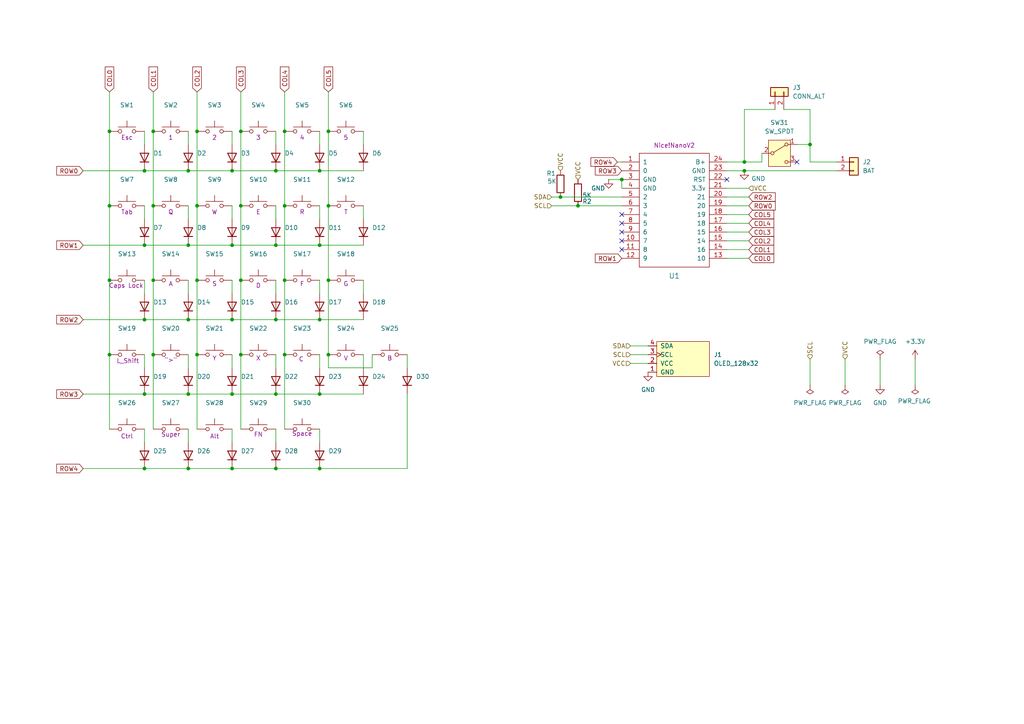
<source format=kicad_sch>
(kicad_sch
	(version 20231120)
	(generator "eeschema")
	(generator_version "8.0")
	(uuid "99dcbd5e-f63f-486b-b0e7-a7e7dc92d23d")
	(paper "A4")
	(lib_symbols
		(symbol "Connector_Generic:Conn_01x02"
			(pin_names
				(offset 1.016) hide)
			(exclude_from_sim no)
			(in_bom yes)
			(on_board yes)
			(property "Reference" "J"
				(at 0 2.54 0)
				(effects
					(font
						(size 1.27 1.27)
					)
				)
			)
			(property "Value" "Conn_01x02"
				(at 0 -5.08 0)
				(effects
					(font
						(size 1.27 1.27)
					)
				)
			)
			(property "Footprint" ""
				(at 0 0 0)
				(effects
					(font
						(size 1.27 1.27)
					)
					(hide yes)
				)
			)
			(property "Datasheet" "~"
				(at 0 0 0)
				(effects
					(font
						(size 1.27 1.27)
					)
					(hide yes)
				)
			)
			(property "Description" "Generic connector, single row, 01x02, script generated (kicad-library-utils/schlib/autogen/connector/)"
				(at 0 0 0)
				(effects
					(font
						(size 1.27 1.27)
					)
					(hide yes)
				)
			)
			(property "ki_keywords" "connector"
				(at 0 0 0)
				(effects
					(font
						(size 1.27 1.27)
					)
					(hide yes)
				)
			)
			(property "ki_fp_filters" "Connector*:*_1x??_*"
				(at 0 0 0)
				(effects
					(font
						(size 1.27 1.27)
					)
					(hide yes)
				)
			)
			(symbol "Conn_01x02_1_1"
				(rectangle
					(start -1.27 -2.413)
					(end 0 -2.667)
					(stroke
						(width 0.1524)
						(type default)
					)
					(fill
						(type none)
					)
				)
				(rectangle
					(start -1.27 0.127)
					(end 0 -0.127)
					(stroke
						(width 0.1524)
						(type default)
					)
					(fill
						(type none)
					)
				)
				(rectangle
					(start -1.27 1.27)
					(end 1.27 -3.81)
					(stroke
						(width 0.254)
						(type default)
					)
					(fill
						(type background)
					)
				)
				(pin passive line
					(at -5.08 0 0)
					(length 3.81)
					(name "Pin_1"
						(effects
							(font
								(size 1.27 1.27)
							)
						)
					)
					(number "1"
						(effects
							(font
								(size 1.27 1.27)
							)
						)
					)
				)
				(pin passive line
					(at -5.08 -2.54 0)
					(length 3.81)
					(name "Pin_2"
						(effects
							(font
								(size 1.27 1.27)
							)
						)
					)
					(number "2"
						(effects
							(font
								(size 1.27 1.27)
							)
						)
					)
				)
			)
		)
		(symbol "Device:D"
			(pin_numbers hide)
			(pin_names
				(offset 1.016) hide)
			(exclude_from_sim no)
			(in_bom yes)
			(on_board yes)
			(property "Reference" "D"
				(at 0 2.54 0)
				(effects
					(font
						(size 1.27 1.27)
					)
				)
			)
			(property "Value" "D"
				(at 0 -2.54 0)
				(effects
					(font
						(size 1.27 1.27)
					)
				)
			)
			(property "Footprint" ""
				(at 0 0 0)
				(effects
					(font
						(size 1.27 1.27)
					)
					(hide yes)
				)
			)
			(property "Datasheet" "~"
				(at 0 0 0)
				(effects
					(font
						(size 1.27 1.27)
					)
					(hide yes)
				)
			)
			(property "Description" "Diode"
				(at 0 0 0)
				(effects
					(font
						(size 1.27 1.27)
					)
					(hide yes)
				)
			)
			(property "Sim.Device" "D"
				(at 0 0 0)
				(effects
					(font
						(size 1.27 1.27)
					)
					(hide yes)
				)
			)
			(property "Sim.Pins" "1=K 2=A"
				(at 0 0 0)
				(effects
					(font
						(size 1.27 1.27)
					)
					(hide yes)
				)
			)
			(property "ki_keywords" "diode"
				(at 0 0 0)
				(effects
					(font
						(size 1.27 1.27)
					)
					(hide yes)
				)
			)
			(property "ki_fp_filters" "TO-???* *_Diode_* *SingleDiode* D_*"
				(at 0 0 0)
				(effects
					(font
						(size 1.27 1.27)
					)
					(hide yes)
				)
			)
			(symbol "D_0_1"
				(polyline
					(pts
						(xy -1.27 1.27) (xy -1.27 -1.27)
					)
					(stroke
						(width 0.254)
						(type default)
					)
					(fill
						(type none)
					)
				)
				(polyline
					(pts
						(xy 1.27 0) (xy -1.27 0)
					)
					(stroke
						(width 0)
						(type default)
					)
					(fill
						(type none)
					)
				)
				(polyline
					(pts
						(xy 1.27 1.27) (xy 1.27 -1.27) (xy -1.27 0) (xy 1.27 1.27)
					)
					(stroke
						(width 0.254)
						(type default)
					)
					(fill
						(type none)
					)
				)
			)
			(symbol "D_1_1"
				(pin passive line
					(at -3.81 0 0)
					(length 2.54)
					(name "K"
						(effects
							(font
								(size 1.27 1.27)
							)
						)
					)
					(number "1"
						(effects
							(font
								(size 1.27 1.27)
							)
						)
					)
				)
				(pin passive line
					(at 3.81 0 180)
					(length 2.54)
					(name "A"
						(effects
							(font
								(size 1.27 1.27)
							)
						)
					)
					(number "2"
						(effects
							(font
								(size 1.27 1.27)
							)
						)
					)
				)
			)
		)
		(symbol "Device:R"
			(pin_numbers hide)
			(pin_names
				(offset 0)
			)
			(exclude_from_sim no)
			(in_bom yes)
			(on_board yes)
			(property "Reference" "R"
				(at 2.032 0 90)
				(effects
					(font
						(size 1.27 1.27)
					)
				)
			)
			(property "Value" "R"
				(at 0 0 90)
				(effects
					(font
						(size 1.27 1.27)
					)
				)
			)
			(property "Footprint" ""
				(at -1.778 0 90)
				(effects
					(font
						(size 1.27 1.27)
					)
					(hide yes)
				)
			)
			(property "Datasheet" "~"
				(at 0 0 0)
				(effects
					(font
						(size 1.27 1.27)
					)
					(hide yes)
				)
			)
			(property "Description" "Resistor"
				(at 0 0 0)
				(effects
					(font
						(size 1.27 1.27)
					)
					(hide yes)
				)
			)
			(property "ki_keywords" "R res resistor"
				(at 0 0 0)
				(effects
					(font
						(size 1.27 1.27)
					)
					(hide yes)
				)
			)
			(property "ki_fp_filters" "R_*"
				(at 0 0 0)
				(effects
					(font
						(size 1.27 1.27)
					)
					(hide yes)
				)
			)
			(symbol "R_0_1"
				(rectangle
					(start -1.016 -2.54)
					(end 1.016 2.54)
					(stroke
						(width 0.254)
						(type default)
					)
					(fill
						(type none)
					)
				)
			)
			(symbol "R_1_1"
				(pin passive line
					(at 0 3.81 270)
					(length 1.27)
					(name "~"
						(effects
							(font
								(size 1.27 1.27)
							)
						)
					)
					(number "1"
						(effects
							(font
								(size 1.27 1.27)
							)
						)
					)
				)
				(pin passive line
					(at 0 -3.81 90)
					(length 1.27)
					(name "~"
						(effects
							(font
								(size 1.27 1.27)
							)
						)
					)
					(number "2"
						(effects
							(font
								(size 1.27 1.27)
							)
						)
					)
				)
			)
		)
		(symbol "ScottoKeebs:MCU_Nice_Nano_V2"
			(pin_names
				(offset 1.016)
			)
			(exclude_from_sim no)
			(in_bom yes)
			(on_board yes)
			(property "Reference" "U1"
				(at 0 -19.05 0)
				(effects
					(font
						(size 1.524 1.524)
					)
				)
			)
			(property "Value" "Nice_Nano_V2"
				(at 0 -21.59 0)
				(effects
					(font
						(size 1.524 1.524)
					)
					(hide yes)
				)
			)
			(property "Footprint" "nice-nano-kicad-master:nice_nano"
				(at 0 -22.86 0)
				(effects
					(font
						(size 1.524 1.524)
					)
					(hide yes)
				)
			)
			(property "Datasheet" ""
				(at 26.67 -63.5 90)
				(effects
					(font
						(size 1.524 1.524)
					)
					(hide yes)
				)
			)
			(property "Description" ""
				(at 0 0 0)
				(effects
					(font
						(size 1.27 1.27)
					)
					(hide yes)
				)
			)
			(property "Label" "Nice!NanoV2"
				(at 0 18.796 0)
				(effects
					(font
						(size 1.27 1.27)
					)
				)
			)
			(symbol "MCU_Nice_Nano_V2_0_1"
				(rectangle
					(start -10.16 16.51)
					(end 10.16 -16.51)
					(stroke
						(width 0)
						(type solid)
					)
					(fill
						(type none)
					)
				)
			)
			(symbol "MCU_Nice_Nano_V2_1_1"
				(pin bidirectional line
					(at -15.24 13.97 0)
					(length 5.08)
					(name "1"
						(effects
							(font
								(size 1.27 1.27)
							)
						)
					)
					(number "1"
						(effects
							(font
								(size 1.27 1.27)
							)
						)
					)
				)
				(pin bidirectional line
					(at -15.24 -8.89 0)
					(length 5.08)
					(name "7"
						(effects
							(font
								(size 1.27 1.27)
							)
						)
					)
					(number "10"
						(effects
							(font
								(size 1.27 1.27)
							)
						)
					)
				)
				(pin bidirectional line
					(at -15.24 -11.43 0)
					(length 5.08)
					(name "8"
						(effects
							(font
								(size 1.27 1.27)
							)
						)
					)
					(number "11"
						(effects
							(font
								(size 1.27 1.27)
							)
						)
					)
				)
				(pin bidirectional line
					(at -15.24 -13.97 0)
					(length 5.08)
					(name "9"
						(effects
							(font
								(size 1.27 1.27)
							)
						)
					)
					(number "12"
						(effects
							(font
								(size 1.27 1.27)
							)
						)
					)
				)
				(pin bidirectional line
					(at 15.24 -13.97 180)
					(length 5.08)
					(name "10"
						(effects
							(font
								(size 1.27 1.27)
							)
						)
					)
					(number "13"
						(effects
							(font
								(size 1.27 1.27)
							)
						)
					)
				)
				(pin bidirectional line
					(at 15.24 -11.43 180)
					(length 5.08)
					(name "16"
						(effects
							(font
								(size 1.27 1.27)
							)
						)
					)
					(number "14"
						(effects
							(font
								(size 1.27 1.27)
							)
						)
					)
				)
				(pin bidirectional line
					(at 15.24 -8.89 180)
					(length 5.08)
					(name "14"
						(effects
							(font
								(size 1.27 1.27)
							)
						)
					)
					(number "15"
						(effects
							(font
								(size 1.27 1.27)
							)
						)
					)
				)
				(pin bidirectional line
					(at 15.24 -6.35 180)
					(length 5.08)
					(name "15"
						(effects
							(font
								(size 1.27 1.27)
							)
						)
					)
					(number "16"
						(effects
							(font
								(size 1.27 1.27)
							)
						)
					)
				)
				(pin bidirectional line
					(at 15.24 -3.81 180)
					(length 5.08)
					(name "18"
						(effects
							(font
								(size 1.27 1.27)
							)
						)
					)
					(number "17"
						(effects
							(font
								(size 1.27 1.27)
							)
						)
					)
				)
				(pin bidirectional line
					(at 15.24 -1.27 180)
					(length 5.08)
					(name "19"
						(effects
							(font
								(size 1.27 1.27)
							)
						)
					)
					(number "18"
						(effects
							(font
								(size 1.27 1.27)
							)
						)
					)
				)
				(pin bidirectional line
					(at 15.24 1.27 180)
					(length 5.08)
					(name "20"
						(effects
							(font
								(size 1.27 1.27)
							)
						)
					)
					(number "19"
						(effects
							(font
								(size 1.27 1.27)
							)
						)
					)
				)
				(pin bidirectional line
					(at -15.24 11.43 0)
					(length 5.08)
					(name "0"
						(effects
							(font
								(size 1.27 1.27)
							)
						)
					)
					(number "2"
						(effects
							(font
								(size 1.27 1.27)
							)
						)
					)
				)
				(pin bidirectional line
					(at 15.24 3.81 180)
					(length 5.08)
					(name "21"
						(effects
							(font
								(size 1.27 1.27)
							)
						)
					)
					(number "20"
						(effects
							(font
								(size 1.27 1.27)
							)
						)
					)
				)
				(pin output line
					(at 15.24 6.35 180)
					(length 5.08)
					(name "3.3v"
						(effects
							(font
								(size 1.27 1.27)
							)
						)
					)
					(number "21"
						(effects
							(font
								(size 1.27 1.27)
							)
						)
					)
				)
				(pin bidirectional line
					(at 15.24 8.89 180)
					(length 5.08)
					(name "RST"
						(effects
							(font
								(size 1.27 1.27)
							)
						)
					)
					(number "22"
						(effects
							(font
								(size 1.27 1.27)
							)
						)
					)
				)
				(pin bidirectional line
					(at 15.24 11.43 180)
					(length 5.08)
					(name "GND"
						(effects
							(font
								(size 1.27 1.27)
							)
						)
					)
					(number "23"
						(effects
							(font
								(size 1.27 1.27)
							)
						)
					)
				)
				(pin input line
					(at 15.24 13.97 180)
					(length 5.08)
					(name "B+"
						(effects
							(font
								(size 1.27 1.27)
							)
						)
					)
					(number "24"
						(effects
							(font
								(size 1.27 1.27)
							)
						)
					)
				)
				(pin bidirectional line
					(at -15.24 8.89 0)
					(length 5.08)
					(name "GND"
						(effects
							(font
								(size 1.27 1.27)
							)
						)
					)
					(number "3"
						(effects
							(font
								(size 1.27 1.27)
							)
						)
					)
				)
				(pin bidirectional line
					(at -15.24 6.35 0)
					(length 5.08)
					(name "GND"
						(effects
							(font
								(size 1.27 1.27)
							)
						)
					)
					(number "4"
						(effects
							(font
								(size 1.27 1.27)
							)
						)
					)
				)
				(pin bidirectional line
					(at -15.24 3.81 0)
					(length 5.08)
					(name "2"
						(effects
							(font
								(size 1.27 1.27)
							)
						)
					)
					(number "5"
						(effects
							(font
								(size 1.27 1.27)
							)
						)
					)
				)
				(pin bidirectional line
					(at -15.24 1.27 0)
					(length 5.08)
					(name "3"
						(effects
							(font
								(size 1.27 1.27)
							)
						)
					)
					(number "6"
						(effects
							(font
								(size 1.27 1.27)
							)
						)
					)
				)
				(pin bidirectional line
					(at -15.24 -1.27 0)
					(length 5.08)
					(name "4"
						(effects
							(font
								(size 1.27 1.27)
							)
						)
					)
					(number "7"
						(effects
							(font
								(size 1.27 1.27)
							)
						)
					)
				)
				(pin bidirectional line
					(at -15.24 -3.81 0)
					(length 5.08)
					(name "5"
						(effects
							(font
								(size 1.27 1.27)
							)
						)
					)
					(number "8"
						(effects
							(font
								(size 1.27 1.27)
							)
						)
					)
				)
				(pin bidirectional line
					(at -15.24 -6.35 0)
					(length 5.08)
					(name "6"
						(effects
							(font
								(size 1.27 1.27)
							)
						)
					)
					(number "9"
						(effects
							(font
								(size 1.27 1.27)
							)
						)
					)
				)
			)
		)
		(symbol "ScottoKeebs:OLED_128x32"
			(pin_names
				(offset 1.016)
			)
			(exclude_from_sim no)
			(in_bom yes)
			(on_board yes)
			(property "Reference" "J"
				(at 0 -6.35 0)
				(effects
					(font
						(size 1.27 1.27)
					)
				)
			)
			(property "Value" "OLED_128x32"
				(at 0 6.35 0)
				(effects
					(font
						(size 1.27 1.27)
					)
				)
			)
			(property "Footprint" "ScottoKeebs_Components:OLED_128x32"
				(at 0 8.89 0)
				(effects
					(font
						(size 1.27 1.27)
					)
					(hide yes)
				)
			)
			(property "Datasheet" ""
				(at 0 1.27 0)
				(effects
					(font
						(size 1.27 1.27)
					)
					(hide yes)
				)
			)
			(property "Description" ""
				(at 0 0 0)
				(effects
					(font
						(size 1.27 1.27)
					)
					(hide yes)
				)
			)
			(symbol "OLED_128x32_0_1"
				(rectangle
					(start 0 5.08)
					(end 15.24 -5.08)
					(stroke
						(width 0)
						(type default)
					)
					(fill
						(type background)
					)
				)
			)
			(symbol "OLED_128x32_1_1"
				(pin power_in line
					(at -2.54 -3.81 0)
					(length 2.54)
					(name "GND"
						(effects
							(font
								(size 1.27 1.27)
							)
						)
					)
					(number "1"
						(effects
							(font
								(size 1.27 1.27)
							)
						)
					)
				)
				(pin power_in line
					(at -2.54 -1.27 0)
					(length 2.54)
					(name "VCC"
						(effects
							(font
								(size 1.27 1.27)
							)
						)
					)
					(number "2"
						(effects
							(font
								(size 1.27 1.27)
							)
						)
					)
				)
				(pin input clock
					(at -2.54 1.27 0)
					(length 2.54)
					(name "SCL"
						(effects
							(font
								(size 1.27 1.27)
							)
						)
					)
					(number "3"
						(effects
							(font
								(size 1.27 1.27)
							)
						)
					)
				)
				(pin bidirectional line
					(at -2.54 3.81 0)
					(length 2.54)
					(name "SDA"
						(effects
							(font
								(size 1.27 1.27)
							)
						)
					)
					(number "4"
						(effects
							(font
								(size 1.27 1.27)
							)
						)
					)
				)
			)
		)
		(symbol "Switch:SW_Push"
			(pin_numbers hide)
			(pin_names
				(offset 1.016) hide)
			(exclude_from_sim no)
			(in_bom yes)
			(on_board yes)
			(property "Reference" "SW"
				(at 1.27 2.54 0)
				(effects
					(font
						(size 1.27 1.27)
					)
					(justify left)
				)
			)
			(property "Value" "SW_Push"
				(at 0 -1.524 0)
				(effects
					(font
						(size 1.27 1.27)
					)
				)
			)
			(property "Footprint" ""
				(at 0 5.08 0)
				(effects
					(font
						(size 1.27 1.27)
					)
					(hide yes)
				)
			)
			(property "Datasheet" "~"
				(at 0 5.08 0)
				(effects
					(font
						(size 1.27 1.27)
					)
					(hide yes)
				)
			)
			(property "Description" "Push button switch, generic, two pins"
				(at 0 0 0)
				(effects
					(font
						(size 1.27 1.27)
					)
					(hide yes)
				)
			)
			(property "ki_keywords" "switch normally-open pushbutton push-button"
				(at 0 0 0)
				(effects
					(font
						(size 1.27 1.27)
					)
					(hide yes)
				)
			)
			(symbol "SW_Push_0_1"
				(circle
					(center -2.032 0)
					(radius 0.508)
					(stroke
						(width 0)
						(type default)
					)
					(fill
						(type none)
					)
				)
				(polyline
					(pts
						(xy 0 1.27) (xy 0 3.048)
					)
					(stroke
						(width 0)
						(type default)
					)
					(fill
						(type none)
					)
				)
				(polyline
					(pts
						(xy 2.54 1.27) (xy -2.54 1.27)
					)
					(stroke
						(width 0)
						(type default)
					)
					(fill
						(type none)
					)
				)
				(circle
					(center 2.032 0)
					(radius 0.508)
					(stroke
						(width 0)
						(type default)
					)
					(fill
						(type none)
					)
				)
				(pin passive line
					(at -5.08 0 0)
					(length 2.54)
					(name "1"
						(effects
							(font
								(size 1.27 1.27)
							)
						)
					)
					(number "1"
						(effects
							(font
								(size 1.27 1.27)
							)
						)
					)
				)
				(pin passive line
					(at 5.08 0 180)
					(length 2.54)
					(name "2"
						(effects
							(font
								(size 1.27 1.27)
							)
						)
					)
					(number "2"
						(effects
							(font
								(size 1.27 1.27)
							)
						)
					)
				)
			)
		)
		(symbol "Switch:SW_SPDT"
			(pin_names
				(offset 0) hide)
			(exclude_from_sim no)
			(in_bom yes)
			(on_board yes)
			(property "Reference" "SW"
				(at 0 5.08 0)
				(effects
					(font
						(size 1.27 1.27)
					)
				)
			)
			(property "Value" "SW_SPDT"
				(at 0 -5.08 0)
				(effects
					(font
						(size 1.27 1.27)
					)
				)
			)
			(property "Footprint" ""
				(at 0 0 0)
				(effects
					(font
						(size 1.27 1.27)
					)
					(hide yes)
				)
			)
			(property "Datasheet" "~"
				(at 0 -7.62 0)
				(effects
					(font
						(size 1.27 1.27)
					)
					(hide yes)
				)
			)
			(property "Description" "Switch, single pole double throw"
				(at 0 0 0)
				(effects
					(font
						(size 1.27 1.27)
					)
					(hide yes)
				)
			)
			(property "ki_keywords" "switch single-pole double-throw spdt ON-ON"
				(at 0 0 0)
				(effects
					(font
						(size 1.27 1.27)
					)
					(hide yes)
				)
			)
			(symbol "SW_SPDT_0_1"
				(circle
					(center -2.032 0)
					(radius 0.4572)
					(stroke
						(width 0)
						(type default)
					)
					(fill
						(type none)
					)
				)
				(polyline
					(pts
						(xy -1.651 0.254) (xy 1.651 2.286)
					)
					(stroke
						(width 0)
						(type default)
					)
					(fill
						(type none)
					)
				)
				(circle
					(center 2.032 -2.54)
					(radius 0.4572)
					(stroke
						(width 0)
						(type default)
					)
					(fill
						(type none)
					)
				)
				(circle
					(center 2.032 2.54)
					(radius 0.4572)
					(stroke
						(width 0)
						(type default)
					)
					(fill
						(type none)
					)
				)
			)
			(symbol "SW_SPDT_1_1"
				(rectangle
					(start -3.175 3.81)
					(end 3.175 -3.81)
					(stroke
						(width 0)
						(type default)
					)
					(fill
						(type background)
					)
				)
				(pin passive line
					(at 5.08 2.54 180)
					(length 2.54)
					(name "A"
						(effects
							(font
								(size 1.27 1.27)
							)
						)
					)
					(number "1"
						(effects
							(font
								(size 1.27 1.27)
							)
						)
					)
				)
				(pin passive line
					(at -5.08 0 0)
					(length 2.54)
					(name "B"
						(effects
							(font
								(size 1.27 1.27)
							)
						)
					)
					(number "2"
						(effects
							(font
								(size 1.27 1.27)
							)
						)
					)
				)
				(pin passive line
					(at 5.08 -2.54 180)
					(length 2.54)
					(name "C"
						(effects
							(font
								(size 1.27 1.27)
							)
						)
					)
					(number "3"
						(effects
							(font
								(size 1.27 1.27)
							)
						)
					)
				)
			)
		)
		(symbol "power:+3.3V"
			(power)
			(pin_numbers hide)
			(pin_names
				(offset 0) hide)
			(exclude_from_sim no)
			(in_bom yes)
			(on_board yes)
			(property "Reference" "#PWR"
				(at 0 -3.81 0)
				(effects
					(font
						(size 1.27 1.27)
					)
					(hide yes)
				)
			)
			(property "Value" "+3.3V"
				(at 0 3.556 0)
				(effects
					(font
						(size 1.27 1.27)
					)
				)
			)
			(property "Footprint" ""
				(at 0 0 0)
				(effects
					(font
						(size 1.27 1.27)
					)
					(hide yes)
				)
			)
			(property "Datasheet" ""
				(at 0 0 0)
				(effects
					(font
						(size 1.27 1.27)
					)
					(hide yes)
				)
			)
			(property "Description" "Power symbol creates a global label with name \"+3.3V\""
				(at 0 0 0)
				(effects
					(font
						(size 1.27 1.27)
					)
					(hide yes)
				)
			)
			(property "ki_keywords" "global power"
				(at 0 0 0)
				(effects
					(font
						(size 1.27 1.27)
					)
					(hide yes)
				)
			)
			(symbol "+3.3V_0_1"
				(polyline
					(pts
						(xy -0.762 1.27) (xy 0 2.54)
					)
					(stroke
						(width 0)
						(type default)
					)
					(fill
						(type none)
					)
				)
				(polyline
					(pts
						(xy 0 0) (xy 0 2.54)
					)
					(stroke
						(width 0)
						(type default)
					)
					(fill
						(type none)
					)
				)
				(polyline
					(pts
						(xy 0 2.54) (xy 0.762 1.27)
					)
					(stroke
						(width 0)
						(type default)
					)
					(fill
						(type none)
					)
				)
			)
			(symbol "+3.3V_1_1"
				(pin power_in line
					(at 0 0 90)
					(length 0)
					(name "~"
						(effects
							(font
								(size 1.27 1.27)
							)
						)
					)
					(number "1"
						(effects
							(font
								(size 1.27 1.27)
							)
						)
					)
				)
			)
		)
		(symbol "power:GND"
			(power)
			(pin_numbers hide)
			(pin_names
				(offset 0) hide)
			(exclude_from_sim no)
			(in_bom yes)
			(on_board yes)
			(property "Reference" "#PWR"
				(at 0 -6.35 0)
				(effects
					(font
						(size 1.27 1.27)
					)
					(hide yes)
				)
			)
			(property "Value" "GND"
				(at 0 -3.81 0)
				(effects
					(font
						(size 1.27 1.27)
					)
				)
			)
			(property "Footprint" ""
				(at 0 0 0)
				(effects
					(font
						(size 1.27 1.27)
					)
					(hide yes)
				)
			)
			(property "Datasheet" ""
				(at 0 0 0)
				(effects
					(font
						(size 1.27 1.27)
					)
					(hide yes)
				)
			)
			(property "Description" "Power symbol creates a global label with name \"GND\" , ground"
				(at 0 0 0)
				(effects
					(font
						(size 1.27 1.27)
					)
					(hide yes)
				)
			)
			(property "ki_keywords" "global power"
				(at 0 0 0)
				(effects
					(font
						(size 1.27 1.27)
					)
					(hide yes)
				)
			)
			(symbol "GND_0_1"
				(polyline
					(pts
						(xy 0 0) (xy 0 -1.27) (xy 1.27 -1.27) (xy 0 -2.54) (xy -1.27 -1.27) (xy 0 -1.27)
					)
					(stroke
						(width 0)
						(type default)
					)
					(fill
						(type none)
					)
				)
			)
			(symbol "GND_1_1"
				(pin power_in line
					(at 0 0 270)
					(length 0)
					(name "~"
						(effects
							(font
								(size 1.27 1.27)
							)
						)
					)
					(number "1"
						(effects
							(font
								(size 1.27 1.27)
							)
						)
					)
				)
			)
		)
		(symbol "power:PWR_FLAG"
			(power)
			(pin_numbers hide)
			(pin_names
				(offset 0) hide)
			(exclude_from_sim no)
			(in_bom yes)
			(on_board yes)
			(property "Reference" "#FLG"
				(at 0 1.905 0)
				(effects
					(font
						(size 1.27 1.27)
					)
					(hide yes)
				)
			)
			(property "Value" "PWR_FLAG"
				(at 0 3.81 0)
				(effects
					(font
						(size 1.27 1.27)
					)
				)
			)
			(property "Footprint" ""
				(at 0 0 0)
				(effects
					(font
						(size 1.27 1.27)
					)
					(hide yes)
				)
			)
			(property "Datasheet" "~"
				(at 0 0 0)
				(effects
					(font
						(size 1.27 1.27)
					)
					(hide yes)
				)
			)
			(property "Description" "Special symbol for telling ERC where power comes from"
				(at 0 0 0)
				(effects
					(font
						(size 1.27 1.27)
					)
					(hide yes)
				)
			)
			(property "ki_keywords" "flag power"
				(at 0 0 0)
				(effects
					(font
						(size 1.27 1.27)
					)
					(hide yes)
				)
			)
			(symbol "PWR_FLAG_0_0"
				(pin power_out line
					(at 0 0 90)
					(length 0)
					(name "~"
						(effects
							(font
								(size 1.27 1.27)
							)
						)
					)
					(number "1"
						(effects
							(font
								(size 1.27 1.27)
							)
						)
					)
				)
			)
			(symbol "PWR_FLAG_0_1"
				(polyline
					(pts
						(xy 0 0) (xy 0 1.27) (xy -1.016 1.905) (xy 0 2.54) (xy 1.016 1.905) (xy 0 1.27)
					)
					(stroke
						(width 0)
						(type default)
					)
					(fill
						(type none)
					)
				)
			)
		)
	)
	(junction
		(at 31.75 81.28)
		(diameter 0)
		(color 0 0 0 0)
		(uuid "02d45074-cba1-4c4d-8a2c-48502696ee5e")
	)
	(junction
		(at 54.61 71.12)
		(diameter 0)
		(color 0 0 0 0)
		(uuid "056fabfc-ccc5-4340-be5d-b4bb98e230f8")
	)
	(junction
		(at 80.01 71.12)
		(diameter 0)
		(color 0 0 0 0)
		(uuid "06564816-378e-4a49-8b8e-8f14ef4899a1")
	)
	(junction
		(at 215.9 46.99)
		(diameter 0)
		(color 0 0 0 0)
		(uuid "08a46b43-45c8-48a2-9b82-561f9ecbad26")
	)
	(junction
		(at 80.01 92.71)
		(diameter 0)
		(color 0 0 0 0)
		(uuid "0ad49f16-2d7d-4e41-9926-75d2f7a666d9")
	)
	(junction
		(at 92.71 135.89)
		(diameter 0)
		(color 0 0 0 0)
		(uuid "0ce59d1d-615e-4432-851a-7872828fcae7")
	)
	(junction
		(at 67.31 92.71)
		(diameter 0)
		(color 0 0 0 0)
		(uuid "169c57ad-e427-4ffe-9316-42911803a244")
	)
	(junction
		(at 92.71 71.12)
		(diameter 0)
		(color 0 0 0 0)
		(uuid "1bfa618c-1680-41cb-9545-8e6fe881d6ba")
	)
	(junction
		(at 57.15 59.69)
		(diameter 0)
		(color 0 0 0 0)
		(uuid "2a69ff47-0cc1-4ab9-a8bf-13403fdf8299")
	)
	(junction
		(at 82.55 102.87)
		(diameter 0)
		(color 0 0 0 0)
		(uuid "2dbe2204-8fa5-4282-9e8b-054cfa837866")
	)
	(junction
		(at 54.61 92.71)
		(diameter 0)
		(color 0 0 0 0)
		(uuid "302b7d98-a638-49a3-b683-e587e64a99af")
	)
	(junction
		(at 31.75 38.1)
		(diameter 0)
		(color 0 0 0 0)
		(uuid "355690f0-6a00-45c8-967d-422552b4e793")
	)
	(junction
		(at 44.45 38.1)
		(diameter 0)
		(color 0 0 0 0)
		(uuid "44a38d54-8795-475e-81f4-f9211ecd00f2")
	)
	(junction
		(at 80.01 114.3)
		(diameter 0)
		(color 0 0 0 0)
		(uuid "4d851763-2dfc-4545-bf8b-6788dd7e6bf6")
	)
	(junction
		(at 41.91 49.53)
		(diameter 0)
		(color 0 0 0 0)
		(uuid "530a4f10-5138-4001-9be5-ea4aa9a642b4")
	)
	(junction
		(at 162.56 57.15)
		(diameter 0)
		(color 0 0 0 0)
		(uuid "5394b984-2f6c-409e-95dd-aef2ef8eb678")
	)
	(junction
		(at 95.25 59.69)
		(diameter 0)
		(color 0 0 0 0)
		(uuid "55909461-a951-40e8-8c9d-043e1830c536")
	)
	(junction
		(at 41.91 135.89)
		(diameter 0)
		(color 0 0 0 0)
		(uuid "564378c0-f127-4e37-936a-ac201b6ca187")
	)
	(junction
		(at 57.15 81.28)
		(diameter 0)
		(color 0 0 0 0)
		(uuid "5f3bb926-052b-4e85-a2af-f5f73f9bb9d8")
	)
	(junction
		(at 95.25 102.87)
		(diameter 0)
		(color 0 0 0 0)
		(uuid "635a5450-5d90-4a2f-8932-0c6ab1e2f153")
	)
	(junction
		(at 67.31 71.12)
		(diameter 0)
		(color 0 0 0 0)
		(uuid "6b96cb5e-bfc3-4971-b585-e3c92887ac7f")
	)
	(junction
		(at 95.25 38.1)
		(diameter 0)
		(color 0 0 0 0)
		(uuid "6e31b4f0-da06-47b1-a065-f358bfed687a")
	)
	(junction
		(at 31.75 59.69)
		(diameter 0)
		(color 0 0 0 0)
		(uuid "704895e6-41fa-4a8d-b22c-adbea4cdbb00")
	)
	(junction
		(at 82.55 38.1)
		(diameter 0)
		(color 0 0 0 0)
		(uuid "70a9edec-4431-4716-8629-2a84d75e535a")
	)
	(junction
		(at 57.15 102.87)
		(diameter 0)
		(color 0 0 0 0)
		(uuid "749435ec-bc14-43f7-ab1e-5d1dc0ee527b")
	)
	(junction
		(at 41.91 114.3)
		(diameter 0)
		(color 0 0 0 0)
		(uuid "81480dda-d2fa-413e-9f59-947271ffa618")
	)
	(junction
		(at 44.45 81.28)
		(diameter 0)
		(color 0 0 0 0)
		(uuid "84e55199-cf4f-432b-b7f8-591722d68c41")
	)
	(junction
		(at 67.31 135.89)
		(diameter 0)
		(color 0 0 0 0)
		(uuid "8d4405d2-730e-4ebb-a691-8744dbf091b3")
	)
	(junction
		(at 31.75 102.87)
		(diameter 0)
		(color 0 0 0 0)
		(uuid "8e1f2a07-cf87-4098-a535-4a7ae34403db")
	)
	(junction
		(at 92.71 49.53)
		(diameter 0)
		(color 0 0 0 0)
		(uuid "913db46a-92c0-479c-a045-14d2de36bcb8")
	)
	(junction
		(at 180.34 52.07)
		(diameter 0)
		(color 0 0 0 0)
		(uuid "915ea1d9-7385-48aa-9b26-b9a775455fa6")
	)
	(junction
		(at 80.01 135.89)
		(diameter 0)
		(color 0 0 0 0)
		(uuid "9aa527a7-80f6-482c-8237-05f5a3043052")
	)
	(junction
		(at 41.91 71.12)
		(diameter 0)
		(color 0 0 0 0)
		(uuid "a4d718dc-d319-478a-a70a-16da1f30ad2e")
	)
	(junction
		(at 41.91 92.71)
		(diameter 0)
		(color 0 0 0 0)
		(uuid "a4ed9cb8-9a0f-462e-8ab5-e5eba4b0554b")
	)
	(junction
		(at 44.45 102.87)
		(diameter 0)
		(color 0 0 0 0)
		(uuid "ad1a574a-00cd-4151-8dc4-84de07182c61")
	)
	(junction
		(at 69.85 38.1)
		(diameter 0)
		(color 0 0 0 0)
		(uuid "b6fe1689-4124-4730-82ca-40824ba49995")
	)
	(junction
		(at 69.85 102.87)
		(diameter 0)
		(color 0 0 0 0)
		(uuid "bb6e6b5f-789d-4feb-9db5-4daed146f17e")
	)
	(junction
		(at 80.01 49.53)
		(diameter 0)
		(color 0 0 0 0)
		(uuid "c0437f72-473f-4d97-a8fc-753a91da670e")
	)
	(junction
		(at 67.31 114.3)
		(diameter 0)
		(color 0 0 0 0)
		(uuid "c1ba3125-c3c0-4160-aa2e-09a8bc4e0ba4")
	)
	(junction
		(at 44.45 59.69)
		(diameter 0)
		(color 0 0 0 0)
		(uuid "c2109092-9bc4-494e-a3a6-c6eb1af091dd")
	)
	(junction
		(at 167.64 59.69)
		(diameter 0)
		(color 0 0 0 0)
		(uuid "c61d6051-ebfe-42c5-86c5-cd9dcf48a365")
	)
	(junction
		(at 54.61 135.89)
		(diameter 0)
		(color 0 0 0 0)
		(uuid "d3fcba09-b870-44e0-b6b9-4f814d90756b")
	)
	(junction
		(at 69.85 81.28)
		(diameter 0)
		(color 0 0 0 0)
		(uuid "d4074c40-ea55-4e2e-bdf7-bfec081f2db4")
	)
	(junction
		(at 234.95 41.91)
		(diameter 0)
		(color 0 0 0 0)
		(uuid "d730d34f-7ab5-40d5-8ae5-7086285d9b75")
	)
	(junction
		(at 69.85 59.69)
		(diameter 0)
		(color 0 0 0 0)
		(uuid "db7e6fde-97da-4385-9a34-a62b6a468528")
	)
	(junction
		(at 82.55 81.28)
		(diameter 0)
		(color 0 0 0 0)
		(uuid "e04d3f9e-442a-434a-9cba-59a0bdb57d35")
	)
	(junction
		(at 95.25 81.28)
		(diameter 0)
		(color 0 0 0 0)
		(uuid "e859dcb4-e19b-4b02-adc6-3a9709d32477")
	)
	(junction
		(at 54.61 114.3)
		(diameter 0)
		(color 0 0 0 0)
		(uuid "f039a0ae-8867-4741-a322-70a01c9c60e6")
	)
	(junction
		(at 67.31 49.53)
		(diameter 0)
		(color 0 0 0 0)
		(uuid "f1c0f4da-f219-4d26-9791-1a0d70b12f09")
	)
	(junction
		(at 54.61 49.53)
		(diameter 0)
		(color 0 0 0 0)
		(uuid "f347489c-f7ee-473b-ab14-80b3b06dc3d4")
	)
	(junction
		(at 215.9 49.53)
		(diameter 0)
		(color 0 0 0 0)
		(uuid "f3daf6e1-f5ce-4c0b-b3d9-ac2fb2aff9f8")
	)
	(junction
		(at 82.55 59.69)
		(diameter 0)
		(color 0 0 0 0)
		(uuid "f50bab1d-dbe4-4e16-b5b1-02e0a6a5ca25")
	)
	(junction
		(at 92.71 114.3)
		(diameter 0)
		(color 0 0 0 0)
		(uuid "f7a0ca18-2b6a-4e51-8513-ec8a08581a36")
	)
	(junction
		(at 92.71 92.71)
		(diameter 0)
		(color 0 0 0 0)
		(uuid "fc321b1a-3416-4c69-82a6-f436692d8db0")
	)
	(junction
		(at 57.15 38.1)
		(diameter 0)
		(color 0 0 0 0)
		(uuid "ff430189-6aab-402c-ba75-a30d23b78cb1")
	)
	(no_connect
		(at 180.34 69.85)
		(uuid "013bd92f-c128-424c-86ee-ba7f5e10fcac")
	)
	(no_connect
		(at 180.34 67.31)
		(uuid "06178789-2572-41d7-b14d-5ecaaa0a4be1")
	)
	(no_connect
		(at 231.14 46.99)
		(uuid "3e4b3071-eca1-4d36-9c00-69b18c5709f3")
	)
	(no_connect
		(at 210.82 52.07)
		(uuid "6affcde9-9c69-4c2a-b24f-32dcc301b0a2")
	)
	(no_connect
		(at 180.34 64.77)
		(uuid "80c0c34f-2938-4a7b-aa7c-dad2a65df162")
	)
	(no_connect
		(at 180.34 72.39)
		(uuid "ccd89da3-bcf5-4381-8272-4075eb67109e")
	)
	(no_connect
		(at 180.34 62.23)
		(uuid "cd4f7c47-9b95-468a-90eb-44917b038fe5")
	)
	(wire
		(pts
			(xy 217.17 74.93) (xy 210.82 74.93)
		)
		(stroke
			(width 0)
			(type default)
		)
		(uuid "01c34220-1e59-4394-8606-e38c52d9de04")
	)
	(wire
		(pts
			(xy 24.13 135.89) (xy 41.91 135.89)
		)
		(stroke
			(width 0)
			(type default)
		)
		(uuid "02adf07c-92b5-4068-a063-c4ff36594e6c")
	)
	(wire
		(pts
			(xy 92.71 124.46) (xy 92.71 128.27)
		)
		(stroke
			(width 0)
			(type default)
		)
		(uuid "047a876e-e2e4-41ec-83de-e386fbe95a7e")
	)
	(wire
		(pts
			(xy 215.9 31.75) (xy 224.79 31.75)
		)
		(stroke
			(width 0)
			(type default)
		)
		(uuid "05532fec-d067-4831-8590-ffc1e57bca71")
	)
	(wire
		(pts
			(xy 80.01 102.87) (xy 80.01 106.68)
		)
		(stroke
			(width 0)
			(type default)
		)
		(uuid "06b9a86f-c219-495f-826c-009fadeaf432")
	)
	(wire
		(pts
			(xy 80.01 59.69) (xy 80.01 63.5)
		)
		(stroke
			(width 0)
			(type default)
		)
		(uuid "07fe207f-139d-4188-b8b4-f64028aafb46")
	)
	(wire
		(pts
			(xy 162.56 57.15) (xy 180.34 57.15)
		)
		(stroke
			(width 0)
			(type default)
		)
		(uuid "0aeb71cd-3f74-4711-801f-b9177a34264f")
	)
	(wire
		(pts
			(xy 67.31 38.1) (xy 67.31 41.91)
		)
		(stroke
			(width 0)
			(type default)
		)
		(uuid "0ca1c04a-417b-4097-b389-143cdca7005c")
	)
	(wire
		(pts
			(xy 41.91 71.12) (xy 54.61 71.12)
		)
		(stroke
			(width 0)
			(type default)
		)
		(uuid "0cae3dad-df8d-4073-857f-152368225755")
	)
	(wire
		(pts
			(xy 231.14 41.91) (xy 234.95 41.91)
		)
		(stroke
			(width 0)
			(type default)
		)
		(uuid "0f4ec570-f726-4ca1-95b0-e3ad255c9a54")
	)
	(wire
		(pts
			(xy 67.31 124.46) (xy 67.31 128.27)
		)
		(stroke
			(width 0)
			(type default)
		)
		(uuid "1200876a-fd3a-4820-9b40-816d0a035227")
	)
	(wire
		(pts
			(xy 182.88 102.87) (xy 187.96 102.87)
		)
		(stroke
			(width 0)
			(type default)
		)
		(uuid "122a857f-5994-4a63-bc41-0214d0350547")
	)
	(wire
		(pts
			(xy 54.61 124.46) (xy 54.61 128.27)
		)
		(stroke
			(width 0)
			(type default)
		)
		(uuid "19c784ed-a486-4ceb-bf45-308796f4e585")
	)
	(wire
		(pts
			(xy 80.01 135.89) (xy 92.71 135.89)
		)
		(stroke
			(width 0)
			(type default)
		)
		(uuid "1dd65a66-5289-404a-be55-b9d2a08a3f72")
	)
	(wire
		(pts
			(xy 31.75 59.69) (xy 31.75 81.28)
		)
		(stroke
			(width 0)
			(type default)
		)
		(uuid "1f3d0b8a-63c0-4166-996b-4d67a113b14f")
	)
	(wire
		(pts
			(xy 182.88 100.33) (xy 187.96 100.33)
		)
		(stroke
			(width 0)
			(type default)
		)
		(uuid "22e1cafa-8a92-4bb2-8033-87f3ded6a6ad")
	)
	(wire
		(pts
			(xy 24.13 71.12) (xy 41.91 71.12)
		)
		(stroke
			(width 0)
			(type default)
		)
		(uuid "26cd318e-b817-422d-9d06-80b00d79a3e7")
	)
	(wire
		(pts
			(xy 69.85 26.67) (xy 69.85 38.1)
		)
		(stroke
			(width 0)
			(type default)
		)
		(uuid "29bb796b-d660-4b5a-af48-0ffc0ac5f8b8")
	)
	(wire
		(pts
			(xy 82.55 26.67) (xy 82.55 38.1)
		)
		(stroke
			(width 0)
			(type default)
		)
		(uuid "29ee58eb-6394-4655-915c-6f39186fcb6c")
	)
	(wire
		(pts
			(xy 80.01 124.46) (xy 80.01 128.27)
		)
		(stroke
			(width 0)
			(type default)
		)
		(uuid "2b28ddd6-8003-40de-8b14-9119db2ec0e5")
	)
	(wire
		(pts
			(xy 57.15 81.28) (xy 57.15 102.87)
		)
		(stroke
			(width 0)
			(type default)
		)
		(uuid "2bcc121b-7e1e-43a8-ad6d-398161c8c903")
	)
	(wire
		(pts
			(xy 92.71 49.53) (xy 105.41 49.53)
		)
		(stroke
			(width 0)
			(type default)
		)
		(uuid "2c3af21f-1669-4f5c-a604-145e803066b0")
	)
	(wire
		(pts
			(xy 92.71 135.89) (xy 118.11 135.89)
		)
		(stroke
			(width 0)
			(type default)
		)
		(uuid "2c779a6a-2458-452e-9b81-c75fedb11e24")
	)
	(wire
		(pts
			(xy 57.15 26.67) (xy 57.15 38.1)
		)
		(stroke
			(width 0)
			(type default)
		)
		(uuid "2d4c8625-928d-46d9-8256-867628a85e78")
	)
	(wire
		(pts
			(xy 210.82 54.61) (xy 217.17 54.61)
		)
		(stroke
			(width 0)
			(type default)
		)
		(uuid "33b67fa2-25b5-4d91-950a-4d325b963f0e")
	)
	(wire
		(pts
			(xy 167.64 59.69) (xy 180.34 59.69)
		)
		(stroke
			(width 0)
			(type default)
		)
		(uuid "37d88b52-e473-4e7b-9056-f7d5ba7b29bd")
	)
	(wire
		(pts
			(xy 41.91 124.46) (xy 41.91 128.27)
		)
		(stroke
			(width 0)
			(type default)
		)
		(uuid "38e4d3de-ebe8-4e8b-83aa-7bde6cb8e246")
	)
	(wire
		(pts
			(xy 67.31 135.89) (xy 80.01 135.89)
		)
		(stroke
			(width 0)
			(type default)
		)
		(uuid "3a2c276e-a596-485f-9995-9b196f7f6a58")
	)
	(wire
		(pts
			(xy 44.45 102.87) (xy 44.45 124.46)
		)
		(stroke
			(width 0)
			(type default)
		)
		(uuid "3b902606-4981-41ae-b86f-f7574f3e99da")
	)
	(wire
		(pts
			(xy 215.9 46.99) (xy 215.9 31.75)
		)
		(stroke
			(width 0)
			(type default)
		)
		(uuid "3f9b35d4-bed3-4fa8-b839-4f675b44adb5")
	)
	(wire
		(pts
			(xy 31.75 81.28) (xy 31.75 102.87)
		)
		(stroke
			(width 0)
			(type default)
		)
		(uuid "407bb9b6-d2aa-4fa9-bf46-9f9924c9ead1")
	)
	(wire
		(pts
			(xy 210.82 49.53) (xy 215.9 49.53)
		)
		(stroke
			(width 0)
			(type default)
		)
		(uuid "40e0c2db-c93c-473f-85d8-5bbb20e324a9")
	)
	(wire
		(pts
			(xy 215.9 46.99) (xy 220.98 46.99)
		)
		(stroke
			(width 0)
			(type default)
		)
		(uuid "422d466f-0aee-4de4-b310-fbb21b9a3867")
	)
	(wire
		(pts
			(xy 95.25 38.1) (xy 95.25 59.69)
		)
		(stroke
			(width 0)
			(type default)
		)
		(uuid "428d04a6-d403-415d-b5ce-9f9768d6f345")
	)
	(wire
		(pts
			(xy 54.61 59.69) (xy 54.61 63.5)
		)
		(stroke
			(width 0)
			(type default)
		)
		(uuid "4c410c6b-4a02-432e-abfb-4d5629398b83")
	)
	(wire
		(pts
			(xy 24.13 49.53) (xy 41.91 49.53)
		)
		(stroke
			(width 0)
			(type default)
		)
		(uuid "4c83ef02-7bd7-4ef0-ba0a-bc06895a36a0")
	)
	(wire
		(pts
			(xy 92.71 71.12) (xy 105.41 71.12)
		)
		(stroke
			(width 0)
			(type default)
		)
		(uuid "5059947e-9800-4ea4-9daa-175f2d0765e2")
	)
	(wire
		(pts
			(xy 179.07 46.99) (xy 180.34 46.99)
		)
		(stroke
			(width 0)
			(type default)
		)
		(uuid "50e93642-e107-4686-9e32-41f19ea13697")
	)
	(wire
		(pts
			(xy 105.41 59.69) (xy 105.41 63.5)
		)
		(stroke
			(width 0)
			(type default)
		)
		(uuid "5998e600-e9d5-4f5d-ae9c-3704a56567e6")
	)
	(wire
		(pts
			(xy 245.11 104.14) (xy 245.11 111.76)
		)
		(stroke
			(width 0)
			(type default)
		)
		(uuid "5a6b38bf-245d-41f7-9b8f-f6c6120a9a8b")
	)
	(wire
		(pts
			(xy 92.71 38.1) (xy 92.71 41.91)
		)
		(stroke
			(width 0)
			(type default)
		)
		(uuid "5a8e4c4a-ea08-4d89-8698-942655c084c1")
	)
	(wire
		(pts
			(xy 80.01 81.28) (xy 80.01 85.09)
		)
		(stroke
			(width 0)
			(type default)
		)
		(uuid "5b71a4be-495c-4698-90bc-e27dec48956a")
	)
	(wire
		(pts
			(xy 41.91 38.1) (xy 41.91 41.91)
		)
		(stroke
			(width 0)
			(type default)
		)
		(uuid "603449a7-d4f5-4688-9e31-d2dba26c3552")
	)
	(wire
		(pts
			(xy 217.17 72.39) (xy 210.82 72.39)
		)
		(stroke
			(width 0)
			(type default)
		)
		(uuid "617f0b41-e5d2-4d2f-82c3-e5b1acdb0c8a")
	)
	(wire
		(pts
			(xy 217.17 59.69) (xy 210.82 59.69)
		)
		(stroke
			(width 0)
			(type default)
		)
		(uuid "645b56ee-c8dd-47ad-9f71-b8305f461d45")
	)
	(wire
		(pts
			(xy 41.91 81.28) (xy 41.91 85.09)
		)
		(stroke
			(width 0)
			(type default)
		)
		(uuid "647a8956-3f95-466f-8b45-e74394a5ca4c")
	)
	(wire
		(pts
			(xy 67.31 49.53) (xy 80.01 49.53)
		)
		(stroke
			(width 0)
			(type default)
		)
		(uuid "65672988-4af8-4cbe-abf2-eb03d6d1dcd1")
	)
	(wire
		(pts
			(xy 82.55 102.87) (xy 82.55 124.46)
		)
		(stroke
			(width 0)
			(type default)
		)
		(uuid "65dc1a23-4f01-42ad-8431-23a5e4d59dbd")
	)
	(wire
		(pts
			(xy 92.71 102.87) (xy 92.71 106.68)
		)
		(stroke
			(width 0)
			(type default)
		)
		(uuid "65ef9156-8898-4b45-b97f-48418a3bb7a3")
	)
	(wire
		(pts
			(xy 92.71 59.69) (xy 92.71 63.5)
		)
		(stroke
			(width 0)
			(type default)
		)
		(uuid "665257b2-4914-4249-9f87-5eda3168e4fd")
	)
	(wire
		(pts
			(xy 67.31 92.71) (xy 80.01 92.71)
		)
		(stroke
			(width 0)
			(type default)
		)
		(uuid "69ddcd7a-45c0-4719-a214-49ebadd7f331")
	)
	(wire
		(pts
			(xy 24.13 114.3) (xy 41.91 114.3)
		)
		(stroke
			(width 0)
			(type default)
		)
		(uuid "6c8f662f-fd5c-4a51-9ecf-c11b5273f652")
	)
	(wire
		(pts
			(xy 54.61 135.89) (xy 67.31 135.89)
		)
		(stroke
			(width 0)
			(type default)
		)
		(uuid "6cedda19-d73e-4ac2-95e9-0bcd6e459d08")
	)
	(wire
		(pts
			(xy 180.34 52.07) (xy 180.34 54.61)
		)
		(stroke
			(width 0)
			(type default)
		)
		(uuid "6feff06e-1d87-48cb-9311-58348df6f617")
	)
	(wire
		(pts
			(xy 80.01 92.71) (xy 92.71 92.71)
		)
		(stroke
			(width 0)
			(type default)
		)
		(uuid "70cde28e-931d-4fc3-bfa0-1dd430787453")
	)
	(wire
		(pts
			(xy 92.71 81.28) (xy 92.71 85.09)
		)
		(stroke
			(width 0)
			(type default)
		)
		(uuid "70f120e6-7219-4688-b1c0-93827a68e032")
	)
	(wire
		(pts
			(xy 80.01 114.3) (xy 92.71 114.3)
		)
		(stroke
			(width 0)
			(type default)
		)
		(uuid "750031df-b988-47d6-be0a-34883d3dc357")
	)
	(wire
		(pts
			(xy 255.27 104.14) (xy 255.27 111.76)
		)
		(stroke
			(width 0)
			(type default)
		)
		(uuid "763474e0-b2df-4d72-8d07-bc8626a5b338")
	)
	(wire
		(pts
			(xy 265.43 104.14) (xy 265.43 111.76)
		)
		(stroke
			(width 0)
			(type default)
		)
		(uuid "764835b8-8c33-4a45-91fd-715129c252d8")
	)
	(wire
		(pts
			(xy 80.01 49.53) (xy 92.71 49.53)
		)
		(stroke
			(width 0)
			(type default)
		)
		(uuid "764d92c8-d3b3-4fe4-ac75-8160b1e4bb40")
	)
	(wire
		(pts
			(xy 44.45 26.67) (xy 44.45 38.1)
		)
		(stroke
			(width 0)
			(type default)
		)
		(uuid "76d06c9b-7ef7-4c2d-887e-d31f9b1c106d")
	)
	(wire
		(pts
			(xy 80.01 38.1) (xy 80.01 41.91)
		)
		(stroke
			(width 0)
			(type default)
		)
		(uuid "79ea2d87-d49c-4a0a-8337-7d920cc39233")
	)
	(wire
		(pts
			(xy 95.25 106.68) (xy 107.95 106.68)
		)
		(stroke
			(width 0)
			(type default)
		)
		(uuid "79fb7c17-3b9a-464c-b2a7-da5ce10341f9")
	)
	(wire
		(pts
			(xy 57.15 59.69) (xy 57.15 81.28)
		)
		(stroke
			(width 0)
			(type default)
		)
		(uuid "7a075399-c31c-49bf-9a15-d230ed90e996")
	)
	(wire
		(pts
			(xy 31.75 26.67) (xy 31.75 38.1)
		)
		(stroke
			(width 0)
			(type default)
		)
		(uuid "7bf3b138-e75a-429a-87b5-142b66906274")
	)
	(wire
		(pts
			(xy 92.71 114.3) (xy 105.41 114.3)
		)
		(stroke
			(width 0)
			(type default)
		)
		(uuid "7e355f88-ae2a-4f49-8b7b-f0ad41f517ef")
	)
	(wire
		(pts
			(xy 217.17 57.15) (xy 210.82 57.15)
		)
		(stroke
			(width 0)
			(type default)
		)
		(uuid "82a88bbc-808f-4387-af0b-03c56fd50601")
	)
	(wire
		(pts
			(xy 31.75 38.1) (xy 31.75 59.69)
		)
		(stroke
			(width 0)
			(type default)
		)
		(uuid "8615e11d-5451-4e26-914a-87ead3b54d5b")
	)
	(wire
		(pts
			(xy 95.25 26.67) (xy 95.25 38.1)
		)
		(stroke
			(width 0)
			(type default)
		)
		(uuid "89a9e656-68b7-472d-85b8-873b54a4a616")
	)
	(wire
		(pts
			(xy 67.31 114.3) (xy 80.01 114.3)
		)
		(stroke
			(width 0)
			(type default)
		)
		(uuid "8a736d76-9e01-4d23-a9a3-30dfdcc246dc")
	)
	(wire
		(pts
			(xy 107.95 102.87) (xy 107.95 106.68)
		)
		(stroke
			(width 0)
			(type default)
		)
		(uuid "8d0787d1-4348-4cd7-b169-ae619698fea1")
	)
	(wire
		(pts
			(xy 41.91 102.87) (xy 41.91 106.68)
		)
		(stroke
			(width 0)
			(type default)
		)
		(uuid "8df533d0-a33d-46ff-88a0-6b8c0b4ec156")
	)
	(wire
		(pts
			(xy 31.75 102.87) (xy 31.75 124.46)
		)
		(stroke
			(width 0)
			(type default)
		)
		(uuid "8ff554b0-5019-447a-a2db-5c54b2d0f7c5")
	)
	(wire
		(pts
			(xy 217.17 62.23) (xy 210.82 62.23)
		)
		(stroke
			(width 0)
			(type default)
		)
		(uuid "913c78ac-5a73-4c61-af2f-ffd92383ea21")
	)
	(wire
		(pts
			(xy 105.41 81.28) (xy 105.41 85.09)
		)
		(stroke
			(width 0)
			(type default)
		)
		(uuid "91fc3860-f82f-44b7-8698-9cf56412a666")
	)
	(wire
		(pts
			(xy 118.11 102.87) (xy 118.11 106.68)
		)
		(stroke
			(width 0)
			(type default)
		)
		(uuid "93030869-9dab-478b-87c6-a58a80b59db0")
	)
	(wire
		(pts
			(xy 234.95 46.99) (xy 242.57 46.99)
		)
		(stroke
			(width 0)
			(type default)
		)
		(uuid "943746d4-1923-47bd-bbe6-e31fe67e7a08")
	)
	(wire
		(pts
			(xy 44.45 38.1) (xy 44.45 59.69)
		)
		(stroke
			(width 0)
			(type default)
		)
		(uuid "94be43e8-0936-4037-ad09-ab321c7a5c0c")
	)
	(wire
		(pts
			(xy 215.9 49.53) (xy 242.57 49.53)
		)
		(stroke
			(width 0)
			(type default)
		)
		(uuid "955392a8-0e75-4312-99b0-fc76935ea385")
	)
	(wire
		(pts
			(xy 217.17 64.77) (xy 210.82 64.77)
		)
		(stroke
			(width 0)
			(type default)
		)
		(uuid "95fcd742-c37b-4111-8d57-5d9313fbc270")
	)
	(wire
		(pts
			(xy 44.45 59.69) (xy 44.45 81.28)
		)
		(stroke
			(width 0)
			(type default)
		)
		(uuid "963d43a0-5b44-4644-a0b3-56fb0e47d524")
	)
	(wire
		(pts
			(xy 82.55 81.28) (xy 82.55 102.87)
		)
		(stroke
			(width 0)
			(type default)
		)
		(uuid "9767c82a-c137-4b9e-bd29-8611511dd0f5")
	)
	(wire
		(pts
			(xy 54.61 114.3) (xy 67.31 114.3)
		)
		(stroke
			(width 0)
			(type default)
		)
		(uuid "978c1928-bf91-45a6-84d1-6314e2f87ae4")
	)
	(wire
		(pts
			(xy 67.31 81.28) (xy 67.31 85.09)
		)
		(stroke
			(width 0)
			(type default)
		)
		(uuid "980f2dab-c733-4c47-9595-c6e7937012cd")
	)
	(wire
		(pts
			(xy 41.91 114.3) (xy 54.61 114.3)
		)
		(stroke
			(width 0)
			(type default)
		)
		(uuid "98454be5-091b-4a68-9c30-c343b54d0ef0")
	)
	(wire
		(pts
			(xy 234.95 104.14) (xy 234.95 111.76)
		)
		(stroke
			(width 0)
			(type default)
		)
		(uuid "9a7160a5-da03-4895-8e3b-577631743e2b")
	)
	(wire
		(pts
			(xy 182.88 105.41) (xy 187.96 105.41)
		)
		(stroke
			(width 0)
			(type default)
		)
		(uuid "9f9faf65-9cbd-443b-92f2-eb7bab8f5d0f")
	)
	(wire
		(pts
			(xy 41.91 135.89) (xy 54.61 135.89)
		)
		(stroke
			(width 0)
			(type default)
		)
		(uuid "9fb9a5ce-30cc-4e2f-8ea5-637049590823")
	)
	(wire
		(pts
			(xy 176.53 52.07) (xy 180.34 52.07)
		)
		(stroke
			(width 0)
			(type default)
		)
		(uuid "a4994ee9-4576-49c9-9ee7-4c1b68553504")
	)
	(wire
		(pts
			(xy 54.61 49.53) (xy 67.31 49.53)
		)
		(stroke
			(width 0)
			(type default)
		)
		(uuid "a50d1659-9b30-4780-827b-11ca21e15410")
	)
	(wire
		(pts
			(xy 82.55 59.69) (xy 82.55 81.28)
		)
		(stroke
			(width 0)
			(type default)
		)
		(uuid "a671b85e-3928-4c96-830c-fd7bb7562068")
	)
	(wire
		(pts
			(xy 67.31 71.12) (xy 80.01 71.12)
		)
		(stroke
			(width 0)
			(type default)
		)
		(uuid "a681c2a3-c00c-40d1-94b6-a2aa016e29f0")
	)
	(wire
		(pts
			(xy 92.71 92.71) (xy 105.41 92.71)
		)
		(stroke
			(width 0)
			(type default)
		)
		(uuid "a7e02d67-8b8b-42f2-8e49-0971da8eb3b8")
	)
	(wire
		(pts
			(xy 41.91 59.69) (xy 41.91 63.5)
		)
		(stroke
			(width 0)
			(type default)
		)
		(uuid "a8592d55-b039-4649-aa0b-53ddc95045b5")
	)
	(wire
		(pts
			(xy 54.61 92.71) (xy 67.31 92.71)
		)
		(stroke
			(width 0)
			(type default)
		)
		(uuid "aa51442c-b9e5-48ed-b3c6-8ab5a2c46533")
	)
	(wire
		(pts
			(xy 69.85 59.69) (xy 69.85 81.28)
		)
		(stroke
			(width 0)
			(type default)
		)
		(uuid "b005d3cf-fc93-402f-810a-2e46ddf965e7")
	)
	(wire
		(pts
			(xy 67.31 102.87) (xy 67.31 106.68)
		)
		(stroke
			(width 0)
			(type default)
		)
		(uuid "b26180cc-9d61-436e-b5c9-6ac43f52cc6a")
	)
	(wire
		(pts
			(xy 41.91 92.71) (xy 54.61 92.71)
		)
		(stroke
			(width 0)
			(type default)
		)
		(uuid "b385f600-053e-4b18-bc2b-bf52b47be941")
	)
	(wire
		(pts
			(xy 217.17 69.85) (xy 210.82 69.85)
		)
		(stroke
			(width 0)
			(type default)
		)
		(uuid "b4bb6cbe-8561-4459-b84a-88d121471ff7")
	)
	(wire
		(pts
			(xy 220.98 46.99) (xy 220.98 44.45)
		)
		(stroke
			(width 0)
			(type default)
		)
		(uuid "b540a4b8-8740-40d2-a401-876e4ca5d688")
	)
	(wire
		(pts
			(xy 54.61 71.12) (xy 67.31 71.12)
		)
		(stroke
			(width 0)
			(type default)
		)
		(uuid "b6a9d6eb-3554-474a-82ce-f7d898354644")
	)
	(wire
		(pts
			(xy 67.31 59.69) (xy 67.31 63.5)
		)
		(stroke
			(width 0)
			(type default)
		)
		(uuid "b6dc2147-d10c-4a25-b939-06b0d3bcf2de")
	)
	(wire
		(pts
			(xy 69.85 102.87) (xy 69.85 124.46)
		)
		(stroke
			(width 0)
			(type default)
		)
		(uuid "b6e23462-f8ba-45e7-afaa-add896edd157")
	)
	(wire
		(pts
			(xy 54.61 38.1) (xy 54.61 41.91)
		)
		(stroke
			(width 0)
			(type default)
		)
		(uuid "c6fbadec-3a20-4dc8-ac1f-fce70319fce0")
	)
	(wire
		(pts
			(xy 57.15 102.87) (xy 57.15 124.46)
		)
		(stroke
			(width 0)
			(type default)
		)
		(uuid "c9612e02-5352-4635-a802-73bc8b7a5bf0")
	)
	(wire
		(pts
			(xy 118.11 114.3) (xy 118.11 135.89)
		)
		(stroke
			(width 0)
			(type default)
		)
		(uuid "ca34b901-c480-4502-97f8-18289f012c1a")
	)
	(wire
		(pts
			(xy 95.25 81.28) (xy 95.25 102.87)
		)
		(stroke
			(width 0)
			(type default)
		)
		(uuid "cf527ff2-7f2d-401a-b414-3feca616ee65")
	)
	(wire
		(pts
			(xy 105.41 38.1) (xy 105.41 41.91)
		)
		(stroke
			(width 0)
			(type default)
		)
		(uuid "d3229f9e-a64b-4f80-aa4c-7349e27fb484")
	)
	(wire
		(pts
			(xy 160.02 59.69) (xy 167.64 59.69)
		)
		(stroke
			(width 0)
			(type default)
		)
		(uuid "d59a535f-195d-45a9-b33b-a6f5d1e12cc9")
	)
	(wire
		(pts
			(xy 24.13 92.71) (xy 41.91 92.71)
		)
		(stroke
			(width 0)
			(type default)
		)
		(uuid "d5ee27f0-efda-4f69-8cc8-8fe90c9ba172")
	)
	(wire
		(pts
			(xy 234.95 41.91) (xy 234.95 46.99)
		)
		(stroke
			(width 0)
			(type default)
		)
		(uuid "d63e21de-6645-472c-bbc2-3656c917f71e")
	)
	(wire
		(pts
			(xy 44.45 81.28) (xy 44.45 102.87)
		)
		(stroke
			(width 0)
			(type default)
		)
		(uuid "db0c9a3f-477d-470d-8a79-9119139d0699")
	)
	(wire
		(pts
			(xy 69.85 81.28) (xy 69.85 102.87)
		)
		(stroke
			(width 0)
			(type default)
		)
		(uuid "db84f92c-26bf-40f8-88ac-af438f6c0a7c")
	)
	(wire
		(pts
			(xy 57.15 38.1) (xy 57.15 59.69)
		)
		(stroke
			(width 0)
			(type default)
		)
		(uuid "dc4478c4-f97f-4d33-92d9-ac400d051061")
	)
	(wire
		(pts
			(xy 227.33 31.75) (xy 234.95 31.75)
		)
		(stroke
			(width 0)
			(type default)
		)
		(uuid "df443fd5-c313-406a-b3c6-89dacae2eb3e")
	)
	(wire
		(pts
			(xy 82.55 38.1) (xy 82.55 59.69)
		)
		(stroke
			(width 0)
			(type default)
		)
		(uuid "e1d2c057-ff09-423e-ad87-5155c2e206e0")
	)
	(wire
		(pts
			(xy 80.01 71.12) (xy 92.71 71.12)
		)
		(stroke
			(width 0)
			(type default)
		)
		(uuid "e36fcc39-cd41-47a3-aba8-7404c1355b93")
	)
	(wire
		(pts
			(xy 234.95 31.75) (xy 234.95 41.91)
		)
		(stroke
			(width 0)
			(type default)
		)
		(uuid "e582f9fd-0e97-4ab6-b3dd-60fd5070a0b4")
	)
	(wire
		(pts
			(xy 95.25 102.87) (xy 95.25 106.68)
		)
		(stroke
			(width 0)
			(type default)
		)
		(uuid "e8047118-ae9e-4a99-844c-4057ed394a21")
	)
	(wire
		(pts
			(xy 41.91 49.53) (xy 54.61 49.53)
		)
		(stroke
			(width 0)
			(type default)
		)
		(uuid "e89126e6-53d2-4280-9957-02892735e99a")
	)
	(wire
		(pts
			(xy 54.61 102.87) (xy 54.61 106.68)
		)
		(stroke
			(width 0)
			(type default)
		)
		(uuid "f3802e88-6652-4241-a179-9d334c4d1bbc")
	)
	(wire
		(pts
			(xy 160.02 57.15) (xy 162.56 57.15)
		)
		(stroke
			(width 0)
			(type default)
		)
		(uuid "f51f2e95-f481-436a-b4af-6af8574fc199")
	)
	(wire
		(pts
			(xy 217.17 67.31) (xy 210.82 67.31)
		)
		(stroke
			(width 0)
			(type default)
		)
		(uuid "f5cfd0e9-a35f-4dae-92af-5645916a0bca")
	)
	(wire
		(pts
			(xy 69.85 38.1) (xy 69.85 59.69)
		)
		(stroke
			(width 0)
			(type default)
		)
		(uuid "f72ee2e6-52a9-4067-a755-6e4bb5e64a7f")
	)
	(wire
		(pts
			(xy 54.61 81.28) (xy 54.61 85.09)
		)
		(stroke
			(width 0)
			(type default)
		)
		(uuid "f7479318-d323-4808-8f11-a156272844d7")
	)
	(wire
		(pts
			(xy 210.82 46.99) (xy 215.9 46.99)
		)
		(stroke
			(width 0)
			(type default)
		)
		(uuid "fa8c6706-d2d8-4b8b-8d19-5f674f88ccbb")
	)
	(wire
		(pts
			(xy 95.25 59.69) (xy 95.25 81.28)
		)
		(stroke
			(width 0)
			(type default)
		)
		(uuid "fb6a0a16-82e6-464e-b742-8cdb4d953c3a")
	)
	(wire
		(pts
			(xy 105.41 102.87) (xy 105.41 106.68)
		)
		(stroke
			(width 0)
			(type default)
		)
		(uuid "fb8f9233-2398-4ee5-8f93-2aaccf5f2805")
	)
	(global_label "COL2"
		(shape input)
		(at 217.17 69.85 0)
		(fields_autoplaced yes)
		(effects
			(font
				(size 1.27 1.27)
			)
			(justify left)
		)
		(uuid "10cff2c3-b62d-4f42-b13b-8744fe67d8a5")
		(property "Intersheetrefs" "${INTERSHEET_REFS}"
			(at 224.9933 69.85 0)
			(effects
				(font
					(size 1.27 1.27)
				)
				(justify left)
				(hide yes)
			)
		)
	)
	(global_label "ROW4"
		(shape input)
		(at 24.13 135.89 180)
		(fields_autoplaced yes)
		(effects
			(font
				(size 1.27 1.27)
			)
			(justify right)
		)
		(uuid "1554f9ce-ffa7-49ea-8494-97072c97202c")
		(property "Intersheetrefs" "${INTERSHEET_REFS}"
			(at 15.8834 135.89 0)
			(effects
				(font
					(size 1.27 1.27)
				)
				(justify right)
			)
		)
	)
	(global_label "COL4"
		(shape input)
		(at 82.55 26.67 90)
		(fields_autoplaced yes)
		(effects
			(font
				(size 1.27 1.27)
			)
			(justify left)
		)
		(uuid "1f984751-96bd-4c7b-89a7-c91467914c1a")
		(property "Intersheetrefs" "${INTERSHEET_REFS}"
			(at 82.55 18.8467 90)
			(effects
				(font
					(size 1.27 1.27)
				)
				(justify left)
			)
		)
	)
	(global_label "ROW3"
		(shape input)
		(at 24.13 114.3 180)
		(fields_autoplaced yes)
		(effects
			(font
				(size 1.27 1.27)
			)
			(justify right)
		)
		(uuid "40f8ec64-060f-45a7-902b-0e0422d30935")
		(property "Intersheetrefs" "${INTERSHEET_REFS}"
			(at 15.8834 114.3 0)
			(effects
				(font
					(size 1.27 1.27)
				)
				(justify right)
			)
		)
	)
	(global_label "COL3"
		(shape input)
		(at 217.17 67.31 0)
		(fields_autoplaced yes)
		(effects
			(font
				(size 1.27 1.27)
			)
			(justify left)
		)
		(uuid "530aad37-2bc7-4b9b-a5bd-bff749b61860")
		(property "Intersheetrefs" "${INTERSHEET_REFS}"
			(at 224.9933 67.31 0)
			(effects
				(font
					(size 1.27 1.27)
				)
				(justify left)
				(hide yes)
			)
		)
	)
	(global_label "COL1"
		(shape input)
		(at 217.17 72.39 0)
		(fields_autoplaced yes)
		(effects
			(font
				(size 1.27 1.27)
			)
			(justify left)
		)
		(uuid "5a3c3efe-800a-424f-b08c-9bfaa72381d8")
		(property "Intersheetrefs" "${INTERSHEET_REFS}"
			(at 224.9933 72.39 0)
			(effects
				(font
					(size 1.27 1.27)
				)
				(justify left)
				(hide yes)
			)
		)
	)
	(global_label "COL5"
		(shape input)
		(at 217.17 62.23 0)
		(fields_autoplaced yes)
		(effects
			(font
				(size 1.27 1.27)
			)
			(justify left)
		)
		(uuid "5bf3624e-8f34-4064-9f5d-5e21cd666189")
		(property "Intersheetrefs" "${INTERSHEET_REFS}"
			(at 224.9933 62.23 0)
			(effects
				(font
					(size 1.27 1.27)
				)
				(justify left)
				(hide yes)
			)
		)
	)
	(global_label "COL0"
		(shape input)
		(at 31.75 26.67 90)
		(fields_autoplaced yes)
		(effects
			(font
				(size 1.27 1.27)
			)
			(justify left)
		)
		(uuid "7e672af6-9be0-4c7e-94c8-3fce46903e98")
		(property "Intersheetrefs" "${INTERSHEET_REFS}"
			(at 31.75 18.8467 90)
			(effects
				(font
					(size 1.27 1.27)
				)
				(justify left)
			)
		)
	)
	(global_label "ROW4"
		(shape input)
		(at 179.07 46.99 180)
		(fields_autoplaced yes)
		(effects
			(font
				(size 1.27 1.27)
			)
			(justify right)
		)
		(uuid "801bc3ea-3611-44ba-8f08-2433dc875343")
		(property "Intersheetrefs" "${INTERSHEET_REFS}"
			(at 170.8234 46.99 0)
			(effects
				(font
					(size 1.27 1.27)
				)
				(justify right)
				(hide yes)
			)
		)
	)
	(global_label "COL5"
		(shape input)
		(at 95.25 26.67 90)
		(fields_autoplaced yes)
		(effects
			(font
				(size 1.27 1.27)
			)
			(justify left)
		)
		(uuid "8a00456e-9b4d-4c35-b82b-92198a994918")
		(property "Intersheetrefs" "${INTERSHEET_REFS}"
			(at 95.25 18.8467 90)
			(effects
				(font
					(size 1.27 1.27)
				)
				(justify left)
			)
		)
	)
	(global_label "ROW1"
		(shape input)
		(at 24.13 71.12 180)
		(fields_autoplaced yes)
		(effects
			(font
				(size 1.27 1.27)
			)
			(justify right)
		)
		(uuid "8f0a26b3-56df-42b5-9ca1-4e3b27c1edc4")
		(property "Intersheetrefs" "${INTERSHEET_REFS}"
			(at 15.8834 71.12 0)
			(effects
				(font
					(size 1.27 1.27)
				)
				(justify right)
			)
		)
	)
	(global_label "COL3"
		(shape input)
		(at 69.85 26.67 90)
		(fields_autoplaced yes)
		(effects
			(font
				(size 1.27 1.27)
			)
			(justify left)
		)
		(uuid "a12f7a9b-3298-4320-bfc7-71d3104902c6")
		(property "Intersheetrefs" "${INTERSHEET_REFS}"
			(at 69.85 18.8467 90)
			(effects
				(font
					(size 1.27 1.27)
				)
				(justify left)
			)
		)
	)
	(global_label "ROW1"
		(shape input)
		(at 180.34 74.93 180)
		(fields_autoplaced yes)
		(effects
			(font
				(size 1.27 1.27)
			)
			(justify right)
		)
		(uuid "a4dd7492-1a09-496b-9009-b48a523b37ea")
		(property "Intersheetrefs" "${INTERSHEET_REFS}"
			(at 172.0934 74.93 0)
			(effects
				(font
					(size 1.27 1.27)
				)
				(justify right)
				(hide yes)
			)
		)
	)
	(global_label "COL0"
		(shape input)
		(at 217.17 74.93 0)
		(fields_autoplaced yes)
		(effects
			(font
				(size 1.27 1.27)
			)
			(justify left)
		)
		(uuid "af82631f-f261-49b1-bf8b-492aa78bc447")
		(property "Intersheetrefs" "${INTERSHEET_REFS}"
			(at 224.9933 74.93 0)
			(effects
				(font
					(size 1.27 1.27)
				)
				(justify left)
				(hide yes)
			)
		)
	)
	(global_label "COL4"
		(shape input)
		(at 217.17 64.77 0)
		(fields_autoplaced yes)
		(effects
			(font
				(size 1.27 1.27)
			)
			(justify left)
		)
		(uuid "c2f31354-3e77-434c-b2cc-cb8e7edf83d6")
		(property "Intersheetrefs" "${INTERSHEET_REFS}"
			(at 224.9933 64.77 0)
			(effects
				(font
					(size 1.27 1.27)
				)
				(justify left)
				(hide yes)
			)
		)
	)
	(global_label "COL2"
		(shape input)
		(at 57.15 26.67 90)
		(fields_autoplaced yes)
		(effects
			(font
				(size 1.27 1.27)
			)
			(justify left)
		)
		(uuid "c86eba4f-72db-4393-b629-487f6e0939bf")
		(property "Intersheetrefs" "${INTERSHEET_REFS}"
			(at 57.15 18.8467 90)
			(effects
				(font
					(size 1.27 1.27)
				)
				(justify left)
			)
		)
	)
	(global_label "ROW3"
		(shape input)
		(at 180.34 49.53 180)
		(fields_autoplaced yes)
		(effects
			(font
				(size 1.27 1.27)
			)
			(justify right)
		)
		(uuid "cb03fef6-dbc9-41a4-b6a6-3f08a35c3190")
		(property "Intersheetrefs" "${INTERSHEET_REFS}"
			(at 172.0934 49.53 0)
			(effects
				(font
					(size 1.27 1.27)
				)
				(justify right)
				(hide yes)
			)
		)
	)
	(global_label "ROW0"
		(shape input)
		(at 24.13 49.53 180)
		(fields_autoplaced yes)
		(effects
			(font
				(size 1.27 1.27)
			)
			(justify right)
		)
		(uuid "d3303d79-0d99-4208-abf6-e70bc0c89ee4")
		(property "Intersheetrefs" "${INTERSHEET_REFS}"
			(at 15.8834 49.53 0)
			(effects
				(font
					(size 1.27 1.27)
				)
				(justify right)
			)
		)
	)
	(global_label "ROW0"
		(shape input)
		(at 217.17 59.69 0)
		(fields_autoplaced yes)
		(effects
			(font
				(size 1.27 1.27)
			)
			(justify left)
		)
		(uuid "d8bcdf09-b83d-42d0-a717-b25ee337c02b")
		(property "Intersheetrefs" "${INTERSHEET_REFS}"
			(at 225.4166 59.69 0)
			(effects
				(font
					(size 1.27 1.27)
				)
				(justify left)
				(hide yes)
			)
		)
	)
	(global_label "ROW2"
		(shape input)
		(at 217.17 57.15 0)
		(fields_autoplaced yes)
		(effects
			(font
				(size 1.27 1.27)
			)
			(justify left)
		)
		(uuid "daa5db2e-6522-4bdd-bc49-890c0dd5d76a")
		(property "Intersheetrefs" "${INTERSHEET_REFS}"
			(at 225.4166 57.15 0)
			(effects
				(font
					(size 1.27 1.27)
				)
				(justify left)
				(hide yes)
			)
		)
	)
	(global_label "COL1"
		(shape input)
		(at 44.45 26.67 90)
		(fields_autoplaced yes)
		(effects
			(font
				(size 1.27 1.27)
			)
			(justify left)
		)
		(uuid "f252aa1a-888a-4d82-afe8-ddfb2c4ff3d6")
		(property "Intersheetrefs" "${INTERSHEET_REFS}"
			(at 44.45 18.8467 90)
			(effects
				(font
					(size 1.27 1.27)
				)
				(justify left)
			)
		)
	)
	(global_label "ROW2"
		(shape input)
		(at 24.13 92.71 180)
		(fields_autoplaced yes)
		(effects
			(font
				(size 1.27 1.27)
			)
			(justify right)
		)
		(uuid "f46ee994-3d1d-4c17-bcac-d148ed23b6da")
		(property "Intersheetrefs" "${INTERSHEET_REFS}"
			(at 15.8834 92.71 0)
			(effects
				(font
					(size 1.27 1.27)
				)
				(justify right)
			)
		)
	)
	(hierarchical_label "SDA"
		(shape input)
		(at 182.88 100.33 180)
		(fields_autoplaced yes)
		(effects
			(font
				(size 1.27 1.27)
			)
			(justify right)
		)
		(uuid "08d5368c-28ec-4e10-9c94-f4c65ff16bdf")
	)
	(hierarchical_label "SCL"
		(shape input)
		(at 234.95 104.14 90)
		(fields_autoplaced yes)
		(effects
			(font
				(size 1.27 1.27)
			)
			(justify left)
		)
		(uuid "327b8aa8-3242-4e62-a846-352667785101")
	)
	(hierarchical_label "VCC"
		(shape input)
		(at 217.17 54.61 0)
		(fields_autoplaced yes)
		(effects
			(font
				(size 1.27 1.27)
			)
			(justify left)
		)
		(uuid "4d76bb5c-3c81-4904-949d-6d3b851a0a43")
	)
	(hierarchical_label "VCC"
		(shape input)
		(at 167.64 52.07 90)
		(fields_autoplaced yes)
		(effects
			(font
				(size 1.27 1.27)
			)
			(justify left)
		)
		(uuid "5578421a-e774-4477-b158-6090a6d26adf")
	)
	(hierarchical_label "VCC"
		(shape input)
		(at 245.11 104.14 90)
		(fields_autoplaced yes)
		(effects
			(font
				(size 1.27 1.27)
			)
			(justify left)
		)
		(uuid "6dce2815-100f-401f-8acf-58f5b926d44b")
	)
	(hierarchical_label "SDA"
		(shape input)
		(at 160.02 57.15 180)
		(fields_autoplaced yes)
		(effects
			(font
				(size 1.27 1.27)
			)
			(justify right)
		)
		(uuid "77e48c07-6e6f-4433-af8a-f5d288147df4")
	)
	(hierarchical_label "VCC"
		(shape input)
		(at 162.56 49.53 90)
		(fields_autoplaced yes)
		(effects
			(font
				(size 1.27 1.27)
			)
			(justify left)
		)
		(uuid "bbf73001-9b3f-49bd-bbeb-aa53ad45e100")
	)
	(hierarchical_label "VCC"
		(shape input)
		(at 182.88 105.41 180)
		(fields_autoplaced yes)
		(effects
			(font
				(size 1.27 1.27)
			)
			(justify right)
		)
		(uuid "be661be0-696a-4ec9-8776-42a30c65ffa2")
	)
	(hierarchical_label "SCL"
		(shape input)
		(at 160.02 59.69 180)
		(fields_autoplaced yes)
		(effects
			(font
				(size 1.27 1.27)
			)
			(justify right)
		)
		(uuid "c2c9c005-4bac-4fed-b34e-731c50745797")
	)
	(hierarchical_label "SCL"
		(shape input)
		(at 182.88 102.87 180)
		(fields_autoplaced yes)
		(effects
			(font
				(size 1.27 1.27)
			)
			(justify right)
		)
		(uuid "d03b9566-4542-4728-91a1-514c22a5d0d3")
	)
	(symbol
		(lib_id "Switch:SW_Push")
		(at 87.63 59.69 0)
		(unit 1)
		(exclude_from_sim no)
		(in_bom yes)
		(on_board yes)
		(dnp no)
		(uuid "0544dee8-d50d-4001-9f0e-d2635817cb38")
		(property "Reference" "SW11"
			(at 87.63 52.07 0)
			(effects
				(font
					(size 1.27 1.27)
				)
			)
		)
		(property "Value" "SW_push"
			(at 87.63 54.61 0)
			(effects
				(font
					(size 1.27 1.27)
				)
				(hide yes)
			)
		)
		(property "Footprint" "MX_Hotswap:MX-Hotswap-1U"
			(at 87.63 54.61 0)
			(effects
				(font
					(size 1.27 1.27)
				)
				(hide yes)
			)
		)
		(property "Datasheet" "~"
			(at 87.63 54.61 0)
			(effects
				(font
					(size 1.27 1.27)
				)
				(hide yes)
			)
		)
		(property "Description" "Push button switch, generic, two pins"
			(at 87.63 59.69 0)
			(effects
				(font
					(size 1.27 1.27)
				)
				(hide yes)
			)
		)
		(property "Label" "R"
			(at 87.63 61.468 0)
			(effects
				(font
					(size 1.27 1.27)
				)
			)
		)
		(pin "2"
			(uuid "c2e57e72-53bb-45c7-a4c5-0c5c777fd8a4")
		)
		(pin "1"
			(uuid "910bcbb2-8d37-44d1-bcd1-749ae318cd57")
		)
		(instances
			(project "sisk0.1"
				(path "/99dcbd5e-f63f-486b-b0e7-a7e7dc92d23d"
					(reference "SW11")
					(unit 1)
				)
			)
		)
	)
	(symbol
		(lib_id "Device:D")
		(at 80.01 88.9 90)
		(unit 1)
		(exclude_from_sim no)
		(in_bom yes)
		(on_board yes)
		(dnp no)
		(fields_autoplaced yes)
		(uuid "083ee79e-2116-4094-ba83-4c07877a3ffc")
		(property "Reference" "D16"
			(at 82.55 87.6299 90)
			(effects
				(font
					(size 1.27 1.27)
				)
				(justify right)
			)
		)
		(property "Value" "1n4148"
			(at 82.55 90.1699 90)
			(effects
				(font
					(size 1.27 1.27)
				)
				(justify right)
				(hide yes)
			)
		)
		(property "Footprint" "ScottoKeebs_Components:Diode_SOD-123"
			(at 80.01 88.9 0)
			(effects
				(font
					(size 1.27 1.27)
				)
				(hide yes)
			)
		)
		(property "Datasheet" "~"
			(at 80.01 88.9 0)
			(effects
				(font
					(size 1.27 1.27)
				)
				(hide yes)
			)
		)
		(property "Description" "Diode"
			(at 80.01 88.9 0)
			(effects
				(font
					(size 1.27 1.27)
				)
				(hide yes)
			)
		)
		(property "Sim.Device" "D"
			(at 80.01 88.9 0)
			(effects
				(font
					(size 1.27 1.27)
				)
				(hide yes)
			)
		)
		(property "Sim.Pins" "1=K 2=A"
			(at 80.01 88.9 0)
			(effects
				(font
					(size 1.27 1.27)
				)
				(hide yes)
			)
		)
		(property "Label" ""
			(at 80.01 88.9 0)
			(effects
				(font
					(size 1.27 1.27)
				)
			)
		)
		(pin "2"
			(uuid "bd0365ec-8b5e-4f83-930a-9aab974c4d72")
		)
		(pin "1"
			(uuid "b70d21f1-b7a0-44a3-93ff-5eb1dfc55fa6")
		)
		(instances
			(project "sisk0.1"
				(path "/99dcbd5e-f63f-486b-b0e7-a7e7dc92d23d"
					(reference "D16")
					(unit 1)
				)
			)
		)
	)
	(symbol
		(lib_id "Device:D")
		(at 41.91 110.49 90)
		(unit 1)
		(exclude_from_sim no)
		(in_bom yes)
		(on_board yes)
		(dnp no)
		(fields_autoplaced yes)
		(uuid "087c737c-5dd7-4432-b043-0330d02d3cbd")
		(property "Reference" "D19"
			(at 44.45 109.2199 90)
			(effects
				(font
					(size 1.27 1.27)
				)
				(justify right)
			)
		)
		(property "Value" "1n4148"
			(at 44.45 111.7599 90)
			(effects
				(font
					(size 1.27 1.27)
				)
				(justify right)
				(hide yes)
			)
		)
		(property "Footprint" "ScottoKeebs_Components:Diode_SOD-123"
			(at 41.91 110.49 0)
			(effects
				(font
					(size 1.27 1.27)
				)
				(hide yes)
			)
		)
		(property "Datasheet" "~"
			(at 41.91 110.49 0)
			(effects
				(font
					(size 1.27 1.27)
				)
				(hide yes)
			)
		)
		(property "Description" "Diode"
			(at 41.91 110.49 0)
			(effects
				(font
					(size 1.27 1.27)
				)
				(hide yes)
			)
		)
		(property "Sim.Device" "D"
			(at 41.91 110.49 0)
			(effects
				(font
					(size 1.27 1.27)
				)
				(hide yes)
			)
		)
		(property "Sim.Pins" "1=K 2=A"
			(at 41.91 110.49 0)
			(effects
				(font
					(size 1.27 1.27)
				)
				(hide yes)
			)
		)
		(property "Label" ""
			(at 41.91 110.49 0)
			(effects
				(font
					(size 1.27 1.27)
				)
			)
		)
		(pin "2"
			(uuid "4487fa6b-7669-4721-ba87-9640c62bc7f1")
		)
		(pin "1"
			(uuid "ae5d5cd5-89be-438e-833e-47a628557da6")
		)
		(instances
			(project "sisk0.1"
				(path "/99dcbd5e-f63f-486b-b0e7-a7e7dc92d23d"
					(reference "D19")
					(unit 1)
				)
			)
		)
	)
	(symbol
		(lib_id "Switch:SW_Push")
		(at 36.83 124.46 0)
		(unit 1)
		(exclude_from_sim no)
		(in_bom yes)
		(on_board yes)
		(dnp no)
		(uuid "18eb1725-f200-4ca1-bc3f-444cf32db820")
		(property "Reference" "SW26"
			(at 36.83 116.84 0)
			(effects
				(font
					(size 1.27 1.27)
				)
			)
		)
		(property "Value" "SW_push"
			(at 36.83 119.38 0)
			(effects
				(font
					(size 1.27 1.27)
				)
				(hide yes)
			)
		)
		(property "Footprint" "MX_Hotswap:MX-Hotswap-1.25U"
			(at 36.83 119.38 0)
			(effects
				(font
					(size 1.27 1.27)
				)
				(hide yes)
			)
		)
		(property "Datasheet" "~"
			(at 36.83 119.38 0)
			(effects
				(font
					(size 1.27 1.27)
				)
				(hide yes)
			)
		)
		(property "Description" "Push button switch, generic, two pins"
			(at 36.83 124.46 0)
			(effects
				(font
					(size 1.27 1.27)
				)
				(hide yes)
			)
		)
		(property "Label" "Ctrl"
			(at 36.83 126.492 0)
			(effects
				(font
					(size 1.27 1.27)
				)
			)
		)
		(pin "2"
			(uuid "ede7b390-334a-461c-9615-cf9c1c7468d3")
		)
		(pin "1"
			(uuid "81a0c8ac-3a76-4c0f-bd64-8287a57b0d05")
		)
		(instances
			(project "sisk0.1"
				(path "/99dcbd5e-f63f-486b-b0e7-a7e7dc92d23d"
					(reference "SW26")
					(unit 1)
				)
			)
		)
	)
	(symbol
		(lib_id "ScottoKeebs:OLED_128x32")
		(at 190.5 104.14 0)
		(unit 1)
		(exclude_from_sim no)
		(in_bom yes)
		(on_board yes)
		(dnp no)
		(fields_autoplaced yes)
		(uuid "273fbff3-c4c7-40ab-8d43-39c4c271d515")
		(property "Reference" "J1"
			(at 207.01 102.8699 0)
			(effects
				(font
					(size 1.27 1.27)
				)
				(justify left)
			)
		)
		(property "Value" "OLED_128x32"
			(at 207.01 105.4099 0)
			(effects
				(font
					(size 1.27 1.27)
				)
				(justify left)
			)
		)
		(property "Footprint" "ScottoKeebs_Components:OLED_128x32"
			(at 190.5 95.25 0)
			(effects
				(font
					(size 1.27 1.27)
				)
				(hide yes)
			)
		)
		(property "Datasheet" ""
			(at 190.5 102.87 0)
			(effects
				(font
					(size 1.27 1.27)
				)
				(hide yes)
			)
		)
		(property "Description" ""
			(at 190.5 104.14 0)
			(effects
				(font
					(size 1.27 1.27)
				)
				(hide yes)
			)
		)
		(property "Label" "OLED_128x32"
			(at 190.5 104.14 0)
			(effects
				(font
					(size 1.27 1.27)
				)
				(hide yes)
			)
		)
		(pin "2"
			(uuid "46106eda-a78f-41c3-88d7-4b7d8bdb7adc")
		)
		(pin "3"
			(uuid "c0a2aa0c-973a-42da-9c5b-8942bec64334")
		)
		(pin "4"
			(uuid "71582ba1-fed6-4918-8b51-bae647644f78")
		)
		(pin "1"
			(uuid "a7c2ce2a-57a0-40ec-9a95-1698fa6f4fc4")
		)
		(instances
			(project ""
				(path "/99dcbd5e-f63f-486b-b0e7-a7e7dc92d23d"
					(reference "J1")
					(unit 1)
				)
			)
		)
	)
	(symbol
		(lib_id "Device:D")
		(at 92.71 132.08 90)
		(unit 1)
		(exclude_from_sim no)
		(in_bom yes)
		(on_board yes)
		(dnp no)
		(fields_autoplaced yes)
		(uuid "2a97e990-917a-4372-8f30-c02b057ab727")
		(property "Reference" "D29"
			(at 95.25 130.8099 90)
			(effects
				(font
					(size 1.27 1.27)
				)
				(justify right)
			)
		)
		(property "Value" "1n4148"
			(at 95.25 133.3499 90)
			(effects
				(font
					(size 1.27 1.27)
				)
				(justify right)
				(hide yes)
			)
		)
		(property "Footprint" "ScottoKeebs_Components:Diode_SOD-123"
			(at 92.71 132.08 0)
			(effects
				(font
					(size 1.27 1.27)
				)
				(hide yes)
			)
		)
		(property "Datasheet" "~"
			(at 92.71 132.08 0)
			(effects
				(font
					(size 1.27 1.27)
				)
				(hide yes)
			)
		)
		(property "Description" "Diode"
			(at 92.71 132.08 0)
			(effects
				(font
					(size 1.27 1.27)
				)
				(hide yes)
			)
		)
		(property "Sim.Device" "D"
			(at 92.71 132.08 0)
			(effects
				(font
					(size 1.27 1.27)
				)
				(hide yes)
			)
		)
		(property "Sim.Pins" "1=K 2=A"
			(at 92.71 132.08 0)
			(effects
				(font
					(size 1.27 1.27)
				)
				(hide yes)
			)
		)
		(property "Label" ""
			(at 92.71 132.08 0)
			(effects
				(font
					(size 1.27 1.27)
				)
			)
		)
		(pin "2"
			(uuid "b82f64ea-d235-4891-ac37-3fcaaf980283")
		)
		(pin "1"
			(uuid "bef7a0d4-949c-4b51-a108-0e100c1e710f")
		)
		(instances
			(project "sisk0.1"
				(path "/99dcbd5e-f63f-486b-b0e7-a7e7dc92d23d"
					(reference "D29")
					(unit 1)
				)
			)
		)
	)
	(symbol
		(lib_id "Device:D")
		(at 67.31 132.08 90)
		(unit 1)
		(exclude_from_sim no)
		(in_bom yes)
		(on_board yes)
		(dnp no)
		(fields_autoplaced yes)
		(uuid "2b4bd4e0-249f-4fdb-a338-8554c94462e5")
		(property "Reference" "D27"
			(at 69.85 130.8099 90)
			(effects
				(font
					(size 1.27 1.27)
				)
				(justify right)
			)
		)
		(property "Value" "1n4148"
			(at 69.85 133.3499 90)
			(effects
				(font
					(size 1.27 1.27)
				)
				(justify right)
				(hide yes)
			)
		)
		(property "Footprint" "ScottoKeebs_Components:Diode_SOD-123"
			(at 67.31 132.08 0)
			(effects
				(font
					(size 1.27 1.27)
				)
				(hide yes)
			)
		)
		(property "Datasheet" "~"
			(at 67.31 132.08 0)
			(effects
				(font
					(size 1.27 1.27)
				)
				(hide yes)
			)
		)
		(property "Description" "Diode"
			(at 67.31 132.08 0)
			(effects
				(font
					(size 1.27 1.27)
				)
				(hide yes)
			)
		)
		(property "Sim.Device" "D"
			(at 67.31 132.08 0)
			(effects
				(font
					(size 1.27 1.27)
				)
				(hide yes)
			)
		)
		(property "Sim.Pins" "1=K 2=A"
			(at 67.31 132.08 0)
			(effects
				(font
					(size 1.27 1.27)
				)
				(hide yes)
			)
		)
		(property "Label" ""
			(at 67.31 132.08 0)
			(effects
				(font
					(size 1.27 1.27)
				)
			)
		)
		(pin "2"
			(uuid "eb60ac64-2d1b-47ec-9f93-999f5572f1dc")
		)
		(pin "1"
			(uuid "d0264aaa-679a-43d3-bd37-83e99f922f38")
		)
		(instances
			(project "sisk0.1"
				(path "/99dcbd5e-f63f-486b-b0e7-a7e7dc92d23d"
					(reference "D27")
					(unit 1)
				)
			)
		)
	)
	(symbol
		(lib_id "Device:R")
		(at 162.56 53.34 0)
		(unit 1)
		(exclude_from_sim no)
		(in_bom yes)
		(on_board yes)
		(dnp no)
		(uuid "2e48fcad-f924-4b95-a728-abbdfbf012ae")
		(property "Reference" "R1"
			(at 158.496 50.292 0)
			(effects
				(font
					(size 1.27 1.27)
				)
				(justify left)
			)
		)
		(property "Value" "5K"
			(at 158.75 52.578 0)
			(effects
				(font
					(size 1.27 1.27)
				)
				(justify left)
			)
		)
		(property "Footprint" "Resistor_SMD:R_1206_3216Metric_Pad1.30x1.75mm_HandSolder"
			(at 160.782 53.34 90)
			(effects
				(font
					(size 1.27 1.27)
				)
				(hide yes)
			)
		)
		(property "Datasheet" "~"
			(at 162.56 53.34 0)
			(effects
				(font
					(size 1.27 1.27)
				)
				(hide yes)
			)
		)
		(property "Description" "Resistor"
			(at 162.56 53.34 0)
			(effects
				(font
					(size 1.27 1.27)
				)
				(hide yes)
			)
		)
		(property "Label" ""
			(at 162.56 53.34 0)
			(effects
				(font
					(size 1.27 1.27)
				)
				(hide yes)
			)
		)
		(pin "1"
			(uuid "56ebc442-4833-4cd0-aee7-4dd2e31aff97")
		)
		(pin "2"
			(uuid "2190d05a-7e9b-465e-a6b6-72d9a52fa670")
		)
		(instances
			(project ""
				(path "/99dcbd5e-f63f-486b-b0e7-a7e7dc92d23d"
					(reference "R1")
					(unit 1)
				)
			)
		)
	)
	(symbol
		(lib_id "Device:D")
		(at 54.61 67.31 90)
		(unit 1)
		(exclude_from_sim no)
		(in_bom yes)
		(on_board yes)
		(dnp no)
		(fields_autoplaced yes)
		(uuid "312bd1c4-fda3-4eaa-a445-dbbf80e4cfdc")
		(property "Reference" "D8"
			(at 57.15 66.0399 90)
			(effects
				(font
					(size 1.27 1.27)
				)
				(justify right)
			)
		)
		(property "Value" "1n4148"
			(at 57.15 68.5799 90)
			(effects
				(font
					(size 1.27 1.27)
				)
				(justify right)
				(hide yes)
			)
		)
		(property "Footprint" "ScottoKeebs_Components:Diode_SOD-123"
			(at 54.61 67.31 0)
			(effects
				(font
					(size 1.27 1.27)
				)
				(hide yes)
			)
		)
		(property "Datasheet" "~"
			(at 54.61 67.31 0)
			(effects
				(font
					(size 1.27 1.27)
				)
				(hide yes)
			)
		)
		(property "Description" "Diode"
			(at 54.61 67.31 0)
			(effects
				(font
					(size 1.27 1.27)
				)
				(hide yes)
			)
		)
		(property "Sim.Device" "D"
			(at 54.61 67.31 0)
			(effects
				(font
					(size 1.27 1.27)
				)
				(hide yes)
			)
		)
		(property "Sim.Pins" "1=K 2=A"
			(at 54.61 67.31 0)
			(effects
				(font
					(size 1.27 1.27)
				)
				(hide yes)
			)
		)
		(property "Label" ""
			(at 54.61 67.31 0)
			(effects
				(font
					(size 1.27 1.27)
				)
			)
		)
		(pin "2"
			(uuid "821f2c2d-eaff-4934-a760-4c9c34c7d10b")
		)
		(pin "1"
			(uuid "3a83cfb2-1920-4cc1-a703-cc9133cbda1c")
		)
		(instances
			(project "sisk0.1"
				(path "/99dcbd5e-f63f-486b-b0e7-a7e7dc92d23d"
					(reference "D8")
					(unit 1)
				)
			)
		)
	)
	(symbol
		(lib_id "Switch:SW_Push")
		(at 87.63 81.28 0)
		(unit 1)
		(exclude_from_sim no)
		(in_bom yes)
		(on_board yes)
		(dnp no)
		(uuid "3b1640ca-35e3-4382-bdb2-7536f3b8739e")
		(property "Reference" "SW17"
			(at 87.63 73.66 0)
			(effects
				(font
					(size 1.27 1.27)
				)
			)
		)
		(property "Value" "SW_push"
			(at 87.63 76.2 0)
			(effects
				(font
					(size 1.27 1.27)
				)
				(hide yes)
			)
		)
		(property "Footprint" "MX_Hotswap:MX-Hotswap-1U"
			(at 87.63 76.2 0)
			(effects
				(font
					(size 1.27 1.27)
				)
				(hide yes)
			)
		)
		(property "Datasheet" "~"
			(at 87.63 76.2 0)
			(effects
				(font
					(size 1.27 1.27)
				)
				(hide yes)
			)
		)
		(property "Description" "Push button switch, generic, two pins"
			(at 87.63 81.28 0)
			(effects
				(font
					(size 1.27 1.27)
				)
				(hide yes)
			)
		)
		(property "Label" "F"
			(at 87.63 82.296 0)
			(effects
				(font
					(size 1.27 1.27)
				)
			)
		)
		(pin "2"
			(uuid "d0fe84a3-65e6-4818-a348-499ef9e5d5a5")
		)
		(pin "1"
			(uuid "d52b92d5-6246-495b-a937-b6c87abe5fe7")
		)
		(instances
			(project "sisk0.1"
				(path "/99dcbd5e-f63f-486b-b0e7-a7e7dc92d23d"
					(reference "SW17")
					(unit 1)
				)
			)
		)
	)
	(symbol
		(lib_id "Connector_Generic:Conn_01x02")
		(at 247.65 46.99 0)
		(unit 1)
		(exclude_from_sim no)
		(in_bom yes)
		(on_board yes)
		(dnp no)
		(fields_autoplaced yes)
		(uuid "3e1802f5-301e-4c70-bf7e-e30eb5f581d0")
		(property "Reference" "J2"
			(at 250.19 46.9899 0)
			(effects
				(font
					(size 1.27 1.27)
				)
				(justify left)
			)
		)
		(property "Value" "BAT"
			(at 250.19 49.5299 0)
			(effects
				(font
					(size 1.27 1.27)
				)
				(justify left)
			)
		)
		(property "Footprint" "Connector_JST:JST_PH_S2B-PH-K_1x02_P2.00mm_Horizontal"
			(at 247.65 46.99 0)
			(effects
				(font
					(size 1.27 1.27)
				)
				(hide yes)
			)
		)
		(property "Datasheet" "~"
			(at 247.65 46.99 0)
			(effects
				(font
					(size 1.27 1.27)
				)
				(hide yes)
			)
		)
		(property "Description" "Generic connector, single row, 01x02, script generated (kicad-library-utils/schlib/autogen/connector/)"
			(at 247.65 46.99 0)
			(effects
				(font
					(size 1.27 1.27)
				)
				(hide yes)
			)
		)
		(property "Label" "Battery conn"
			(at 247.65 46.99 0)
			(effects
				(font
					(size 1.27 1.27)
				)
				(hide yes)
			)
		)
		(pin "1"
			(uuid "80d706f7-9970-4a02-b1af-993519928dfe")
		)
		(pin "2"
			(uuid "260ac1f8-1c33-44ac-b72a-1302913c1f53")
		)
		(instances
			(project ""
				(path "/99dcbd5e-f63f-486b-b0e7-a7e7dc92d23d"
					(reference "J2")
					(unit 1)
				)
			)
		)
	)
	(symbol
		(lib_id "Device:D")
		(at 105.41 88.9 90)
		(unit 1)
		(exclude_from_sim no)
		(in_bom yes)
		(on_board yes)
		(dnp no)
		(fields_autoplaced yes)
		(uuid "3fc91f0a-661d-47ba-a5f6-a9b3dc6cbf33")
		(property "Reference" "D18"
			(at 107.95 87.6299 90)
			(effects
				(font
					(size 1.27 1.27)
				)
				(justify right)
			)
		)
		(property "Value" "1n4148"
			(at 107.95 90.1699 90)
			(effects
				(font
					(size 1.27 1.27)
				)
				(justify right)
				(hide yes)
			)
		)
		(property "Footprint" "ScottoKeebs_Components:Diode_SOD-123"
			(at 105.41 88.9 0)
			(effects
				(font
					(size 1.27 1.27)
				)
				(hide yes)
			)
		)
		(property "Datasheet" "~"
			(at 105.41 88.9 0)
			(effects
				(font
					(size 1.27 1.27)
				)
				(hide yes)
			)
		)
		(property "Description" "Diode"
			(at 105.41 88.9 0)
			(effects
				(font
					(size 1.27 1.27)
				)
				(hide yes)
			)
		)
		(property "Sim.Device" "D"
			(at 105.41 88.9 0)
			(effects
				(font
					(size 1.27 1.27)
				)
				(hide yes)
			)
		)
		(property "Sim.Pins" "1=K 2=A"
			(at 105.41 88.9 0)
			(effects
				(font
					(size 1.27 1.27)
				)
				(hide yes)
			)
		)
		(property "Label" ""
			(at 105.41 88.9 0)
			(effects
				(font
					(size 1.27 1.27)
				)
			)
		)
		(pin "2"
			(uuid "dee39272-6ea6-4675-926b-84cc3b02e4fd")
		)
		(pin "1"
			(uuid "a5b10402-85a1-4c27-9ea4-df94c7358916")
		)
		(instances
			(project "sisk0.1"
				(path "/99dcbd5e-f63f-486b-b0e7-a7e7dc92d23d"
					(reference "D18")
					(unit 1)
				)
			)
		)
	)
	(symbol
		(lib_id "Device:D")
		(at 105.41 67.31 90)
		(unit 1)
		(exclude_from_sim no)
		(in_bom yes)
		(on_board yes)
		(dnp no)
		(fields_autoplaced yes)
		(uuid "474fc605-77dc-421b-8f9b-e1b32bc6541f")
		(property "Reference" "D12"
			(at 107.95 66.0399 90)
			(effects
				(font
					(size 1.27 1.27)
				)
				(justify right)
			)
		)
		(property "Value" "1n4148"
			(at 107.95 68.5799 90)
			(effects
				(font
					(size 1.27 1.27)
				)
				(justify right)
				(hide yes)
			)
		)
		(property "Footprint" "ScottoKeebs_Components:Diode_SOD-123"
			(at 105.41 67.31 0)
			(effects
				(font
					(size 1.27 1.27)
				)
				(hide yes)
			)
		)
		(property "Datasheet" "~"
			(at 105.41 67.31 0)
			(effects
				(font
					(size 1.27 1.27)
				)
				(hide yes)
			)
		)
		(property "Description" "Diode"
			(at 105.41 67.31 0)
			(effects
				(font
					(size 1.27 1.27)
				)
				(hide yes)
			)
		)
		(property "Sim.Device" "D"
			(at 105.41 67.31 0)
			(effects
				(font
					(size 1.27 1.27)
				)
				(hide yes)
			)
		)
		(property "Sim.Pins" "1=K 2=A"
			(at 105.41 67.31 0)
			(effects
				(font
					(size 1.27 1.27)
				)
				(hide yes)
			)
		)
		(property "Label" ""
			(at 105.41 67.31 0)
			(effects
				(font
					(size 1.27 1.27)
				)
			)
		)
		(pin "2"
			(uuid "3a06fc77-d9ad-41f2-a325-11122f9e06d1")
		)
		(pin "1"
			(uuid "f782eaa7-6998-4bd9-aa72-2c6e70e3ffa6")
		)
		(instances
			(project "sisk0.1"
				(path "/99dcbd5e-f63f-486b-b0e7-a7e7dc92d23d"
					(reference "D12")
					(unit 1)
				)
			)
		)
	)
	(symbol
		(lib_id "Device:D")
		(at 92.71 45.72 90)
		(unit 1)
		(exclude_from_sim no)
		(in_bom yes)
		(on_board yes)
		(dnp no)
		(fields_autoplaced yes)
		(uuid "48253b2c-5cc0-4a67-93f8-b2835e218843")
		(property "Reference" "D5"
			(at 95.25 44.4499 90)
			(effects
				(font
					(size 1.27 1.27)
				)
				(justify right)
			)
		)
		(property "Value" "1n4148"
			(at 95.25 46.9899 90)
			(effects
				(font
					(size 1.27 1.27)
				)
				(justify right)
				(hide yes)
			)
		)
		(property "Footprint" "ScottoKeebs_Components:Diode_SOD-123"
			(at 92.71 45.72 0)
			(effects
				(font
					(size 1.27 1.27)
				)
				(hide yes)
			)
		)
		(property "Datasheet" "~"
			(at 92.71 45.72 0)
			(effects
				(font
					(size 1.27 1.27)
				)
				(hide yes)
			)
		)
		(property "Description" "Diode"
			(at 92.71 45.72 0)
			(effects
				(font
					(size 1.27 1.27)
				)
				(hide yes)
			)
		)
		(property "Sim.Device" "D"
			(at 92.71 45.72 0)
			(effects
				(font
					(size 1.27 1.27)
				)
				(hide yes)
			)
		)
		(property "Sim.Pins" "1=K 2=A"
			(at 92.71 45.72 0)
			(effects
				(font
					(size 1.27 1.27)
				)
				(hide yes)
			)
		)
		(property "Label" ""
			(at 92.71 45.72 0)
			(effects
				(font
					(size 1.27 1.27)
				)
			)
		)
		(pin "2"
			(uuid "74862ec8-020b-49f6-be07-db04eb15234a")
		)
		(pin "1"
			(uuid "5f2891f3-1c25-49db-8753-174dc82f581d")
		)
		(instances
			(project "sisk0.1"
				(path "/99dcbd5e-f63f-486b-b0e7-a7e7dc92d23d"
					(reference "D5")
					(unit 1)
				)
			)
		)
	)
	(symbol
		(lib_id "power:PWR_FLAG")
		(at 255.27 104.14 0)
		(unit 1)
		(exclude_from_sim no)
		(in_bom yes)
		(on_board yes)
		(dnp no)
		(fields_autoplaced yes)
		(uuid "48484219-0aea-4551-8fc8-5029d5efca7b")
		(property "Reference" "#FLG02"
			(at 255.27 102.235 0)
			(effects
				(font
					(size 1.27 1.27)
				)
				(hide yes)
			)
		)
		(property "Value" "PWR_FLAG"
			(at 255.27 99.06 0)
			(effects
				(font
					(size 1.27 1.27)
				)
			)
		)
		(property "Footprint" ""
			(at 255.27 104.14 0)
			(effects
				(font
					(size 1.27 1.27)
				)
				(hide yes)
			)
		)
		(property "Datasheet" "~"
			(at 255.27 104.14 0)
			(effects
				(font
					(size 1.27 1.27)
				)
				(hide yes)
			)
		)
		(property "Description" "Special symbol for telling ERC where power comes from"
			(at 255.27 104.14 0)
			(effects
				(font
					(size 1.27 1.27)
				)
				(hide yes)
			)
		)
		(pin "1"
			(uuid "2c2924fb-c5ac-47bc-986f-67f5f6679edf")
		)
		(instances
			(project "SISK_left"
				(path "/99dcbd5e-f63f-486b-b0e7-a7e7dc92d23d"
					(reference "#FLG02")
					(unit 1)
				)
			)
		)
	)
	(symbol
		(lib_id "power:PWR_FLAG")
		(at 265.43 111.76 180)
		(unit 1)
		(exclude_from_sim no)
		(in_bom yes)
		(on_board yes)
		(dnp no)
		(uuid "4c45fdae-acbe-4bd1-9496-a475e0c37d52")
		(property "Reference" "#FLG01"
			(at 265.43 113.665 0)
			(effects
				(font
					(size 1.27 1.27)
				)
				(hide yes)
			)
		)
		(property "Value" "PWR_FLAG"
			(at 265.176 116.332 0)
			(effects
				(font
					(size 1.27 1.27)
				)
			)
		)
		(property "Footprint" ""
			(at 265.43 111.76 0)
			(effects
				(font
					(size 1.27 1.27)
				)
				(hide yes)
			)
		)
		(property "Datasheet" "~"
			(at 265.43 111.76 0)
			(effects
				(font
					(size 1.27 1.27)
				)
				(hide yes)
			)
		)
		(property "Description" "Special symbol for telling ERC where power comes from"
			(at 265.43 111.76 0)
			(effects
				(font
					(size 1.27 1.27)
				)
				(hide yes)
			)
		)
		(pin "1"
			(uuid "df71960c-88d0-48b1-a50c-3f2173741e39")
		)
		(instances
			(project "SISK_left"
				(path "/99dcbd5e-f63f-486b-b0e7-a7e7dc92d23d"
					(reference "#FLG01")
					(unit 1)
				)
			)
		)
	)
	(symbol
		(lib_id "Switch:SW_Push")
		(at 49.53 38.1 0)
		(unit 1)
		(exclude_from_sim no)
		(in_bom yes)
		(on_board yes)
		(dnp no)
		(uuid "4d2537c9-3aa1-4f8e-8b66-1fa5913b8a8c")
		(property "Reference" "SW2"
			(at 49.53 30.48 0)
			(effects
				(font
					(size 1.27 1.27)
				)
			)
		)
		(property "Value" "SW_push"
			(at 49.53 33.02 0)
			(effects
				(font
					(size 1.27 1.27)
				)
				(hide yes)
			)
		)
		(property "Footprint" "MX_Hotswap:MX-Hotswap-1U"
			(at 49.53 33.02 0)
			(effects
				(font
					(size 1.27 1.27)
				)
				(hide yes)
			)
		)
		(property "Datasheet" "~"
			(at 49.53 33.02 0)
			(effects
				(font
					(size 1.27 1.27)
				)
				(hide yes)
			)
		)
		(property "Description" "Push button switch, generic, two pins"
			(at 49.53 38.1 0)
			(effects
				(font
					(size 1.27 1.27)
				)
				(hide yes)
			)
		)
		(property "Label" "1"
			(at 49.53 39.878 0)
			(effects
				(font
					(size 1.27 1.27)
				)
			)
		)
		(pin "2"
			(uuid "cea5a4a0-fd03-40ec-9c13-c317247756cd")
		)
		(pin "1"
			(uuid "96c159bb-2af5-4188-be82-5ba01c3b9cc7")
		)
		(instances
			(project "sisk0.1"
				(path "/99dcbd5e-f63f-486b-b0e7-a7e7dc92d23d"
					(reference "SW2")
					(unit 1)
				)
			)
		)
	)
	(symbol
		(lib_id "Switch:SW_Push")
		(at 49.53 81.28 0)
		(unit 1)
		(exclude_from_sim no)
		(in_bom yes)
		(on_board yes)
		(dnp no)
		(uuid "57196251-09d1-4c61-8417-422afe0ec0ac")
		(property "Reference" "SW14"
			(at 49.53 73.66 0)
			(effects
				(font
					(size 1.27 1.27)
				)
			)
		)
		(property "Value" "SW_push"
			(at 49.53 76.2 0)
			(effects
				(font
					(size 1.27 1.27)
				)
				(hide yes)
			)
		)
		(property "Footprint" "MX_Hotswap:MX-Hotswap-1U"
			(at 49.53 76.2 0)
			(effects
				(font
					(size 1.27 1.27)
				)
				(hide yes)
			)
		)
		(property "Datasheet" "~"
			(at 49.53 76.2 0)
			(effects
				(font
					(size 1.27 1.27)
				)
				(hide yes)
			)
		)
		(property "Description" "Push button switch, generic, two pins"
			(at 49.53 81.28 0)
			(effects
				(font
					(size 1.27 1.27)
				)
				(hide yes)
			)
		)
		(property "Label" "A"
			(at 49.53 82.296 0)
			(effects
				(font
					(size 1.27 1.27)
				)
			)
		)
		(pin "2"
			(uuid "034c8a11-140c-4834-aaf9-6257e686e3ea")
		)
		(pin "1"
			(uuid "910a9255-3bd5-4821-8dec-98bea7e4c204")
		)
		(instances
			(project "sisk0.1"
				(path "/99dcbd5e-f63f-486b-b0e7-a7e7dc92d23d"
					(reference "SW14")
					(unit 1)
				)
			)
		)
	)
	(symbol
		(lib_id "Switch:SW_Push")
		(at 100.33 102.87 0)
		(unit 1)
		(exclude_from_sim no)
		(in_bom yes)
		(on_board yes)
		(dnp no)
		(uuid "574f597b-ce73-40ec-be1e-761324773fc8")
		(property "Reference" "SW24"
			(at 100.33 95.25 0)
			(effects
				(font
					(size 1.27 1.27)
				)
			)
		)
		(property "Value" "SW_push"
			(at 100.33 97.79 0)
			(effects
				(font
					(size 1.27 1.27)
				)
				(hide yes)
			)
		)
		(property "Footprint" "MX_Hotswap:MX-Hotswap-1U"
			(at 100.33 97.79 0)
			(effects
				(font
					(size 1.27 1.27)
				)
				(hide yes)
			)
		)
		(property "Datasheet" "~"
			(at 100.33 97.79 0)
			(effects
				(font
					(size 1.27 1.27)
				)
				(hide yes)
			)
		)
		(property "Description" "Push button switch, generic, two pins"
			(at 100.33 102.87 0)
			(effects
				(font
					(size 1.27 1.27)
				)
				(hide yes)
			)
		)
		(property "Label" "V"
			(at 100.33 103.886 0)
			(effects
				(font
					(size 1.27 1.27)
				)
			)
		)
		(pin "2"
			(uuid "41367565-a142-487e-83d8-333ffd85f371")
		)
		(pin "1"
			(uuid "6ff88b41-678d-4812-a035-800a6a84355d")
		)
		(instances
			(project "sisk0.1"
				(path "/99dcbd5e-f63f-486b-b0e7-a7e7dc92d23d"
					(reference "SW24")
					(unit 1)
				)
			)
		)
	)
	(symbol
		(lib_id "Device:D")
		(at 41.91 45.72 90)
		(unit 1)
		(exclude_from_sim no)
		(in_bom yes)
		(on_board yes)
		(dnp no)
		(fields_autoplaced yes)
		(uuid "576d7709-5512-4ed4-a5e5-bea05d34d915")
		(property "Reference" "D1"
			(at 44.45 44.4499 90)
			(effects
				(font
					(size 1.27 1.27)
				)
				(justify right)
			)
		)
		(property "Value" "1n4148"
			(at 44.45 46.9899 90)
			(effects
				(font
					(size 1.27 1.27)
				)
				(justify right)
				(hide yes)
			)
		)
		(property "Footprint" "ScottoKeebs_Components:Diode_SOD-123"
			(at 41.91 45.72 0)
			(effects
				(font
					(size 1.27 1.27)
				)
				(hide yes)
			)
		)
		(property "Datasheet" "~"
			(at 41.91 45.72 0)
			(effects
				(font
					(size 1.27 1.27)
				)
				(hide yes)
			)
		)
		(property "Description" "Diode"
			(at 41.91 45.72 0)
			(effects
				(font
					(size 1.27 1.27)
				)
				(hide yes)
			)
		)
		(property "Sim.Device" "D"
			(at 41.91 45.72 0)
			(effects
				(font
					(size 1.27 1.27)
				)
				(hide yes)
			)
		)
		(property "Sim.Pins" "1=K 2=A"
			(at 41.91 45.72 0)
			(effects
				(font
					(size 1.27 1.27)
				)
				(hide yes)
			)
		)
		(property "Label" ""
			(at 41.91 45.72 0)
			(effects
				(font
					(size 1.27 1.27)
				)
			)
		)
		(pin "2"
			(uuid "0c79ca96-4274-4a81-9d8f-a89acd70f1f5")
		)
		(pin "1"
			(uuid "a6bcec11-2ebd-4894-8f09-5df747262cb5")
		)
		(instances
			(project ""
				(path "/99dcbd5e-f63f-486b-b0e7-a7e7dc92d23d"
					(reference "D1")
					(unit 1)
				)
			)
		)
	)
	(symbol
		(lib_id "Switch:SW_Push")
		(at 62.23 102.87 0)
		(unit 1)
		(exclude_from_sim no)
		(in_bom yes)
		(on_board yes)
		(dnp no)
		(uuid "59416397-a72c-47ec-87a2-62daaf2a0125")
		(property "Reference" "SW21"
			(at 62.23 95.25 0)
			(effects
				(font
					(size 1.27 1.27)
				)
			)
		)
		(property "Value" "SW_push"
			(at 62.23 97.79 0)
			(effects
				(font
					(size 1.27 1.27)
				)
				(hide yes)
			)
		)
		(property "Footprint" "MX_Hotswap:MX-Hotswap-1U"
			(at 62.23 97.79 0)
			(effects
				(font
					(size 1.27 1.27)
				)
				(hide yes)
			)
		)
		(property "Datasheet" "~"
			(at 62.23 97.79 0)
			(effects
				(font
					(size 1.27 1.27)
				)
				(hide yes)
			)
		)
		(property "Description" "Push button switch, generic, two pins"
			(at 62.23 102.87 0)
			(effects
				(font
					(size 1.27 1.27)
				)
				(hide yes)
			)
		)
		(property "Label" "Y"
			(at 62.23 103.886 0)
			(effects
				(font
					(size 1.27 1.27)
				)
			)
		)
		(pin "2"
			(uuid "abfe0352-9ce8-4bc7-b40c-bc1ff8f3ac48")
		)
		(pin "1"
			(uuid "dfe8601f-01b5-42ed-b54b-1167821c75d0")
		)
		(instances
			(project "sisk0.1"
				(path "/99dcbd5e-f63f-486b-b0e7-a7e7dc92d23d"
					(reference "SW21")
					(unit 1)
				)
			)
		)
	)
	(symbol
		(lib_id "Switch:SW_Push")
		(at 100.33 59.69 0)
		(unit 1)
		(exclude_from_sim no)
		(in_bom yes)
		(on_board yes)
		(dnp no)
		(uuid "5b0734d3-e9e9-4536-92fa-422d4dc14baa")
		(property "Reference" "SW12"
			(at 100.33 52.07 0)
			(effects
				(font
					(size 1.27 1.27)
				)
			)
		)
		(property "Value" "SW_push"
			(at 100.33 54.61 0)
			(effects
				(font
					(size 1.27 1.27)
				)
				(hide yes)
			)
		)
		(property "Footprint" "MX_Hotswap:MX-Hotswap-1U"
			(at 100.33 54.61 0)
			(effects
				(font
					(size 1.27 1.27)
				)
				(hide yes)
			)
		)
		(property "Datasheet" "~"
			(at 100.33 54.61 0)
			(effects
				(font
					(size 1.27 1.27)
				)
				(hide yes)
			)
		)
		(property "Description" "Push button switch, generic, two pins"
			(at 100.33 59.69 0)
			(effects
				(font
					(size 1.27 1.27)
				)
				(hide yes)
			)
		)
		(property "Label" "T"
			(at 100.33 61.468 0)
			(effects
				(font
					(size 1.27 1.27)
				)
			)
		)
		(pin "2"
			(uuid "1c1dff3a-c256-431d-98fa-bcdb740b0286")
		)
		(pin "1"
			(uuid "cbe420d7-46f6-4c4d-a611-c981bab5efe9")
		)
		(instances
			(project "sisk0.1"
				(path "/99dcbd5e-f63f-486b-b0e7-a7e7dc92d23d"
					(reference "SW12")
					(unit 1)
				)
			)
		)
	)
	(symbol
		(lib_id "power:GND")
		(at 187.96 107.95 0)
		(unit 1)
		(exclude_from_sim no)
		(in_bom yes)
		(on_board yes)
		(dnp no)
		(fields_autoplaced yes)
		(uuid "5becd254-17bf-4613-beaf-23f549462a8f")
		(property "Reference" "#PWR01"
			(at 187.96 114.3 0)
			(effects
				(font
					(size 1.27 1.27)
				)
				(hide yes)
			)
		)
		(property "Value" "GND"
			(at 187.96 113.03 0)
			(effects
				(font
					(size 1.27 1.27)
				)
			)
		)
		(property "Footprint" ""
			(at 187.96 107.95 0)
			(effects
				(font
					(size 1.27 1.27)
				)
				(hide yes)
			)
		)
		(property "Datasheet" ""
			(at 187.96 107.95 0)
			(effects
				(font
					(size 1.27 1.27)
				)
				(hide yes)
			)
		)
		(property "Description" "Power symbol creates a global label with name \"GND\" , ground"
			(at 187.96 107.95 0)
			(effects
				(font
					(size 1.27 1.27)
				)
				(hide yes)
			)
		)
		(pin "1"
			(uuid "88b1fac4-8054-4a0f-b875-02ead09f3284")
		)
		(instances
			(project ""
				(path "/99dcbd5e-f63f-486b-b0e7-a7e7dc92d23d"
					(reference "#PWR01")
					(unit 1)
				)
			)
		)
	)
	(symbol
		(lib_id "Device:D")
		(at 41.91 132.08 90)
		(unit 1)
		(exclude_from_sim no)
		(in_bom yes)
		(on_board yes)
		(dnp no)
		(fields_autoplaced yes)
		(uuid "5e572e95-4b98-4aff-a3a6-bb23c26782eb")
		(property "Reference" "D25"
			(at 44.45 130.8099 90)
			(effects
				(font
					(size 1.27 1.27)
				)
				(justify right)
			)
		)
		(property "Value" "1n4148"
			(at 44.45 133.3499 90)
			(effects
				(font
					(size 1.27 1.27)
				)
				(justify right)
				(hide yes)
			)
		)
		(property "Footprint" "ScottoKeebs_Components:Diode_SOD-123"
			(at 41.91 132.08 0)
			(effects
				(font
					(size 1.27 1.27)
				)
				(hide yes)
			)
		)
		(property "Datasheet" "~"
			(at 41.91 132.08 0)
			(effects
				(font
					(size 1.27 1.27)
				)
				(hide yes)
			)
		)
		(property "Description" "Diode"
			(at 41.91 132.08 0)
			(effects
				(font
					(size 1.27 1.27)
				)
				(hide yes)
			)
		)
		(property "Sim.Device" "D"
			(at 41.91 132.08 0)
			(effects
				(font
					(size 1.27 1.27)
				)
				(hide yes)
			)
		)
		(property "Sim.Pins" "1=K 2=A"
			(at 41.91 132.08 0)
			(effects
				(font
					(size 1.27 1.27)
				)
				(hide yes)
			)
		)
		(property "Label" ""
			(at 41.91 132.08 0)
			(effects
				(font
					(size 1.27 1.27)
				)
			)
		)
		(pin "2"
			(uuid "0d36e32e-460d-4136-b99c-890f62b0826b")
		)
		(pin "1"
			(uuid "89f731ff-b636-4f30-a79e-f2129c72060a")
		)
		(instances
			(project "sisk0.1"
				(path "/99dcbd5e-f63f-486b-b0e7-a7e7dc92d23d"
					(reference "D25")
					(unit 1)
				)
			)
		)
	)
	(symbol
		(lib_id "Device:D")
		(at 67.31 45.72 90)
		(unit 1)
		(exclude_from_sim no)
		(in_bom yes)
		(on_board yes)
		(dnp no)
		(fields_autoplaced yes)
		(uuid "629125ac-0a08-488e-ad5b-9cdbd5db78bc")
		(property "Reference" "D3"
			(at 69.85 44.4499 90)
			(effects
				(font
					(size 1.27 1.27)
				)
				(justify right)
			)
		)
		(property "Value" "1n4148"
			(at 69.85 46.9899 90)
			(effects
				(font
					(size 1.27 1.27)
				)
				(justify right)
				(hide yes)
			)
		)
		(property "Footprint" "ScottoKeebs_Components:Diode_SOD-123"
			(at 67.31 45.72 0)
			(effects
				(font
					(size 1.27 1.27)
				)
				(hide yes)
			)
		)
		(property "Datasheet" "~"
			(at 67.31 45.72 0)
			(effects
				(font
					(size 1.27 1.27)
				)
				(hide yes)
			)
		)
		(property "Description" "Diode"
			(at 67.31 45.72 0)
			(effects
				(font
					(size 1.27 1.27)
				)
				(hide yes)
			)
		)
		(property "Sim.Device" "D"
			(at 67.31 45.72 0)
			(effects
				(font
					(size 1.27 1.27)
				)
				(hide yes)
			)
		)
		(property "Sim.Pins" "1=K 2=A"
			(at 67.31 45.72 0)
			(effects
				(font
					(size 1.27 1.27)
				)
				(hide yes)
			)
		)
		(property "Label" ""
			(at 67.31 45.72 0)
			(effects
				(font
					(size 1.27 1.27)
				)
			)
		)
		(pin "2"
			(uuid "be8f467c-d6ab-4239-afc9-bfeb276059cd")
		)
		(pin "1"
			(uuid "ee923389-944e-494c-a12a-16de96daeb57")
		)
		(instances
			(project "sisk0.1"
				(path "/99dcbd5e-f63f-486b-b0e7-a7e7dc92d23d"
					(reference "D3")
					(unit 1)
				)
			)
		)
	)
	(symbol
		(lib_id "Switch:SW_Push")
		(at 113.03 102.87 0)
		(unit 1)
		(exclude_from_sim no)
		(in_bom yes)
		(on_board yes)
		(dnp no)
		(uuid "645ede65-92ce-49f9-a808-2e7ed819883f")
		(property "Reference" "SW25"
			(at 113.03 95.25 0)
			(effects
				(font
					(size 1.27 1.27)
				)
			)
		)
		(property "Value" "SW_push"
			(at 113.03 97.79 0)
			(effects
				(font
					(size 1.27 1.27)
				)
				(hide yes)
			)
		)
		(property "Footprint" "MX_Hotswap:MX-Hotswap-1U"
			(at 113.03 97.79 0)
			(effects
				(font
					(size 1.27 1.27)
				)
				(hide yes)
			)
		)
		(property "Datasheet" "~"
			(at 113.03 97.79 0)
			(effects
				(font
					(size 1.27 1.27)
				)
				(hide yes)
			)
		)
		(property "Description" "Push button switch, generic, two pins"
			(at 113.03 102.87 0)
			(effects
				(font
					(size 1.27 1.27)
				)
				(hide yes)
			)
		)
		(property "Label" "B"
			(at 113.03 103.886 0)
			(effects
				(font
					(size 1.27 1.27)
				)
			)
		)
		(pin "2"
			(uuid "2ea3a110-e547-4a7c-b166-c7ae7c72cb5b")
		)
		(pin "1"
			(uuid "e57ff32d-8f44-4729-8924-691c0d8219cc")
		)
		(instances
			(project "sisk0.1"
				(path "/99dcbd5e-f63f-486b-b0e7-a7e7dc92d23d"
					(reference "SW25")
					(unit 1)
				)
			)
		)
	)
	(symbol
		(lib_id "Device:D")
		(at 92.71 88.9 90)
		(unit 1)
		(exclude_from_sim no)
		(in_bom yes)
		(on_board yes)
		(dnp no)
		(fields_autoplaced yes)
		(uuid "6568c082-a1e8-46b6-9b4d-4366204dbaa0")
		(property "Reference" "D17"
			(at 95.25 87.6299 90)
			(effects
				(font
					(size 1.27 1.27)
				)
				(justify right)
			)
		)
		(property "Value" "1n4148"
			(at 95.25 90.1699 90)
			(effects
				(font
					(size 1.27 1.27)
				)
				(justify right)
				(hide yes)
			)
		)
		(property "Footprint" "ScottoKeebs_Components:Diode_SOD-123"
			(at 92.71 88.9 0)
			(effects
				(font
					(size 1.27 1.27)
				)
				(hide yes)
			)
		)
		(property "Datasheet" "~"
			(at 92.71 88.9 0)
			(effects
				(font
					(size 1.27 1.27)
				)
				(hide yes)
			)
		)
		(property "Description" "Diode"
			(at 92.71 88.9 0)
			(effects
				(font
					(size 1.27 1.27)
				)
				(hide yes)
			)
		)
		(property "Sim.Device" "D"
			(at 92.71 88.9 0)
			(effects
				(font
					(size 1.27 1.27)
				)
				(hide yes)
			)
		)
		(property "Sim.Pins" "1=K 2=A"
			(at 92.71 88.9 0)
			(effects
				(font
					(size 1.27 1.27)
				)
				(hide yes)
			)
		)
		(property "Label" ""
			(at 92.71 88.9 0)
			(effects
				(font
					(size 1.27 1.27)
				)
			)
		)
		(pin "2"
			(uuid "41b269a8-c02c-4cbd-9747-46ee8af55b73")
		)
		(pin "1"
			(uuid "21d55ab8-67ea-4ac5-b898-d2ed3e916314")
		)
		(instances
			(project "sisk0.1"
				(path "/99dcbd5e-f63f-486b-b0e7-a7e7dc92d23d"
					(reference "D17")
					(unit 1)
				)
			)
		)
	)
	(symbol
		(lib_id "Switch:SW_Push")
		(at 100.33 81.28 0)
		(unit 1)
		(exclude_from_sim no)
		(in_bom yes)
		(on_board yes)
		(dnp no)
		(uuid "66b8a16a-b9a5-4048-b187-41d5e2b0bd22")
		(property "Reference" "SW18"
			(at 100.33 73.66 0)
			(effects
				(font
					(size 1.27 1.27)
				)
			)
		)
		(property "Value" "SW_push"
			(at 100.33 76.2 0)
			(effects
				(font
					(size 1.27 1.27)
				)
				(hide yes)
			)
		)
		(property "Footprint" "MX_Hotswap:MX-Hotswap-1U"
			(at 100.33 76.2 0)
			(effects
				(font
					(size 1.27 1.27)
				)
				(hide yes)
			)
		)
		(property "Datasheet" "~"
			(at 100.33 76.2 0)
			(effects
				(font
					(size 1.27 1.27)
				)
				(hide yes)
			)
		)
		(property "Description" "Push button switch, generic, two pins"
			(at 100.33 81.28 0)
			(effects
				(font
					(size 1.27 1.27)
				)
				(hide yes)
			)
		)
		(property "Label" "G"
			(at 100.33 82.296 0)
			(effects
				(font
					(size 1.27 1.27)
				)
			)
		)
		(pin "2"
			(uuid "2fc5ac7a-0d80-4905-8e85-30d96dc0f212")
		)
		(pin "1"
			(uuid "2849ca4d-7fe3-4d2b-8176-588a90b0fe0d")
		)
		(instances
			(project "sisk0.1"
				(path "/99dcbd5e-f63f-486b-b0e7-a7e7dc92d23d"
					(reference "SW18")
					(unit 1)
				)
			)
		)
	)
	(symbol
		(lib_id "power:GND")
		(at 255.27 111.76 0)
		(unit 1)
		(exclude_from_sim no)
		(in_bom yes)
		(on_board yes)
		(dnp no)
		(fields_autoplaced yes)
		(uuid "6bf57e69-75ea-4f5e-ba4c-a2ce5b4e47bb")
		(property "Reference" "#PWR04"
			(at 255.27 118.11 0)
			(effects
				(font
					(size 1.27 1.27)
				)
				(hide yes)
			)
		)
		(property "Value" "GND"
			(at 255.27 116.84 0)
			(effects
				(font
					(size 1.27 1.27)
				)
			)
		)
		(property "Footprint" ""
			(at 255.27 111.76 0)
			(effects
				(font
					(size 1.27 1.27)
				)
				(hide yes)
			)
		)
		(property "Datasheet" ""
			(at 255.27 111.76 0)
			(effects
				(font
					(size 1.27 1.27)
				)
				(hide yes)
			)
		)
		(property "Description" "Power symbol creates a global label with name \"GND\" , ground"
			(at 255.27 111.76 0)
			(effects
				(font
					(size 1.27 1.27)
				)
				(hide yes)
			)
		)
		(pin "1"
			(uuid "4c4e196e-6a0f-415b-9d43-7eedbdb20260")
		)
		(instances
			(project ""
				(path "/99dcbd5e-f63f-486b-b0e7-a7e7dc92d23d"
					(reference "#PWR04")
					(unit 1)
				)
			)
		)
	)
	(symbol
		(lib_id "Switch:SW_Push")
		(at 49.53 102.87 0)
		(unit 1)
		(exclude_from_sim no)
		(in_bom yes)
		(on_board yes)
		(dnp no)
		(uuid "6c565029-91f6-4469-8ad1-44f2eec2d7f2")
		(property "Reference" "SW20"
			(at 49.53 95.25 0)
			(effects
				(font
					(size 1.27 1.27)
				)
			)
		)
		(property "Value" "SW_push"
			(at 49.53 97.79 0)
			(effects
				(font
					(size 1.27 1.27)
				)
				(hide yes)
			)
		)
		(property "Footprint" "MX_Hotswap:MX-Hotswap-1U"
			(at 49.53 97.79 0)
			(effects
				(font
					(size 1.27 1.27)
				)
				(hide yes)
			)
		)
		(property "Datasheet" "~"
			(at 49.53 97.79 0)
			(effects
				(font
					(size 1.27 1.27)
				)
				(hide yes)
			)
		)
		(property "Description" "Push button switch, generic, two pins"
			(at 49.53 102.87 0)
			(effects
				(font
					(size 1.27 1.27)
				)
				(hide yes)
			)
		)
		(property "Label" "\">\""
			(at 49.53 104.394 0)
			(effects
				(font
					(size 1.27 1.27)
				)
			)
		)
		(pin "2"
			(uuid "11dd1193-3fea-433b-a51b-39bc5eecdbd5")
		)
		(pin "1"
			(uuid "0b19d29e-ee13-4155-8f2e-a0acedb9d724")
		)
		(instances
			(project "sisk0.1"
				(path "/99dcbd5e-f63f-486b-b0e7-a7e7dc92d23d"
					(reference "SW20")
					(unit 1)
				)
			)
		)
	)
	(symbol
		(lib_id "Device:D")
		(at 54.61 88.9 90)
		(unit 1)
		(exclude_from_sim no)
		(in_bom yes)
		(on_board yes)
		(dnp no)
		(fields_autoplaced yes)
		(uuid "6e760783-a224-42e3-b8bc-41d3c1db71f0")
		(property "Reference" "D14"
			(at 57.15 87.6299 90)
			(effects
				(font
					(size 1.27 1.27)
				)
				(justify right)
			)
		)
		(property "Value" "1n4148"
			(at 57.15 90.1699 90)
			(effects
				(font
					(size 1.27 1.27)
				)
				(justify right)
				(hide yes)
			)
		)
		(property "Footprint" "ScottoKeebs_Components:Diode_SOD-123"
			(at 54.61 88.9 0)
			(effects
				(font
					(size 1.27 1.27)
				)
				(hide yes)
			)
		)
		(property "Datasheet" "~"
			(at 54.61 88.9 0)
			(effects
				(font
					(size 1.27 1.27)
				)
				(hide yes)
			)
		)
		(property "Description" "Diode"
			(at 54.61 88.9 0)
			(effects
				(font
					(size 1.27 1.27)
				)
				(hide yes)
			)
		)
		(property "Sim.Device" "D"
			(at 54.61 88.9 0)
			(effects
				(font
					(size 1.27 1.27)
				)
				(hide yes)
			)
		)
		(property "Sim.Pins" "1=K 2=A"
			(at 54.61 88.9 0)
			(effects
				(font
					(size 1.27 1.27)
				)
				(hide yes)
			)
		)
		(property "Label" ""
			(at 54.61 88.9 0)
			(effects
				(font
					(size 1.27 1.27)
				)
			)
		)
		(pin "2"
			(uuid "9e3e92b8-bf6b-4d3f-a459-efcc22f0d782")
		)
		(pin "1"
			(uuid "f126da12-21d0-42c2-a59a-4b054e582aeb")
		)
		(instances
			(project "sisk0.1"
				(path "/99dcbd5e-f63f-486b-b0e7-a7e7dc92d23d"
					(reference "D14")
					(unit 1)
				)
			)
		)
	)
	(symbol
		(lib_id "Switch:SW_Push")
		(at 74.93 59.69 0)
		(unit 1)
		(exclude_from_sim no)
		(in_bom yes)
		(on_board yes)
		(dnp no)
		(uuid "74d3d809-169b-401b-8eb6-3b1d9009a1b9")
		(property "Reference" "SW10"
			(at 74.93 52.07 0)
			(effects
				(font
					(size 1.27 1.27)
				)
			)
		)
		(property "Value" "SW_push"
			(at 74.93 54.61 0)
			(effects
				(font
					(size 1.27 1.27)
				)
				(hide yes)
			)
		)
		(property "Footprint" "MX_Hotswap:MX-Hotswap-1U"
			(at 74.93 54.61 0)
			(effects
				(font
					(size 1.27 1.27)
				)
				(hide yes)
			)
		)
		(property "Datasheet" "~"
			(at 74.93 54.61 0)
			(effects
				(font
					(size 1.27 1.27)
				)
				(hide yes)
			)
		)
		(property "Description" "Push button switch, generic, two pins"
			(at 74.93 59.69 0)
			(effects
				(font
					(size 1.27 1.27)
				)
				(hide yes)
			)
		)
		(property "Label" "E"
			(at 74.93 61.468 0)
			(effects
				(font
					(size 1.27 1.27)
				)
			)
		)
		(pin "2"
			(uuid "2c5b5ce2-9313-4ee4-b79b-28f9f114f6a6")
		)
		(pin "1"
			(uuid "d05d8d55-e3c7-4613-be50-df81a4ef1277")
		)
		(instances
			(project "sisk0.1"
				(path "/99dcbd5e-f63f-486b-b0e7-a7e7dc92d23d"
					(reference "SW10")
					(unit 1)
				)
			)
		)
	)
	(symbol
		(lib_id "Switch:SW_Push")
		(at 49.53 59.69 0)
		(unit 1)
		(exclude_from_sim no)
		(in_bom yes)
		(on_board yes)
		(dnp no)
		(uuid "7afa4a44-d228-4151-8dae-43f7034e9b56")
		(property "Reference" "SW8"
			(at 49.53 52.07 0)
			(effects
				(font
					(size 1.27 1.27)
				)
			)
		)
		(property "Value" "SW_push"
			(at 49.53 54.61 0)
			(effects
				(font
					(size 1.27 1.27)
				)
				(hide yes)
			)
		)
		(property "Footprint" "MX_Hotswap:MX-Hotswap-1U"
			(at 49.53 54.61 0)
			(effects
				(font
					(size 1.27 1.27)
				)
				(hide yes)
			)
		)
		(property "Datasheet" "~"
			(at 49.53 54.61 0)
			(effects
				(font
					(size 1.27 1.27)
				)
				(hide yes)
			)
		)
		(property "Description" "Push button switch, generic, two pins"
			(at 49.53 59.69 0)
			(effects
				(font
					(size 1.27 1.27)
				)
				(hide yes)
			)
		)
		(property "Label" "Q"
			(at 49.53 61.468 0)
			(effects
				(font
					(size 1.27 1.27)
				)
			)
		)
		(pin "2"
			(uuid "1a0cefe4-d485-4278-95b0-4eeac0ebfd55")
		)
		(pin "1"
			(uuid "9b1d191c-f27f-4984-9e56-03d697d92277")
		)
		(instances
			(project "sisk0.1"
				(path "/99dcbd5e-f63f-486b-b0e7-a7e7dc92d23d"
					(reference "SW8")
					(unit 1)
				)
			)
		)
	)
	(symbol
		(lib_id "Switch:SW_Push")
		(at 74.93 38.1 0)
		(unit 1)
		(exclude_from_sim no)
		(in_bom yes)
		(on_board yes)
		(dnp no)
		(uuid "7f9c2087-f83e-4921-a9d9-ec6ddd799eb9")
		(property "Reference" "SW4"
			(at 74.93 30.48 0)
			(effects
				(font
					(size 1.27 1.27)
				)
			)
		)
		(property "Value" "SW_push"
			(at 74.93 33.02 0)
			(effects
				(font
					(size 1.27 1.27)
				)
				(hide yes)
			)
		)
		(property "Footprint" "MX_Hotswap:MX-Hotswap-1U"
			(at 74.93 33.02 0)
			(effects
				(font
					(size 1.27 1.27)
				)
				(hide yes)
			)
		)
		(property "Datasheet" "~"
			(at 74.93 33.02 0)
			(effects
				(font
					(size 1.27 1.27)
				)
				(hide yes)
			)
		)
		(property "Description" "Push button switch, generic, two pins"
			(at 74.93 38.1 0)
			(effects
				(font
					(size 1.27 1.27)
				)
				(hide yes)
			)
		)
		(property "Label" "3"
			(at 74.93 39.878 0)
			(effects
				(font
					(size 1.27 1.27)
				)
			)
		)
		(pin "2"
			(uuid "4ab0da5a-6575-4c67-8c10-f1e658132f34")
		)
		(pin "1"
			(uuid "e2093762-474a-4afe-9993-ffd2d71d06cc")
		)
		(instances
			(project "sisk0.1"
				(path "/99dcbd5e-f63f-486b-b0e7-a7e7dc92d23d"
					(reference "SW4")
					(unit 1)
				)
			)
		)
	)
	(symbol
		(lib_id "Switch:SW_Push")
		(at 87.63 102.87 0)
		(unit 1)
		(exclude_from_sim no)
		(in_bom yes)
		(on_board yes)
		(dnp no)
		(uuid "87003615-75a8-4a33-9da6-bb19b91cc49b")
		(property "Reference" "SW23"
			(at 87.63 95.25 0)
			(effects
				(font
					(size 1.27 1.27)
				)
			)
		)
		(property "Value" "SW_push"
			(at 87.63 97.79 0)
			(effects
				(font
					(size 1.27 1.27)
				)
				(hide yes)
			)
		)
		(property "Footprint" "MX_Hotswap:MX-Hotswap-1U"
			(at 87.63 97.79 0)
			(effects
				(font
					(size 1.27 1.27)
				)
				(hide yes)
			)
		)
		(property "Datasheet" "~"
			(at 87.63 97.79 0)
			(effects
				(font
					(size 1.27 1.27)
				)
				(hide yes)
			)
		)
		(property "Description" "Push button switch, generic, two pins"
			(at 87.63 102.87 0)
			(effects
				(font
					(size 1.27 1.27)
				)
				(hide yes)
			)
		)
		(property "Label" "C"
			(at 87.376 104.14 0)
			(effects
				(font
					(size 1.27 1.27)
				)
			)
		)
		(pin "2"
			(uuid "1f5d186b-6dc9-412e-b667-0c89944586b2")
		)
		(pin "1"
			(uuid "87bf655b-e93a-471a-a0d9-45ca3426cb71")
		)
		(instances
			(project "sisk0.1"
				(path "/99dcbd5e-f63f-486b-b0e7-a7e7dc92d23d"
					(reference "SW23")
					(unit 1)
				)
			)
		)
	)
	(symbol
		(lib_id "Device:D")
		(at 92.71 110.49 90)
		(unit 1)
		(exclude_from_sim no)
		(in_bom yes)
		(on_board yes)
		(dnp no)
		(fields_autoplaced yes)
		(uuid "88b84a0e-9b1f-4455-b816-b4eab2e0ccf0")
		(property "Reference" "D23"
			(at 95.25 109.2199 90)
			(effects
				(font
					(size 1.27 1.27)
				)
				(justify right)
			)
		)
		(property "Value" "1n4148"
			(at 95.25 111.7599 90)
			(effects
				(font
					(size 1.27 1.27)
				)
				(justify right)
				(hide yes)
			)
		)
		(property "Footprint" "ScottoKeebs_Components:Diode_SOD-123"
			(at 92.71 110.49 0)
			(effects
				(font
					(size 1.27 1.27)
				)
				(hide yes)
			)
		)
		(property "Datasheet" "~"
			(at 92.71 110.49 0)
			(effects
				(font
					(size 1.27 1.27)
				)
				(hide yes)
			)
		)
		(property "Description" "Diode"
			(at 92.71 110.49 0)
			(effects
				(font
					(size 1.27 1.27)
				)
				(hide yes)
			)
		)
		(property "Sim.Device" "D"
			(at 92.71 110.49 0)
			(effects
				(font
					(size 1.27 1.27)
				)
				(hide yes)
			)
		)
		(property "Sim.Pins" "1=K 2=A"
			(at 92.71 110.49 0)
			(effects
				(font
					(size 1.27 1.27)
				)
				(hide yes)
			)
		)
		(property "Label" ""
			(at 92.71 110.49 0)
			(effects
				(font
					(size 1.27 1.27)
				)
			)
		)
		(pin "2"
			(uuid "5d673dd4-54cd-4cb9-af6c-b7f698507e74")
		)
		(pin "1"
			(uuid "b3827c33-127a-4176-90d2-d72a54130f5a")
		)
		(instances
			(project "sisk0.1"
				(path "/99dcbd5e-f63f-486b-b0e7-a7e7dc92d23d"
					(reference "D23")
					(unit 1)
				)
			)
		)
	)
	(symbol
		(lib_id "Device:D")
		(at 105.41 110.49 90)
		(unit 1)
		(exclude_from_sim no)
		(in_bom yes)
		(on_board yes)
		(dnp no)
		(fields_autoplaced yes)
		(uuid "8a0adc54-66b3-4b0a-af81-aada29056ace")
		(property "Reference" "D24"
			(at 107.95 109.2199 90)
			(effects
				(font
					(size 1.27 1.27)
				)
				(justify right)
			)
		)
		(property "Value" "1n4148"
			(at 107.95 111.7599 90)
			(effects
				(font
					(size 1.27 1.27)
				)
				(justify right)
				(hide yes)
			)
		)
		(property "Footprint" "ScottoKeebs_Components:Diode_SOD-123"
			(at 105.41 110.49 0)
			(effects
				(font
					(size 1.27 1.27)
				)
				(hide yes)
			)
		)
		(property "Datasheet" "~"
			(at 105.41 110.49 0)
			(effects
				(font
					(size 1.27 1.27)
				)
				(hide yes)
			)
		)
		(property "Description" "Diode"
			(at 105.41 110.49 0)
			(effects
				(font
					(size 1.27 1.27)
				)
				(hide yes)
			)
		)
		(property "Sim.Device" "D"
			(at 105.41 110.49 0)
			(effects
				(font
					(size 1.27 1.27)
				)
				(hide yes)
			)
		)
		(property "Sim.Pins" "1=K 2=A"
			(at 105.41 110.49 0)
			(effects
				(font
					(size 1.27 1.27)
				)
				(hide yes)
			)
		)
		(property "Label" ""
			(at 105.41 110.49 0)
			(effects
				(font
					(size 1.27 1.27)
				)
			)
		)
		(pin "2"
			(uuid "a016ff06-b9cd-45a3-ace5-1de0611da34c")
		)
		(pin "1"
			(uuid "2a1fc0d8-0ec4-42c1-a4a8-a61b0d755614")
		)
		(instances
			(project "sisk0.1"
				(path "/99dcbd5e-f63f-486b-b0e7-a7e7dc92d23d"
					(reference "D24")
					(unit 1)
				)
			)
		)
	)
	(symbol
		(lib_id "Device:D")
		(at 80.01 132.08 90)
		(unit 1)
		(exclude_from_sim no)
		(in_bom yes)
		(on_board yes)
		(dnp no)
		(fields_autoplaced yes)
		(uuid "92976ea3-91a8-482d-a03c-8db170de8227")
		(property "Reference" "D28"
			(at 82.55 130.8099 90)
			(effects
				(font
					(size 1.27 1.27)
				)
				(justify right)
			)
		)
		(property "Value" "1n4148"
			(at 82.55 133.3499 90)
			(effects
				(font
					(size 1.27 1.27)
				)
				(justify right)
				(hide yes)
			)
		)
		(property "Footprint" "ScottoKeebs_Components:Diode_SOD-123"
			(at 80.01 132.08 0)
			(effects
				(font
					(size 1.27 1.27)
				)
				(hide yes)
			)
		)
		(property "Datasheet" "~"
			(at 80.01 132.08 0)
			(effects
				(font
					(size 1.27 1.27)
				)
				(hide yes)
			)
		)
		(property "Description" "Diode"
			(at 80.01 132.08 0)
			(effects
				(font
					(size 1.27 1.27)
				)
				(hide yes)
			)
		)
		(property "Sim.Device" "D"
			(at 80.01 132.08 0)
			(effects
				(font
					(size 1.27 1.27)
				)
				(hide yes)
			)
		)
		(property "Sim.Pins" "1=K 2=A"
			(at 80.01 132.08 0)
			(effects
				(font
					(size 1.27 1.27)
				)
				(hide yes)
			)
		)
		(property "Label" ""
			(at 80.01 132.08 0)
			(effects
				(font
					(size 1.27 1.27)
				)
			)
		)
		(pin "2"
			(uuid "6905c9a6-9bcc-4179-81c3-845324fbc4a6")
		)
		(pin "1"
			(uuid "ab83ab5c-2260-4f56-a805-53b7e41f3a1b")
		)
		(instances
			(project "sisk0.1"
				(path "/99dcbd5e-f63f-486b-b0e7-a7e7dc92d23d"
					(reference "D28")
					(unit 1)
				)
			)
		)
	)
	(symbol
		(lib_id "Device:D")
		(at 80.01 110.49 90)
		(unit 1)
		(exclude_from_sim no)
		(in_bom yes)
		(on_board yes)
		(dnp no)
		(fields_autoplaced yes)
		(uuid "9310a3b6-f752-47e1-9443-416e603ebec6")
		(property "Reference" "D22"
			(at 82.55 109.2199 90)
			(effects
				(font
					(size 1.27 1.27)
				)
				(justify right)
			)
		)
		(property "Value" "1n4148"
			(at 82.55 111.7599 90)
			(effects
				(font
					(size 1.27 1.27)
				)
				(justify right)
				(hide yes)
			)
		)
		(property "Footprint" "ScottoKeebs_Components:Diode_SOD-123"
			(at 80.01 110.49 0)
			(effects
				(font
					(size 1.27 1.27)
				)
				(hide yes)
			)
		)
		(property "Datasheet" "~"
			(at 80.01 110.49 0)
			(effects
				(font
					(size 1.27 1.27)
				)
				(hide yes)
			)
		)
		(property "Description" "Diode"
			(at 80.01 110.49 0)
			(effects
				(font
					(size 1.27 1.27)
				)
				(hide yes)
			)
		)
		(property "Sim.Device" "D"
			(at 80.01 110.49 0)
			(effects
				(font
					(size 1.27 1.27)
				)
				(hide yes)
			)
		)
		(property "Sim.Pins" "1=K 2=A"
			(at 80.01 110.49 0)
			(effects
				(font
					(size 1.27 1.27)
				)
				(hide yes)
			)
		)
		(property "Label" ""
			(at 80.01 110.49 0)
			(effects
				(font
					(size 1.27 1.27)
				)
			)
		)
		(pin "2"
			(uuid "60bb4b71-82d6-4b4e-995e-edc6e277b235")
		)
		(pin "1"
			(uuid "92f67108-a701-48f8-b8ac-4d5643535f7e")
		)
		(instances
			(project "sisk0.1"
				(path "/99dcbd5e-f63f-486b-b0e7-a7e7dc92d23d"
					(reference "D22")
					(unit 1)
				)
			)
		)
	)
	(symbol
		(lib_id "Device:D")
		(at 92.71 67.31 90)
		(unit 1)
		(exclude_from_sim no)
		(in_bom yes)
		(on_board yes)
		(dnp no)
		(fields_autoplaced yes)
		(uuid "973ff36d-6089-406f-a673-138e34b43761")
		(property "Reference" "D11"
			(at 95.25 66.0399 90)
			(effects
				(font
					(size 1.27 1.27)
				)
				(justify right)
			)
		)
		(property "Value" "1n4148"
			(at 95.25 68.5799 90)
			(effects
				(font
					(size 1.27 1.27)
				)
				(justify right)
				(hide yes)
			)
		)
		(property "Footprint" "ScottoKeebs_Components:Diode_SOD-123"
			(at 92.71 67.31 0)
			(effects
				(font
					(size 1.27 1.27)
				)
				(hide yes)
			)
		)
		(property "Datasheet" "~"
			(at 92.71 67.31 0)
			(effects
				(font
					(size 1.27 1.27)
				)
				(hide yes)
			)
		)
		(property "Description" "Diode"
			(at 92.71 67.31 0)
			(effects
				(font
					(size 1.27 1.27)
				)
				(hide yes)
			)
		)
		(property "Sim.Device" "D"
			(at 92.71 67.31 0)
			(effects
				(font
					(size 1.27 1.27)
				)
				(hide yes)
			)
		)
		(property "Sim.Pins" "1=K 2=A"
			(at 92.71 67.31 0)
			(effects
				(font
					(size 1.27 1.27)
				)
				(hide yes)
			)
		)
		(property "Label" ""
			(at 92.71 67.31 0)
			(effects
				(font
					(size 1.27 1.27)
				)
			)
		)
		(pin "2"
			(uuid "e028f5ca-440e-44d1-b0e2-6c15f1746175")
		)
		(pin "1"
			(uuid "b7e52c23-d9a2-474d-9d42-a4826c68a793")
		)
		(instances
			(project "sisk0.1"
				(path "/99dcbd5e-f63f-486b-b0e7-a7e7dc92d23d"
					(reference "D11")
					(unit 1)
				)
			)
		)
	)
	(symbol
		(lib_id "Switch:SW_Push")
		(at 36.83 38.1 0)
		(unit 1)
		(exclude_from_sim no)
		(in_bom yes)
		(on_board yes)
		(dnp no)
		(uuid "98883cae-fc77-494c-9042-8c56a5715faf")
		(property "Reference" "SW1"
			(at 36.83 30.48 0)
			(effects
				(font
					(size 1.27 1.27)
				)
			)
		)
		(property "Value" "SW_push"
			(at 36.83 33.02 0)
			(effects
				(font
					(size 1.27 1.27)
				)
				(hide yes)
			)
		)
		(property "Footprint" "MX_Hotswap:MX-Hotswap-1U"
			(at 36.83 33.02 0)
			(effects
				(font
					(size 1.27 1.27)
				)
				(hide yes)
			)
		)
		(property "Datasheet" "~"
			(at 36.83 33.02 0)
			(effects
				(font
					(size 1.27 1.27)
				)
				(hide yes)
			)
		)
		(property "Description" "Push button switch, generic, two pins"
			(at 36.83 38.1 0)
			(effects
				(font
					(size 1.27 1.27)
				)
				(hide yes)
			)
		)
		(property "Label" "Esc"
			(at 36.83 39.878 0)
			(effects
				(font
					(size 1.27 1.27)
				)
			)
		)
		(pin "2"
			(uuid "7ff8982a-d95a-4a2f-a5c5-2414a33ca9af")
		)
		(pin "1"
			(uuid "a22229fc-7075-4f5b-8571-775e631c7e08")
		)
		(instances
			(project ""
				(path "/99dcbd5e-f63f-486b-b0e7-a7e7dc92d23d"
					(reference "SW1")
					(unit 1)
				)
			)
		)
	)
	(symbol
		(lib_id "Switch:SW_Push")
		(at 87.63 38.1 0)
		(unit 1)
		(exclude_from_sim no)
		(in_bom yes)
		(on_board yes)
		(dnp no)
		(uuid "99758f86-95f2-42fe-a18e-cc6d671be5f4")
		(property "Reference" "SW5"
			(at 87.63 30.48 0)
			(effects
				(font
					(size 1.27 1.27)
				)
			)
		)
		(property "Value" "SW_push"
			(at 87.63 33.02 0)
			(effects
				(font
					(size 1.27 1.27)
				)
				(hide yes)
			)
		)
		(property "Footprint" "MX_Hotswap:MX-Hotswap-1U"
			(at 87.63 33.02 0)
			(effects
				(font
					(size 1.27 1.27)
				)
				(hide yes)
			)
		)
		(property "Datasheet" "~"
			(at 87.63 33.02 0)
			(effects
				(font
					(size 1.27 1.27)
				)
				(hide yes)
			)
		)
		(property "Description" "Push button switch, generic, two pins"
			(at 87.63 38.1 0)
			(effects
				(font
					(size 1.27 1.27)
				)
				(hide yes)
			)
		)
		(property "Label" "4"
			(at 87.63 39.878 0)
			(effects
				(font
					(size 1.27 1.27)
				)
			)
		)
		(pin "2"
			(uuid "68c27d58-0716-4333-b6a7-bc10144f5095")
		)
		(pin "1"
			(uuid "5f3821c7-b829-4496-a558-4f191fcd1e00")
		)
		(instances
			(project "sisk0.1"
				(path "/99dcbd5e-f63f-486b-b0e7-a7e7dc92d23d"
					(reference "SW5")
					(unit 1)
				)
			)
		)
	)
	(symbol
		(lib_id "Device:D")
		(at 41.91 67.31 90)
		(unit 1)
		(exclude_from_sim no)
		(in_bom yes)
		(on_board yes)
		(dnp no)
		(fields_autoplaced yes)
		(uuid "9b8dfdd0-c7b8-48a9-a261-d855940153f7")
		(property "Reference" "D7"
			(at 44.45 66.0399 90)
			(effects
				(font
					(size 1.27 1.27)
				)
				(justify right)
			)
		)
		(property "Value" "1n4148"
			(at 44.45 68.5799 90)
			(effects
				(font
					(size 1.27 1.27)
				)
				(justify right)
				(hide yes)
			)
		)
		(property "Footprint" "ScottoKeebs_Components:Diode_SOD-123"
			(at 41.91 67.31 0)
			(effects
				(font
					(size 1.27 1.27)
				)
				(hide yes)
			)
		)
		(property "Datasheet" "~"
			(at 41.91 67.31 0)
			(effects
				(font
					(size 1.27 1.27)
				)
				(hide yes)
			)
		)
		(property "Description" "Diode"
			(at 41.91 67.31 0)
			(effects
				(font
					(size 1.27 1.27)
				)
				(hide yes)
			)
		)
		(property "Sim.Device" "D"
			(at 41.91 67.31 0)
			(effects
				(font
					(size 1.27 1.27)
				)
				(hide yes)
			)
		)
		(property "Sim.Pins" "1=K 2=A"
			(at 41.91 67.31 0)
			(effects
				(font
					(size 1.27 1.27)
				)
				(hide yes)
			)
		)
		(property "Label" ""
			(at 41.91 67.31 0)
			(effects
				(font
					(size 1.27 1.27)
				)
			)
		)
		(pin "2"
			(uuid "213f0d4d-8a22-4ba3-be7e-30dbd4310789")
		)
		(pin "1"
			(uuid "264daee6-fbe3-478b-a0cf-8071feffa9d3")
		)
		(instances
			(project "sisk0.1"
				(path "/99dcbd5e-f63f-486b-b0e7-a7e7dc92d23d"
					(reference "D7")
					(unit 1)
				)
			)
		)
	)
	(symbol
		(lib_id "power:PWR_FLAG")
		(at 245.11 111.76 180)
		(unit 1)
		(exclude_from_sim no)
		(in_bom yes)
		(on_board yes)
		(dnp no)
		(fields_autoplaced yes)
		(uuid "9ca0fdba-0668-4bbe-95ba-07e96b476230")
		(property "Reference" "#FLG03"
			(at 245.11 113.665 0)
			(effects
				(font
					(size 1.27 1.27)
				)
				(hide yes)
			)
		)
		(property "Value" "PWR_FLAG"
			(at 245.11 116.84 0)
			(effects
				(font
					(size 1.27 1.27)
				)
			)
		)
		(property "Footprint" ""
			(at 245.11 111.76 0)
			(effects
				(font
					(size 1.27 1.27)
				)
				(hide yes)
			)
		)
		(property "Datasheet" "~"
			(at 245.11 111.76 0)
			(effects
				(font
					(size 1.27 1.27)
				)
				(hide yes)
			)
		)
		(property "Description" "Special symbol for telling ERC where power comes from"
			(at 245.11 111.76 0)
			(effects
				(font
					(size 1.27 1.27)
				)
				(hide yes)
			)
		)
		(pin "1"
			(uuid "7d4c2c40-c479-4844-ad2d-0426e5be64b6")
		)
		(instances
			(project "SISK_left"
				(path "/99dcbd5e-f63f-486b-b0e7-a7e7dc92d23d"
					(reference "#FLG03")
					(unit 1)
				)
			)
		)
	)
	(symbol
		(lib_id "Switch:SW_Push")
		(at 36.83 81.28 0)
		(unit 1)
		(exclude_from_sim no)
		(in_bom yes)
		(on_board yes)
		(dnp no)
		(uuid "9de7f8e0-4125-4d20-8b42-d9f2e0eb8cdd")
		(property "Reference" "SW13"
			(at 36.83 73.66 0)
			(effects
				(font
					(size 1.27 1.27)
				)
			)
		)
		(property "Value" "SW_push"
			(at 36.83 76.2 0)
			(effects
				(font
					(size 1.27 1.27)
				)
				(hide yes)
			)
		)
		(property "Footprint" "MX_Hotswap:MX-Hotswap-1.75U"
			(at 36.83 76.2 0)
			(effects
				(font
					(size 1.27 1.27)
				)
				(hide yes)
			)
		)
		(property "Datasheet" "~"
			(at 36.83 76.2 0)
			(effects
				(font
					(size 1.27 1.27)
				)
				(hide yes)
			)
		)
		(property "Description" "Push button switch, generic, two pins"
			(at 36.83 81.28 0)
			(effects
				(font
					(size 1.27 1.27)
				)
				(hide yes)
			)
		)
		(property "Label" "Caps Lock"
			(at 36.576 82.804 0)
			(effects
				(font
					(size 1.27 1.27)
				)
			)
		)
		(pin "2"
			(uuid "1273d79d-9855-435f-a859-c58583a8503f")
		)
		(pin "1"
			(uuid "0d5dd0b2-2110-4fda-b1f6-7597d384075a")
		)
		(instances
			(project "sisk0.1"
				(path "/99dcbd5e-f63f-486b-b0e7-a7e7dc92d23d"
					(reference "SW13")
					(unit 1)
				)
			)
		)
	)
	(symbol
		(lib_id "Switch:SW_Push")
		(at 74.93 124.46 0)
		(unit 1)
		(exclude_from_sim no)
		(in_bom yes)
		(on_board yes)
		(dnp no)
		(uuid "9e24b336-eb49-4392-a5a9-3fbad53feb51")
		(property "Reference" "SW29"
			(at 74.93 116.84 0)
			(effects
				(font
					(size 1.27 1.27)
				)
			)
		)
		(property "Value" "SW_push"
			(at 74.93 119.38 0)
			(effects
				(font
					(size 1.27 1.27)
				)
				(hide yes)
			)
		)
		(property "Footprint" "MX_Hotswap:MX-Hotswap-1.25U"
			(at 74.93 119.38 0)
			(effects
				(font
					(size 1.27 1.27)
				)
				(hide yes)
			)
		)
		(property "Datasheet" "~"
			(at 74.93 119.38 0)
			(effects
				(font
					(size 1.27 1.27)
				)
				(hide yes)
			)
		)
		(property "Description" "Push button switch, generic, two pins"
			(at 74.93 124.46 0)
			(effects
				(font
					(size 1.27 1.27)
				)
				(hide yes)
			)
		)
		(property "Label" "FN"
			(at 74.93 125.984 0)
			(effects
				(font
					(size 1.27 1.27)
				)
			)
		)
		(pin "2"
			(uuid "d8c84b13-7e8c-4457-b77b-003aee69957b")
		)
		(pin "1"
			(uuid "b771b206-75e7-4db7-b170-52514370dfc8")
		)
		(instances
			(project "sisk0.1"
				(path "/99dcbd5e-f63f-486b-b0e7-a7e7dc92d23d"
					(reference "SW29")
					(unit 1)
				)
			)
		)
	)
	(symbol
		(lib_id "Device:D")
		(at 67.31 88.9 90)
		(unit 1)
		(exclude_from_sim no)
		(in_bom yes)
		(on_board yes)
		(dnp no)
		(fields_autoplaced yes)
		(uuid "a4bc919f-cfaf-4b81-b9fa-955e11e75c10")
		(property "Reference" "D15"
			(at 69.85 87.6299 90)
			(effects
				(font
					(size 1.27 1.27)
				)
				(justify right)
			)
		)
		(property "Value" "1n4148"
			(at 69.85 90.1699 90)
			(effects
				(font
					(size 1.27 1.27)
				)
				(justify right)
				(hide yes)
			)
		)
		(property "Footprint" "ScottoKeebs_Components:Diode_SOD-123"
			(at 67.31 88.9 0)
			(effects
				(font
					(size 1.27 1.27)
				)
				(hide yes)
			)
		)
		(property "Datasheet" "~"
			(at 67.31 88.9 0)
			(effects
				(font
					(size 1.27 1.27)
				)
				(hide yes)
			)
		)
		(property "Description" "Diode"
			(at 67.31 88.9 0)
			(effects
				(font
					(size 1.27 1.27)
				)
				(hide yes)
			)
		)
		(property "Sim.Device" "D"
			(at 67.31 88.9 0)
			(effects
				(font
					(size 1.27 1.27)
				)
				(hide yes)
			)
		)
		(property "Sim.Pins" "1=K 2=A"
			(at 67.31 88.9 0)
			(effects
				(font
					(size 1.27 1.27)
				)
				(hide yes)
			)
		)
		(property "Label" ""
			(at 67.31 88.9 0)
			(effects
				(font
					(size 1.27 1.27)
				)
			)
		)
		(pin "2"
			(uuid "7e79515d-a8d2-45b8-9607-ea8329926607")
		)
		(pin "1"
			(uuid "6098c30f-d1cc-41c8-adb0-2ac419cc4c3d")
		)
		(instances
			(project "sisk0.1"
				(path "/99dcbd5e-f63f-486b-b0e7-a7e7dc92d23d"
					(reference "D15")
					(unit 1)
				)
			)
		)
	)
	(symbol
		(lib_id "Connector_Generic:Conn_01x02")
		(at 224.79 26.67 90)
		(unit 1)
		(exclude_from_sim no)
		(in_bom yes)
		(on_board yes)
		(dnp no)
		(fields_autoplaced yes)
		(uuid "a87d008f-525f-47e5-852f-4cd4ebf16721")
		(property "Reference" "J3"
			(at 229.87 25.3999 90)
			(effects
				(font
					(size 1.27 1.27)
				)
				(justify right)
			)
		)
		(property "Value" "CONN_ALT"
			(at 229.87 27.9399 90)
			(effects
				(font
					(size 1.27 1.27)
				)
				(justify right)
			)
		)
		(property "Footprint" "Connector_PinHeader_2.54mm:PinHeader_1x02_P2.54mm_Vertical"
			(at 224.79 26.67 0)
			(effects
				(font
					(size 1.27 1.27)
				)
				(hide yes)
			)
		)
		(property "Datasheet" "~"
			(at 224.79 26.67 0)
			(effects
				(font
					(size 1.27 1.27)
				)
				(hide yes)
			)
		)
		(property "Description" "Generic connector, single row, 01x02, script generated (kicad-library-utils/schlib/autogen/connector/)"
			(at 224.79 26.67 0)
			(effects
				(font
					(size 1.27 1.27)
				)
				(hide yes)
			)
		)
		(property "Label" "alternative ON/OFF SW(wired)"
			(at 224.79 26.67 0)
			(effects
				(font
					(size 1.27 1.27)
				)
				(hide yes)
			)
		)
		(pin "1"
			(uuid "6f0e46f7-0e38-465a-a300-fdb286021be5")
		)
		(pin "2"
			(uuid "6f8b8daf-e8a0-4f5e-905c-7f895413f8df")
		)
		(instances
			(project ""
				(path "/99dcbd5e-f63f-486b-b0e7-a7e7dc92d23d"
					(reference "J3")
					(unit 1)
				)
			)
		)
	)
	(symbol
		(lib_id "Device:D")
		(at 67.31 110.49 90)
		(unit 1)
		(exclude_from_sim no)
		(in_bom yes)
		(on_board yes)
		(dnp no)
		(fields_autoplaced yes)
		(uuid "b10c7ca9-54dc-4d0b-b528-67d9dbc96696")
		(property "Reference" "D21"
			(at 69.85 109.2199 90)
			(effects
				(font
					(size 1.27 1.27)
				)
				(justify right)
			)
		)
		(property "Value" "1n4148"
			(at 69.85 111.7599 90)
			(effects
				(font
					(size 1.27 1.27)
				)
				(justify right)
				(hide yes)
			)
		)
		(property "Footprint" "ScottoKeebs_Components:Diode_SOD-123"
			(at 67.31 110.49 0)
			(effects
				(font
					(size 1.27 1.27)
				)
				(hide yes)
			)
		)
		(property "Datasheet" "~"
			(at 67.31 110.49 0)
			(effects
				(font
					(size 1.27 1.27)
				)
				(hide yes)
			)
		)
		(property "Description" "Diode"
			(at 67.31 110.49 0)
			(effects
				(font
					(size 1.27 1.27)
				)
				(hide yes)
			)
		)
		(property "Sim.Device" "D"
			(at 67.31 110.49 0)
			(effects
				(font
					(size 1.27 1.27)
				)
				(hide yes)
			)
		)
		(property "Sim.Pins" "1=K 2=A"
			(at 67.31 110.49 0)
			(effects
				(font
					(size 1.27 1.27)
				)
				(hide yes)
			)
		)
		(property "Label" ""
			(at 67.31 110.49 0)
			(effects
				(font
					(size 1.27 1.27)
				)
			)
		)
		(pin "2"
			(uuid "3cc43133-5889-4602-88d2-0417a5a16a18")
		)
		(pin "1"
			(uuid "7a744f8f-2d01-4f5d-a9cf-dd01321d2027")
		)
		(instances
			(project "sisk0.1"
				(path "/99dcbd5e-f63f-486b-b0e7-a7e7dc92d23d"
					(reference "D21")
					(unit 1)
				)
			)
		)
	)
	(symbol
		(lib_id "Switch:SW_Push")
		(at 62.23 81.28 0)
		(unit 1)
		(exclude_from_sim no)
		(in_bom yes)
		(on_board yes)
		(dnp no)
		(uuid "b1116d33-d8aa-4c14-a918-d9cb51b73f83")
		(property "Reference" "SW15"
			(at 62.23 73.66 0)
			(effects
				(font
					(size 1.27 1.27)
				)
			)
		)
		(property "Value" "SW_push"
			(at 62.23 76.2 0)
			(effects
				(font
					(size 1.27 1.27)
				)
				(hide yes)
			)
		)
		(property "Footprint" "MX_Hotswap:MX-Hotswap-1U"
			(at 62.23 76.2 0)
			(effects
				(font
					(size 1.27 1.27)
				)
				(hide yes)
			)
		)
		(property "Datasheet" "~"
			(at 62.23 76.2 0)
			(effects
				(font
					(size 1.27 1.27)
				)
				(hide yes)
			)
		)
		(property "Description" "Push button switch, generic, two pins"
			(at 62.23 81.28 0)
			(effects
				(font
					(size 1.27 1.27)
				)
				(hide yes)
			)
		)
		(property "Label" "S"
			(at 62.23 82.296 0)
			(effects
				(font
					(size 1.27 1.27)
				)
			)
		)
		(pin "2"
			(uuid "53b31776-73c7-40cc-a255-6233afb42e2d")
		)
		(pin "1"
			(uuid "cfc50b26-161f-4a34-bffd-e1ea1b9550e9")
		)
		(instances
			(project "sisk0.1"
				(path "/99dcbd5e-f63f-486b-b0e7-a7e7dc92d23d"
					(reference "SW15")
					(unit 1)
				)
			)
		)
	)
	(symbol
		(lib_id "Switch:SW_Push")
		(at 62.23 59.69 0)
		(unit 1)
		(exclude_from_sim no)
		(in_bom yes)
		(on_board yes)
		(dnp no)
		(uuid "b2285f0a-4379-4e4d-87af-fc36d6626709")
		(property "Reference" "SW9"
			(at 62.23 52.07 0)
			(effects
				(font
					(size 1.27 1.27)
				)
			)
		)
		(property "Value" "SW_push"
			(at 62.23 54.61 0)
			(effects
				(font
					(size 1.27 1.27)
				)
				(hide yes)
			)
		)
		(property "Footprint" "MX_Hotswap:MX-Hotswap-1U"
			(at 62.23 54.61 0)
			(effects
				(font
					(size 1.27 1.27)
				)
				(hide yes)
			)
		)
		(property "Datasheet" "~"
			(at 62.23 54.61 0)
			(effects
				(font
					(size 1.27 1.27)
				)
				(hide yes)
			)
		)
		(property "Description" "Push button switch, generic, two pins"
			(at 62.23 59.69 0)
			(effects
				(font
					(size 1.27 1.27)
				)
				(hide yes)
			)
		)
		(property "Label" "W"
			(at 62.23 61.468 0)
			(effects
				(font
					(size 1.27 1.27)
				)
			)
		)
		(pin "2"
			(uuid "3356a0eb-35ab-4e74-9eee-2038be048f33")
		)
		(pin "1"
			(uuid "bc5b7419-b6aa-4b96-b067-7a6765a0c566")
		)
		(instances
			(project "sisk0.1"
				(path "/99dcbd5e-f63f-486b-b0e7-a7e7dc92d23d"
					(reference "SW9")
					(unit 1)
				)
			)
		)
	)
	(symbol
		(lib_id "Switch:SW_Push")
		(at 74.93 81.28 0)
		(unit 1)
		(exclude_from_sim no)
		(in_bom yes)
		(on_board yes)
		(dnp no)
		(uuid "be2a8a9a-16a5-469c-a604-44e64a839f86")
		(property "Reference" "SW16"
			(at 74.93 73.66 0)
			(effects
				(font
					(size 1.27 1.27)
				)
			)
		)
		(property "Value" "SW_push"
			(at 74.93 76.2 0)
			(effects
				(font
					(size 1.27 1.27)
				)
				(hide yes)
			)
		)
		(property "Footprint" "MX_Hotswap:MX-Hotswap-1U"
			(at 74.93 76.2 0)
			(effects
				(font
					(size 1.27 1.27)
				)
				(hide yes)
			)
		)
		(property "Datasheet" "~"
			(at 74.93 76.2 0)
			(effects
				(font
					(size 1.27 1.27)
				)
				(hide yes)
			)
		)
		(property "Description" "Push button switch, generic, two pins"
			(at 74.93 81.28 0)
			(effects
				(font
					(size 1.27 1.27)
				)
				(hide yes)
			)
		)
		(property "Label" "D"
			(at 74.93 82.804 0)
			(effects
				(font
					(size 1.27 1.27)
				)
			)
		)
		(pin "2"
			(uuid "faa316c9-2b1d-4fe1-afe1-0ec16c82386e")
		)
		(pin "1"
			(uuid "c78c2286-5058-4326-9fd1-8fce405a93df")
		)
		(instances
			(project "sisk0.1"
				(path "/99dcbd5e-f63f-486b-b0e7-a7e7dc92d23d"
					(reference "SW16")
					(unit 1)
				)
			)
		)
	)
	(symbol
		(lib_id "Device:D")
		(at 118.11 110.49 90)
		(unit 1)
		(exclude_from_sim no)
		(in_bom yes)
		(on_board yes)
		(dnp no)
		(fields_autoplaced yes)
		(uuid "be66d69d-9440-4b86-b8ad-13d6db838cf8")
		(property "Reference" "D30"
			(at 120.65 109.2199 90)
			(effects
				(font
					(size 1.27 1.27)
				)
				(justify right)
			)
		)
		(property "Value" "1n4148"
			(at 120.65 111.7599 90)
			(effects
				(font
					(size 1.27 1.27)
				)
				(justify right)
				(hide yes)
			)
		)
		(property "Footprint" "ScottoKeebs_Components:Diode_SOD-123"
			(at 118.11 110.49 0)
			(effects
				(font
					(size 1.27 1.27)
				)
				(hide yes)
			)
		)
		(property "Datasheet" "~"
			(at 118.11 110.49 0)
			(effects
				(font
					(size 1.27 1.27)
				)
				(hide yes)
			)
		)
		(property "Description" "Diode"
			(at 118.11 110.49 0)
			(effects
				(font
					(size 1.27 1.27)
				)
				(hide yes)
			)
		)
		(property "Sim.Device" "D"
			(at 118.11 110.49 0)
			(effects
				(font
					(size 1.27 1.27)
				)
				(hide yes)
			)
		)
		(property "Sim.Pins" "1=K 2=A"
			(at 118.11 110.49 0)
			(effects
				(font
					(size 1.27 1.27)
				)
				(hide yes)
			)
		)
		(property "Label" ""
			(at 118.11 110.49 0)
			(effects
				(font
					(size 1.27 1.27)
				)
			)
		)
		(pin "2"
			(uuid "9142e9df-5b43-485a-9ce6-90d74149e283")
		)
		(pin "1"
			(uuid "4db49476-b359-4f21-93ef-8cfa5bd80f81")
		)
		(instances
			(project "sisk0.1"
				(path "/99dcbd5e-f63f-486b-b0e7-a7e7dc92d23d"
					(reference "D30")
					(unit 1)
				)
			)
		)
	)
	(symbol
		(lib_id "Device:R")
		(at 167.64 55.88 0)
		(unit 1)
		(exclude_from_sim no)
		(in_bom yes)
		(on_board yes)
		(dnp no)
		(uuid "bea1fd31-ac3b-47f6-ae94-0d056ceeca5d")
		(property "Reference" "R2"
			(at 168.91 58.42 0)
			(effects
				(font
					(size 1.27 1.27)
				)
				(justify left)
			)
		)
		(property "Value" "5K"
			(at 168.91 56.642 0)
			(effects
				(font
					(size 1.27 1.27)
				)
				(justify left)
			)
		)
		(property "Footprint" "Resistor_SMD:R_1206_3216Metric_Pad1.30x1.75mm_HandSolder"
			(at 165.862 55.88 90)
			(effects
				(font
					(size 1.27 1.27)
				)
				(hide yes)
			)
		)
		(property "Datasheet" "~"
			(at 167.64 55.88 0)
			(effects
				(font
					(size 1.27 1.27)
				)
				(hide yes)
			)
		)
		(property "Description" "Resistor"
			(at 167.64 55.88 0)
			(effects
				(font
					(size 1.27 1.27)
				)
				(hide yes)
			)
		)
		(property "Label" ""
			(at 167.64 55.88 0)
			(effects
				(font
					(size 1.27 1.27)
				)
				(hide yes)
			)
		)
		(pin "1"
			(uuid "73384923-7b27-495c-b725-da1553324721")
		)
		(pin "2"
			(uuid "c5a5a1d3-0ae2-4536-81ee-9c8a6191598a")
		)
		(instances
			(project "SISK_left"
				(path "/99dcbd5e-f63f-486b-b0e7-a7e7dc92d23d"
					(reference "R2")
					(unit 1)
				)
			)
		)
	)
	(symbol
		(lib_id "Switch:SW_Push")
		(at 100.33 38.1 0)
		(unit 1)
		(exclude_from_sim no)
		(in_bom yes)
		(on_board yes)
		(dnp no)
		(uuid "bf198cbc-11b1-47ee-92ea-5bd6e6460457")
		(property "Reference" "SW6"
			(at 100.33 30.48 0)
			(effects
				(font
					(size 1.27 1.27)
				)
			)
		)
		(property "Value" "SW_push"
			(at 100.33 33.02 0)
			(effects
				(font
					(size 1.27 1.27)
				)
				(hide yes)
			)
		)
		(property "Footprint" "MX_Hotswap:MX-Hotswap-1U"
			(at 100.33 33.02 0)
			(effects
				(font
					(size 1.27 1.27)
				)
				(hide yes)
			)
		)
		(property "Datasheet" "~"
			(at 100.33 33.02 0)
			(effects
				(font
					(size 1.27 1.27)
				)
				(hide yes)
			)
		)
		(property "Description" "Push button switch, generic, two pins"
			(at 100.33 38.1 0)
			(effects
				(font
					(size 1.27 1.27)
				)
				(hide yes)
			)
		)
		(property "Label" "5"
			(at 100.33 39.878 0)
			(effects
				(font
					(size 1.27 1.27)
				)
			)
		)
		(pin "2"
			(uuid "fc4ccdc4-000b-4d65-af34-d6cd5e2e07a1")
		)
		(pin "1"
			(uuid "faf6b195-646f-40f0-9e99-f0b51a48d525")
		)
		(instances
			(project "sisk0.1"
				(path "/99dcbd5e-f63f-486b-b0e7-a7e7dc92d23d"
					(reference "SW6")
					(unit 1)
				)
			)
		)
	)
	(symbol
		(lib_id "Switch:SW_SPDT")
		(at 226.06 44.45 0)
		(unit 1)
		(exclude_from_sim no)
		(in_bom yes)
		(on_board yes)
		(dnp no)
		(fields_autoplaced yes)
		(uuid "c0fa227b-7b07-43b0-86a1-374bc2cb5393")
		(property "Reference" "SW31"
			(at 226.06 35.56 0)
			(effects
				(font
					(size 1.27 1.27)
				)
			)
		)
		(property "Value" "SW_SPDT"
			(at 226.06 38.1 0)
			(effects
				(font
					(size 1.27 1.27)
				)
			)
		)
		(property "Footprint" "ScottoKeebs_Components:Switch_MSK12C02"
			(at 226.06 44.45 0)
			(effects
				(font
					(size 1.27 1.27)
				)
				(hide yes)
			)
		)
		(property "Datasheet" "~"
			(at 226.06 52.07 0)
			(effects
				(font
					(size 1.27 1.27)
				)
				(hide yes)
			)
		)
		(property "Description" "Switch, single pole double throw"
			(at 226.06 44.45 0)
			(effects
				(font
					(size 1.27 1.27)
				)
				(hide yes)
			)
		)
		(property "Label" ""
			(at 226.06 44.45 0)
			(effects
				(font
					(size 1.27 1.27)
				)
				(hide yes)
			)
		)
		(pin "1"
			(uuid "ce60c81c-0e90-4e9d-8687-44800417b119")
		)
		(pin "3"
			(uuid "835d892c-71de-4b73-84aa-8f68cbb0edc5")
		)
		(pin "2"
			(uuid "eef89b5d-a8af-4c25-b870-33f240b68d09")
		)
		(instances
			(project ""
				(path "/99dcbd5e-f63f-486b-b0e7-a7e7dc92d23d"
					(reference "SW31")
					(unit 1)
				)
			)
		)
	)
	(symbol
		(lib_id "Device:D")
		(at 105.41 45.72 90)
		(unit 1)
		(exclude_from_sim no)
		(in_bom yes)
		(on_board yes)
		(dnp no)
		(fields_autoplaced yes)
		(uuid "c50a68f2-df5f-468f-888e-be5453bf391d")
		(property "Reference" "D6"
			(at 107.95 44.4499 90)
			(effects
				(font
					(size 1.27 1.27)
				)
				(justify right)
			)
		)
		(property "Value" "1n4148"
			(at 107.95 46.9899 90)
			(effects
				(font
					(size 1.27 1.27)
				)
				(justify right)
				(hide yes)
			)
		)
		(property "Footprint" "ScottoKeebs_Components:Diode_SOD-123"
			(at 105.41 45.72 0)
			(effects
				(font
					(size 1.27 1.27)
				)
				(hide yes)
			)
		)
		(property "Datasheet" "~"
			(at 105.41 45.72 0)
			(effects
				(font
					(size 1.27 1.27)
				)
				(hide yes)
			)
		)
		(property "Description" "Diode"
			(at 105.41 45.72 0)
			(effects
				(font
					(size 1.27 1.27)
				)
				(hide yes)
			)
		)
		(property "Sim.Device" "D"
			(at 105.41 45.72 0)
			(effects
				(font
					(size 1.27 1.27)
				)
				(hide yes)
			)
		)
		(property "Sim.Pins" "1=K 2=A"
			(at 105.41 45.72 0)
			(effects
				(font
					(size 1.27 1.27)
				)
				(hide yes)
			)
		)
		(property "Label" ""
			(at 105.41 45.72 0)
			(effects
				(font
					(size 1.27 1.27)
				)
			)
		)
		(pin "2"
			(uuid "e725b4fa-927f-453e-b5a0-ec2b24bd3cda")
		)
		(pin "1"
			(uuid "a43a57c4-7720-4668-9e37-4481df4701b4")
		)
		(instances
			(project "sisk0.1"
				(path "/99dcbd5e-f63f-486b-b0e7-a7e7dc92d23d"
					(reference "D6")
					(unit 1)
				)
			)
		)
	)
	(symbol
		(lib_id "Switch:SW_Push")
		(at 62.23 38.1 0)
		(unit 1)
		(exclude_from_sim no)
		(in_bom yes)
		(on_board yes)
		(dnp no)
		(uuid "c6eff85e-6c82-4dfd-afd5-7076a2243642")
		(property "Reference" "SW3"
			(at 62.23 30.48 0)
			(effects
				(font
					(size 1.27 1.27)
				)
			)
		)
		(property "Value" "SW_push"
			(at 62.23 33.02 0)
			(effects
				(font
					(size 1.27 1.27)
				)
				(hide yes)
			)
		)
		(property "Footprint" "MX_Hotswap:MX-Hotswap-1U"
			(at 62.23 33.02 0)
			(effects
				(font
					(size 1.27 1.27)
				)
				(hide yes)
			)
		)
		(property "Datasheet" "~"
			(at 62.23 33.02 0)
			(effects
				(font
					(size 1.27 1.27)
				)
				(hide yes)
			)
		)
		(property "Description" "Push button switch, generic, two pins"
			(at 62.23 38.1 0)
			(effects
				(font
					(size 1.27 1.27)
				)
				(hide yes)
			)
		)
		(property "Label" "2"
			(at 62.23 39.878 0)
			(effects
				(font
					(size 1.27 1.27)
				)
			)
		)
		(pin "2"
			(uuid "1cac4498-c45a-4a43-805e-c7318d6853c6")
		)
		(pin "1"
			(uuid "5dc565ee-cfc2-4824-8a75-e98866a03ae4")
		)
		(instances
			(project "sisk0.1"
				(path "/99dcbd5e-f63f-486b-b0e7-a7e7dc92d23d"
					(reference "SW3")
					(unit 1)
				)
			)
		)
	)
	(symbol
		(lib_id "power:+3.3V")
		(at 265.43 104.14 0)
		(unit 1)
		(exclude_from_sim no)
		(in_bom yes)
		(on_board yes)
		(dnp no)
		(fields_autoplaced yes)
		(uuid "c71bf214-f631-48cd-9d90-bddf374cf08e")
		(property "Reference" "#PWR05"
			(at 265.43 107.95 0)
			(effects
				(font
					(size 1.27 1.27)
				)
				(hide yes)
			)
		)
		(property "Value" "+3.3V"
			(at 265.43 99.06 0)
			(effects
				(font
					(size 1.27 1.27)
				)
			)
		)
		(property "Footprint" ""
			(at 265.43 104.14 0)
			(effects
				(font
					(size 1.27 1.27)
				)
				(hide yes)
			)
		)
		(property "Datasheet" ""
			(at 265.43 104.14 0)
			(effects
				(font
					(size 1.27 1.27)
				)
				(hide yes)
			)
		)
		(property "Description" "Power symbol creates a global label with name \"+3.3V\""
			(at 265.43 104.14 0)
			(effects
				(font
					(size 1.27 1.27)
				)
				(hide yes)
			)
		)
		(pin "1"
			(uuid "38e93394-7029-49a6-8233-8fb60511576b")
		)
		(instances
			(project ""
				(path "/99dcbd5e-f63f-486b-b0e7-a7e7dc92d23d"
					(reference "#PWR05")
					(unit 1)
				)
			)
		)
	)
	(symbol
		(lib_id "Switch:SW_Push")
		(at 87.63 124.46 0)
		(unit 1)
		(exclude_from_sim no)
		(in_bom yes)
		(on_board yes)
		(dnp no)
		(uuid "cbff2784-c9ab-401e-8a47-f1589dbc4d32")
		(property "Reference" "SW30"
			(at 87.63 116.84 0)
			(effects
				(font
					(size 1.27 1.27)
				)
			)
		)
		(property "Value" "SW_push"
			(at 87.63 119.38 0)
			(effects
				(font
					(size 1.27 1.27)
				)
				(hide yes)
			)
		)
		(property "Footprint" "MX_Hotswap:MX-Hotswap-2.25U"
			(at 87.63 119.38 0)
			(effects
				(font
					(size 1.27 1.27)
				)
				(hide yes)
			)
		)
		(property "Datasheet" "~"
			(at 87.63 119.38 0)
			(effects
				(font
					(size 1.27 1.27)
				)
				(hide yes)
			)
		)
		(property "Description" "Push button switch, generic, two pins"
			(at 87.63 124.46 0)
			(effects
				(font
					(size 1.27 1.27)
				)
				(hide yes)
			)
		)
		(property "Label" "Space"
			(at 87.63 125.73 0)
			(effects
				(font
					(size 1.27 1.27)
				)
			)
		)
		(pin "2"
			(uuid "614e7242-f311-4ee8-9775-865fc2bee74a")
		)
		(pin "1"
			(uuid "3d1d6c65-328f-4805-813b-3437f7b500ab")
		)
		(instances
			(project "sisk0.1"
				(path "/99dcbd5e-f63f-486b-b0e7-a7e7dc92d23d"
					(reference "SW30")
					(unit 1)
				)
			)
		)
	)
	(symbol
		(lib_id "ScottoKeebs:MCU_Nice_Nano_V2")
		(at 195.58 60.96 0)
		(unit 1)
		(exclude_from_sim no)
		(in_bom yes)
		(on_board yes)
		(dnp no)
		(uuid "d3d3e99c-eb42-4c2f-a586-cd0253280f52")
		(property "Reference" "U1"
			(at 195.58 80.01 0)
			(effects
				(font
					(size 1.524 1.524)
				)
			)
		)
		(property "Value" "Nice_Nano_V2"
			(at 195.58 82.55 0)
			(effects
				(font
					(size 1.524 1.524)
				)
				(hide yes)
			)
		)
		(property "Footprint" "nice-nano-kicad-master:nice_nano"
			(at 195.58 83.82 0)
			(effects
				(font
					(size 1.524 1.524)
				)
				(hide yes)
			)
		)
		(property "Datasheet" ""
			(at 222.25 124.46 90)
			(effects
				(font
					(size 1.524 1.524)
				)
				(hide yes)
			)
		)
		(property "Description" ""
			(at 195.58 60.96 0)
			(effects
				(font
					(size 1.27 1.27)
				)
				(hide yes)
			)
		)
		(property "Label" "Nice!NanoV2"
			(at 195.58 42.164 0)
			(effects
				(font
					(size 1.27 1.27)
				)
			)
		)
		(pin "5"
			(uuid "299b3b23-ac4b-463f-9594-a84dab3f0b02")
		)
		(pin "18"
			(uuid "a81ebb0a-82ca-4f9e-8f94-bee238c8baaa")
		)
		(pin "17"
			(uuid "c576fff2-e6fc-4261-ad98-74103576eec9")
		)
		(pin "3"
			(uuid "86221dcf-fe03-485c-b2ef-67dd1e8c5f89")
		)
		(pin "14"
			(uuid "7c50753a-7b6b-4053-811a-112a8aa9fc81")
		)
		(pin "21"
			(uuid "ab496b2c-d691-4bbc-b79f-cd3a3a247a70")
		)
		(pin "11"
			(uuid "bb6726c6-485f-4544-90bc-fe972c9f5a56")
		)
		(pin "7"
			(uuid "3c712778-4eee-48b1-a205-99a863ae63b3")
		)
		(pin "13"
			(uuid "8f760531-34a3-46d3-9b28-a7461087c808")
		)
		(pin "10"
			(uuid "578d3c24-e617-4166-87b0-9c8397317852")
		)
		(pin "23"
			(uuid "16f25ee8-25e0-4300-92d7-66401eea3016")
		)
		(pin "1"
			(uuid "da13dce7-454d-4b0e-8b44-fbb5f18fb766")
		)
		(pin "12"
			(uuid "8eeacadb-5ec7-4143-92f3-e3f0ad364793")
		)
		(pin "22"
			(uuid "7aa7a40f-d7a5-4032-bb6d-157136bd009f")
		)
		(pin "15"
			(uuid "6c1a4fe1-04b5-49a3-83a9-078879030ec2")
		)
		(pin "2"
			(uuid "b1f00c55-0855-437f-872b-6a769aa8ee86")
		)
		(pin "6"
			(uuid "ec661a14-7676-4648-a585-4ddfa82ca366")
		)
		(pin "4"
			(uuid "4caefff8-cde0-48ba-94df-d9c69a54091e")
		)
		(pin "20"
			(uuid "c9d0859e-a18b-4563-9ec4-ac6f06346e16")
		)
		(pin "16"
			(uuid "e11d63f4-e36a-444a-a292-ae8d0190d7ac")
		)
		(pin "8"
			(uuid "32a9f967-84a1-4b2d-a347-62dbd2c8d75a")
		)
		(pin "24"
			(uuid "211e9f8d-50c3-4f62-9119-9300e05ac93d")
		)
		(pin "9"
			(uuid "75ddf6ea-aede-4435-9d9b-4c62ac8c0016")
		)
		(pin "19"
			(uuid "2a82c27e-7b45-4a08-93dd-2f6290d5cf1c")
		)
		(instances
			(project ""
				(path "/99dcbd5e-f63f-486b-b0e7-a7e7dc92d23d"
					(reference "U1")
					(unit 1)
				)
			)
		)
	)
	(symbol
		(lib_id "Switch:SW_Push")
		(at 74.93 102.87 0)
		(unit 1)
		(exclude_from_sim no)
		(in_bom yes)
		(on_board yes)
		(dnp no)
		(uuid "da0915da-09ab-4684-a762-b18ce241ed06")
		(property "Reference" "SW22"
			(at 74.93 95.25 0)
			(effects
				(font
					(size 1.27 1.27)
				)
			)
		)
		(property "Value" "SW_push"
			(at 74.93 97.79 0)
			(effects
				(font
					(size 1.27 1.27)
				)
				(hide yes)
			)
		)
		(property "Footprint" "MX_Hotswap:MX-Hotswap-1U"
			(at 74.93 97.79 0)
			(effects
				(font
					(size 1.27 1.27)
				)
				(hide yes)
			)
		)
		(property "Datasheet" "~"
			(at 74.93 97.79 0)
			(effects
				(font
					(size 1.27 1.27)
				)
				(hide yes)
			)
		)
		(property "Description" "Push button switch, generic, two pins"
			(at 74.93 102.87 0)
			(effects
				(font
					(size 1.27 1.27)
				)
				(hide yes)
			)
		)
		(property "Label" "X"
			(at 74.93 103.886 0)
			(effects
				(font
					(size 1.27 1.27)
				)
			)
		)
		(pin "2"
			(uuid "f3524826-f6f6-4e84-82b5-9fd2042ccca5")
		)
		(pin "1"
			(uuid "37a6da60-684a-45d0-8c0d-2d2ee0187112")
		)
		(instances
			(project "sisk0.1"
				(path "/99dcbd5e-f63f-486b-b0e7-a7e7dc92d23d"
					(reference "SW22")
					(unit 1)
				)
			)
		)
	)
	(symbol
		(lib_id "Switch:SW_Push")
		(at 36.83 102.87 0)
		(unit 1)
		(exclude_from_sim no)
		(in_bom yes)
		(on_board yes)
		(dnp no)
		(uuid "dadd81f5-3d35-41da-ba5b-d2f4a7ba2a32")
		(property "Reference" "SW19"
			(at 36.83 95.25 0)
			(effects
				(font
					(size 1.27 1.27)
				)
			)
		)
		(property "Value" "SW_push"
			(at 36.83 97.79 0)
			(effects
				(font
					(size 1.27 1.27)
				)
				(hide yes)
			)
		)
		(property "Footprint" "MX_Hotswap:MX-Hotswap-1.25U"
			(at 36.83 97.79 0)
			(effects
				(font
					(size 1.27 1.27)
				)
				(hide yes)
			)
		)
		(property "Datasheet" "~"
			(at 36.83 97.79 0)
			(effects
				(font
					(size 1.27 1.27)
				)
				(hide yes)
			)
		)
		(property "Description" "Push button switch, generic, two pins"
			(at 36.83 102.87 0)
			(effects
				(font
					(size 1.27 1.27)
				)
				(hide yes)
			)
		)
		(property "Label" "L_Shift"
			(at 37.084 104.648 0)
			(effects
				(font
					(size 1.27 1.27)
				)
			)
		)
		(pin "2"
			(uuid "72b66a45-0b97-49d5-9444-ad0b1ad21515")
		)
		(pin "1"
			(uuid "c8af1149-a560-47f5-a9dd-44f12ee7dca8")
		)
		(instances
			(project "sisk0.1"
				(path "/99dcbd5e-f63f-486b-b0e7-a7e7dc92d23d"
					(reference "SW19")
					(unit 1)
				)
			)
		)
	)
	(symbol
		(lib_id "Device:D")
		(at 67.31 67.31 90)
		(unit 1)
		(exclude_from_sim no)
		(in_bom yes)
		(on_board yes)
		(dnp no)
		(fields_autoplaced yes)
		(uuid "dc5978ca-5996-4fc3-a9a8-d134cdcad1f2")
		(property "Reference" "D9"
			(at 69.85 66.0399 90)
			(effects
				(font
					(size 1.27 1.27)
				)
				(justify right)
			)
		)
		(property "Value" "1n4148"
			(at 69.85 68.5799 90)
			(effects
				(font
					(size 1.27 1.27)
				)
				(justify right)
				(hide yes)
			)
		)
		(property "Footprint" "ScottoKeebs_Components:Diode_SOD-123"
			(at 67.31 67.31 0)
			(effects
				(font
					(size 1.27 1.27)
				)
				(hide yes)
			)
		)
		(property "Datasheet" "~"
			(at 67.31 67.31 0)
			(effects
				(font
					(size 1.27 1.27)
				)
				(hide yes)
			)
		)
		(property "Description" "Diode"
			(at 67.31 67.31 0)
			(effects
				(font
					(size 1.27 1.27)
				)
				(hide yes)
			)
		)
		(property "Sim.Device" "D"
			(at 67.31 67.31 0)
			(effects
				(font
					(size 1.27 1.27)
				)
				(hide yes)
			)
		)
		(property "Sim.Pins" "1=K 2=A"
			(at 67.31 67.31 0)
			(effects
				(font
					(size 1.27 1.27)
				)
				(hide yes)
			)
		)
		(property "Label" ""
			(at 67.31 67.31 0)
			(effects
				(font
					(size 1.27 1.27)
				)
			)
		)
		(pin "2"
			(uuid "b0346008-142d-48ba-beaa-9b0ec46f5d29")
		)
		(pin "1"
			(uuid "971fe2a9-c4db-4d0e-bd96-26f56203b4c9")
		)
		(instances
			(project "sisk0.1"
				(path "/99dcbd5e-f63f-486b-b0e7-a7e7dc92d23d"
					(reference "D9")
					(unit 1)
				)
			)
		)
	)
	(symbol
		(lib_id "Switch:SW_Push")
		(at 49.53 124.46 0)
		(unit 1)
		(exclude_from_sim no)
		(in_bom yes)
		(on_board yes)
		(dnp no)
		(uuid "dd7f6328-8059-4571-88aa-6263545df1c4")
		(property "Reference" "SW27"
			(at 49.53 116.84 0)
			(effects
				(font
					(size 1.27 1.27)
				)
			)
		)
		(property "Value" "SW_push"
			(at 49.53 119.38 0)
			(effects
				(font
					(size 1.27 1.27)
				)
				(hide yes)
			)
		)
		(property "Footprint" "MX_Hotswap:MX-Hotswap-1.25U"
			(at 49.53 119.38 0)
			(effects
				(font
					(size 1.27 1.27)
				)
				(hide yes)
			)
		)
		(property "Datasheet" "~"
			(at 49.53 119.38 0)
			(effects
				(font
					(size 1.27 1.27)
				)
				(hide yes)
			)
		)
		(property "Description" "Push button switch, generic, two pins"
			(at 49.53 124.46 0)
			(effects
				(font
					(size 1.27 1.27)
				)
				(hide yes)
			)
		)
		(property "Label" "Super"
			(at 49.53 125.984 0)
			(effects
				(font
					(size 1.27 1.27)
				)
			)
		)
		(pin "2"
			(uuid "3f435774-17dd-4381-933e-8d19e048b5af")
		)
		(pin "1"
			(uuid "bd8b6073-0af6-4c94-8e1c-e7d9a0f19dd2")
		)
		(instances
			(project "sisk0.1"
				(path "/99dcbd5e-f63f-486b-b0e7-a7e7dc92d23d"
					(reference "SW27")
					(unit 1)
				)
			)
		)
	)
	(symbol
		(lib_id "Device:D")
		(at 54.61 110.49 90)
		(unit 1)
		(exclude_from_sim no)
		(in_bom yes)
		(on_board yes)
		(dnp no)
		(fields_autoplaced yes)
		(uuid "e622990d-53ec-4ef9-a78c-ace4f2dbefb1")
		(property "Reference" "D20"
			(at 57.15 109.2199 90)
			(effects
				(font
					(size 1.27 1.27)
				)
				(justify right)
			)
		)
		(property "Value" "1n4148"
			(at 57.15 111.7599 90)
			(effects
				(font
					(size 1.27 1.27)
				)
				(justify right)
				(hide yes)
			)
		)
		(property "Footprint" "ScottoKeebs_Components:Diode_SOD-123"
			(at 54.61 110.49 0)
			(effects
				(font
					(size 1.27 1.27)
				)
				(hide yes)
			)
		)
		(property "Datasheet" "~"
			(at 54.61 110.49 0)
			(effects
				(font
					(size 1.27 1.27)
				)
				(hide yes)
			)
		)
		(property "Description" "Diode"
			(at 54.61 110.49 0)
			(effects
				(font
					(size 1.27 1.27)
				)
				(hide yes)
			)
		)
		(property "Sim.Device" "D"
			(at 54.61 110.49 0)
			(effects
				(font
					(size 1.27 1.27)
				)
				(hide yes)
			)
		)
		(property "Sim.Pins" "1=K 2=A"
			(at 54.61 110.49 0)
			(effects
				(font
					(size 1.27 1.27)
				)
				(hide yes)
			)
		)
		(property "Label" ""
			(at 54.61 110.49 0)
			(effects
				(font
					(size 1.27 1.27)
				)
			)
		)
		(pin "2"
			(uuid "3f8adc6e-89a2-4e62-9058-ba028cb1c0df")
		)
		(pin "1"
			(uuid "bf3e6d64-12ac-42fc-96c9-4c59874824d8")
		)
		(instances
			(project "sisk0.1"
				(path "/99dcbd5e-f63f-486b-b0e7-a7e7dc92d23d"
					(reference "D20")
					(unit 1)
				)
			)
		)
	)
	(symbol
		(lib_id "Switch:SW_Push")
		(at 62.23 124.46 0)
		(unit 1)
		(exclude_from_sim no)
		(in_bom yes)
		(on_board yes)
		(dnp no)
		(uuid "e657f1b3-3245-40b9-a0de-780ddbec2e21")
		(property "Reference" "SW28"
			(at 62.23 116.84 0)
			(effects
				(font
					(size 1.27 1.27)
				)
			)
		)
		(property "Value" "SW_push"
			(at 62.23 119.38 0)
			(effects
				(font
					(size 1.27 1.27)
				)
				(hide yes)
			)
		)
		(property "Footprint" "MX_Hotswap:MX-Hotswap-1.25U"
			(at 62.23 119.38 0)
			(effects
				(font
					(size 1.27 1.27)
				)
				(hide yes)
			)
		)
		(property "Datasheet" "~"
			(at 62.23 119.38 0)
			(effects
				(font
					(size 1.27 1.27)
				)
				(hide yes)
			)
		)
		(property "Description" "Push button switch, generic, two pins"
			(at 62.23 124.46 0)
			(effects
				(font
					(size 1.27 1.27)
				)
				(hide yes)
			)
		)
		(property "Label" "Alt"
			(at 62.23 126.492 0)
			(effects
				(font
					(size 1.27 1.27)
				)
			)
		)
		(pin "2"
			(uuid "e6e7b9ce-9d5e-4bff-939c-d1840be64a09")
		)
		(pin "1"
			(uuid "7a03a669-00e4-45df-bf0e-b5f8045eb669")
		)
		(instances
			(project "sisk0.1"
				(path "/99dcbd5e-f63f-486b-b0e7-a7e7dc92d23d"
					(reference "SW28")
					(unit 1)
				)
			)
		)
	)
	(symbol
		(lib_id "Device:D")
		(at 54.61 132.08 90)
		(unit 1)
		(exclude_from_sim no)
		(in_bom yes)
		(on_board yes)
		(dnp no)
		(fields_autoplaced yes)
		(uuid "e7753f04-db87-4e12-8a7f-929a9b2047d8")
		(property "Reference" "D26"
			(at 57.15 130.8099 90)
			(effects
				(font
					(size 1.27 1.27)
				)
				(justify right)
			)
		)
		(property "Value" "1n4148"
			(at 57.15 133.3499 90)
			(effects
				(font
					(size 1.27 1.27)
				)
				(justify right)
				(hide yes)
			)
		)
		(property "Footprint" "ScottoKeebs_Components:Diode_SOD-123"
			(at 54.61 132.08 0)
			(effects
				(font
					(size 1.27 1.27)
				)
				(hide yes)
			)
		)
		(property "Datasheet" "~"
			(at 54.61 132.08 0)
			(effects
				(font
					(size 1.27 1.27)
				)
				(hide yes)
			)
		)
		(property "Description" "Diode"
			(at 54.61 132.08 0)
			(effects
				(font
					(size 1.27 1.27)
				)
				(hide yes)
			)
		)
		(property "Sim.Device" "D"
			(at 54.61 132.08 0)
			(effects
				(font
					(size 1.27 1.27)
				)
				(hide yes)
			)
		)
		(property "Sim.Pins" "1=K 2=A"
			(at 54.61 132.08 0)
			(effects
				(font
					(size 1.27 1.27)
				)
				(hide yes)
			)
		)
		(property "Label" ""
			(at 54.61 132.08 0)
			(effects
				(font
					(size 1.27 1.27)
				)
			)
		)
		(pin "2"
			(uuid "8ab0da6a-1e0a-40e3-9ef9-5b6a1a810a79")
		)
		(pin "1"
			(uuid "ac18e52a-76f1-409e-8a74-da787737f8d2")
		)
		(instances
			(project "sisk0.1"
				(path "/99dcbd5e-f63f-486b-b0e7-a7e7dc92d23d"
					(reference "D26")
					(unit 1)
				)
			)
		)
	)
	(symbol
		(lib_id "Device:D")
		(at 80.01 45.72 90)
		(unit 1)
		(exclude_from_sim no)
		(in_bom yes)
		(on_board yes)
		(dnp no)
		(fields_autoplaced yes)
		(uuid "f1196ea5-e41c-448f-a1a4-48be55fc6791")
		(property "Reference" "D4"
			(at 82.55 44.4499 90)
			(effects
				(font
					(size 1.27 1.27)
				)
				(justify right)
			)
		)
		(property "Value" "1n4148"
			(at 82.55 46.9899 90)
			(effects
				(font
					(size 1.27 1.27)
				)
				(justify right)
				(hide yes)
			)
		)
		(property "Footprint" "ScottoKeebs_Components:Diode_SOD-123"
			(at 80.01 45.72 0)
			(effects
				(font
					(size 1.27 1.27)
				)
				(hide yes)
			)
		)
		(property "Datasheet" "~"
			(at 80.01 45.72 0)
			(effects
				(font
					(size 1.27 1.27)
				)
				(hide yes)
			)
		)
		(property "Description" "Diode"
			(at 80.01 45.72 0)
			(effects
				(font
					(size 1.27 1.27)
				)
				(hide yes)
			)
		)
		(property "Sim.Device" "D"
			(at 80.01 45.72 0)
			(effects
				(font
					(size 1.27 1.27)
				)
				(hide yes)
			)
		)
		(property "Sim.Pins" "1=K 2=A"
			(at 80.01 45.72 0)
			(effects
				(font
					(size 1.27 1.27)
				)
				(hide yes)
			)
		)
		(property "Label" ""
			(at 80.01 45.72 0)
			(effects
				(font
					(size 1.27 1.27)
				)
			)
		)
		(pin "2"
			(uuid "663f18f9-bfb9-4cd5-b398-dd6ac45342f0")
		)
		(pin "1"
			(uuid "fc1d54e5-40d0-4737-8b5d-95ce7aa98ec7")
		)
		(instances
			(project "sisk0.1"
				(path "/99dcbd5e-f63f-486b-b0e7-a7e7dc92d23d"
					(reference "D4")
					(unit 1)
				)
			)
		)
	)
	(symbol
		(lib_id "power:GND")
		(at 176.53 52.07 0)
		(unit 1)
		(exclude_from_sim no)
		(in_bom yes)
		(on_board yes)
		(dnp no)
		(uuid "f1e7ca0a-31be-4930-a826-140474bb1c6f")
		(property "Reference" "#PWR03"
			(at 176.53 58.42 0)
			(effects
				(font
					(size 1.27 1.27)
				)
				(hide yes)
			)
		)
		(property "Value" "GND"
			(at 173.482 54.61 0)
			(effects
				(font
					(size 1.27 1.27)
				)
			)
		)
		(property "Footprint" ""
			(at 176.53 52.07 0)
			(effects
				(font
					(size 1.27 1.27)
				)
				(hide yes)
			)
		)
		(property "Datasheet" ""
			(at 176.53 52.07 0)
			(effects
				(font
					(size 1.27 1.27)
				)
				(hide yes)
			)
		)
		(property "Description" "Power symbol creates a global label with name \"GND\" , ground"
			(at 176.53 52.07 0)
			(effects
				(font
					(size 1.27 1.27)
				)
				(hide yes)
			)
		)
		(pin "1"
			(uuid "4531853b-528a-471f-bfc1-b656f0fb896b")
		)
		(instances
			(project ""
				(path "/99dcbd5e-f63f-486b-b0e7-a7e7dc92d23d"
					(reference "#PWR03")
					(unit 1)
				)
			)
		)
	)
	(symbol
		(lib_id "Device:D")
		(at 54.61 45.72 90)
		(unit 1)
		(exclude_from_sim no)
		(in_bom yes)
		(on_board yes)
		(dnp no)
		(fields_autoplaced yes)
		(uuid "f4014cf6-c8cc-498a-bdcd-24649545fc55")
		(property "Reference" "D2"
			(at 57.15 44.4499 90)
			(effects
				(font
					(size 1.27 1.27)
				)
				(justify right)
			)
		)
		(property "Value" "1n4148"
			(at 57.15 46.9899 90)
			(effects
				(font
					(size 1.27 1.27)
				)
				(justify right)
				(hide yes)
			)
		)
		(property "Footprint" "ScottoKeebs_Components:Diode_SOD-123"
			(at 54.61 45.72 0)
			(effects
				(font
					(size 1.27 1.27)
				)
				(hide yes)
			)
		)
		(property "Datasheet" "~"
			(at 54.61 45.72 0)
			(effects
				(font
					(size 1.27 1.27)
				)
				(hide yes)
			)
		)
		(property "Description" "Diode"
			(at 54.61 45.72 0)
			(effects
				(font
					(size 1.27 1.27)
				)
				(hide yes)
			)
		)
		(property "Sim.Device" "D"
			(at 54.61 45.72 0)
			(effects
				(font
					(size 1.27 1.27)
				)
				(hide yes)
			)
		)
		(property "Sim.Pins" "1=K 2=A"
			(at 54.61 45.72 0)
			(effects
				(font
					(size 1.27 1.27)
				)
				(hide yes)
			)
		)
		(property "Label" ""
			(at 54.61 45.72 0)
			(effects
				(font
					(size 1.27 1.27)
				)
			)
		)
		(pin "2"
			(uuid "11dd00b6-bc36-4bc6-b0b7-9fd443d19f6c")
		)
		(pin "1"
			(uuid "9a682bbb-1a31-4a89-b556-e1e11fe36f2d")
		)
		(instances
			(project "sisk0.1"
				(path "/99dcbd5e-f63f-486b-b0e7-a7e7dc92d23d"
					(reference "D2")
					(unit 1)
				)
			)
		)
	)
	(symbol
		(lib_id "Switch:SW_Push")
		(at 36.83 59.69 0)
		(unit 1)
		(exclude_from_sim no)
		(in_bom yes)
		(on_board yes)
		(dnp no)
		(uuid "f7ae0552-76ec-4472-80a7-6937a36dac9d")
		(property "Reference" "SW7"
			(at 36.83 52.07 0)
			(effects
				(font
					(size 1.27 1.27)
				)
			)
		)
		(property "Value" "SW_push"
			(at 36.83 54.61 0)
			(effects
				(font
					(size 1.27 1.27)
				)
				(hide yes)
			)
		)
		(property "Footprint" "MX_Hotswap:MX-Hotswap-1.5U"
			(at 36.83 54.61 0)
			(effects
				(font
					(size 1.27 1.27)
				)
				(hide yes)
			)
		)
		(property "Datasheet" "~"
			(at 36.83 54.61 0)
			(effects
				(font
					(size 1.27 1.27)
				)
				(hide yes)
			)
		)
		(property "Description" "Push button switch, generic, two pins"
			(at 36.83 59.69 0)
			(effects
				(font
					(size 1.27 1.27)
				)
				(hide yes)
			)
		)
		(property "Label" "Tab"
			(at 36.83 61.468 0)
			(effects
				(font
					(size 1.27 1.27)
				)
			)
		)
		(pin "2"
			(uuid "898a6fb3-fd0b-49f5-8261-ec0f56f57740")
		)
		(pin "1"
			(uuid "707d71a2-b772-4566-b6d1-7850754d472f")
		)
		(instances
			(project "sisk0.1"
				(path "/99dcbd5e-f63f-486b-b0e7-a7e7dc92d23d"
					(reference "SW7")
					(unit 1)
				)
			)
		)
	)
	(symbol
		(lib_id "Device:D")
		(at 41.91 88.9 90)
		(unit 1)
		(exclude_from_sim no)
		(in_bom yes)
		(on_board yes)
		(dnp no)
		(fields_autoplaced yes)
		(uuid "f9c8b5d0-91fd-412d-b0bb-ff837a779064")
		(property "Reference" "D13"
			(at 44.45 87.6299 90)
			(effects
				(font
					(size 1.27 1.27)
				)
				(justify right)
			)
		)
		(property "Value" "1n4148"
			(at 44.45 90.1699 90)
			(effects
				(font
					(size 1.27 1.27)
				)
				(justify right)
				(hide yes)
			)
		)
		(property "Footprint" "ScottoKeebs_Components:Diode_SOD-123"
			(at 41.91 88.9 0)
			(effects
				(font
					(size 1.27 1.27)
				)
				(hide yes)
			)
		)
		(property "Datasheet" "~"
			(at 41.91 88.9 0)
			(effects
				(font
					(size 1.27 1.27)
				)
				(hide yes)
			)
		)
		(property "Description" "Diode"
			(at 41.91 88.9 0)
			(effects
				(font
					(size 1.27 1.27)
				)
				(hide yes)
			)
		)
		(property "Sim.Device" "D"
			(at 41.91 88.9 0)
			(effects
				(font
					(size 1.27 1.27)
				)
				(hide yes)
			)
		)
		(property "Sim.Pins" "1=K 2=A"
			(at 41.91 88.9 0)
			(effects
				(font
					(size 1.27 1.27)
				)
				(hide yes)
			)
		)
		(property "Label" ""
			(at 41.91 88.9 0)
			(effects
				(font
					(size 1.27 1.27)
				)
			)
		)
		(pin "2"
			(uuid "59ba3577-c517-4aa7-b0aa-4a456dae88f7")
		)
		(pin "1"
			(uuid "c5d74a0a-39e3-41c5-959d-94b35c57fa7f")
		)
		(instances
			(project "sisk0.1"
				(path "/99dcbd5e-f63f-486b-b0e7-a7e7dc92d23d"
					(reference "D13")
					(unit 1)
				)
			)
		)
	)
	(symbol
		(lib_id "power:PWR_FLAG")
		(at 234.95 111.76 180)
		(unit 1)
		(exclude_from_sim no)
		(in_bom yes)
		(on_board yes)
		(dnp no)
		(fields_autoplaced yes)
		(uuid "fca3a4dd-11e5-4e69-909e-edf597a67d98")
		(property "Reference" "#FLG04"
			(at 234.95 113.665 0)
			(effects
				(font
					(size 1.27 1.27)
				)
				(hide yes)
			)
		)
		(property "Value" "PWR_FLAG"
			(at 234.95 116.84 0)
			(effects
				(font
					(size 1.27 1.27)
				)
			)
		)
		(property "Footprint" ""
			(at 234.95 111.76 0)
			(effects
				(font
					(size 1.27 1.27)
				)
				(hide yes)
			)
		)
		(property "Datasheet" "~"
			(at 234.95 111.76 0)
			(effects
				(font
					(size 1.27 1.27)
				)
				(hide yes)
			)
		)
		(property "Description" "Special symbol for telling ERC where power comes from"
			(at 234.95 111.76 0)
			(effects
				(font
					(size 1.27 1.27)
				)
				(hide yes)
			)
		)
		(pin "1"
			(uuid "cc43cfb0-6d58-4a32-89e8-27e017258ec0")
		)
		(instances
			(project "SISK_left"
				(path "/99dcbd5e-f63f-486b-b0e7-a7e7dc92d23d"
					(reference "#FLG04")
					(unit 1)
				)
			)
		)
	)
	(symbol
		(lib_id "power:GND")
		(at 215.9 49.53 0)
		(unit 1)
		(exclude_from_sim no)
		(in_bom yes)
		(on_board yes)
		(dnp no)
		(uuid "fe1dcb14-9dea-4b26-995c-f70fcb576ff7")
		(property "Reference" "#PWR02"
			(at 215.9 55.88 0)
			(effects
				(font
					(size 1.27 1.27)
				)
				(hide yes)
			)
		)
		(property "Value" "GND"
			(at 219.964 51.816 0)
			(effects
				(font
					(size 1.27 1.27)
				)
			)
		)
		(property "Footprint" ""
			(at 215.9 49.53 0)
			(effects
				(font
					(size 1.27 1.27)
				)
				(hide yes)
			)
		)
		(property "Datasheet" ""
			(at 215.9 49.53 0)
			(effects
				(font
					(size 1.27 1.27)
				)
				(hide yes)
			)
		)
		(property "Description" "Power symbol creates a global label with name \"GND\" , ground"
			(at 215.9 49.53 0)
			(effects
				(font
					(size 1.27 1.27)
				)
				(hide yes)
			)
		)
		(pin "1"
			(uuid "535e25df-882c-4ff4-b482-9bb46adb8f91")
		)
		(instances
			(project ""
				(path "/99dcbd5e-f63f-486b-b0e7-a7e7dc92d23d"
					(reference "#PWR02")
					(unit 1)
				)
			)
		)
	)
	(symbol
		(lib_id "Device:D")
		(at 80.01 67.31 90)
		(unit 1)
		(exclude_from_sim no)
		(in_bom yes)
		(on_board yes)
		(dnp no)
		(fields_autoplaced yes)
		(uuid "fff88fcb-5540-4893-92dc-6b9ba7320c7a")
		(property "Reference" "D10"
			(at 82.55 66.0399 90)
			(effects
				(font
					(size 1.27 1.27)
				)
				(justify right)
			)
		)
		(property "Value" "1n4148"
			(at 82.55 68.5799 90)
			(effects
				(font
					(size 1.27 1.27)
				)
				(justify right)
				(hide yes)
			)
		)
		(property "Footprint" "ScottoKeebs_Components:Diode_SOD-123"
			(at 80.01 67.31 0)
			(effects
				(font
					(size 1.27 1.27)
				)
				(hide yes)
			)
		)
		(property "Datasheet" "~"
			(at 80.01 67.31 0)
			(effects
				(font
					(size 1.27 1.27)
				)
				(hide yes)
			)
		)
		(property "Description" "Diode"
			(at 80.01 67.31 0)
			(effects
				(font
					(size 1.27 1.27)
				)
				(hide yes)
			)
		)
		(property "Sim.Device" "D"
			(at 80.01 67.31 0)
			(effects
				(font
					(size 1.27 1.27)
				)
				(hide yes)
			)
		)
		(property "Sim.Pins" "1=K 2=A"
			(at 80.01 67.31 0)
			(effects
				(font
					(size 1.27 1.27)
				)
				(hide yes)
			)
		)
		(property "Label" ""
			(at 80.01 67.31 0)
			(effects
				(font
					(size 1.27 1.27)
				)
			)
		)
		(pin "2"
			(uuid "e1201cb1-ed41-4b5e-a284-f8cee5cf22b7")
		)
		(pin "1"
			(uuid "ce094f82-44a6-4725-a710-1e2af697041a")
		)
		(instances
			(project "sisk0.1"
				(path "/99dcbd5e-f63f-486b-b0e7-a7e7dc92d23d"
					(reference "D10")
					(unit 1)
				)
			)
		)
	)
	(sheet_instances
		(path "/"
			(page "1")
		)
	)
)

</source>
